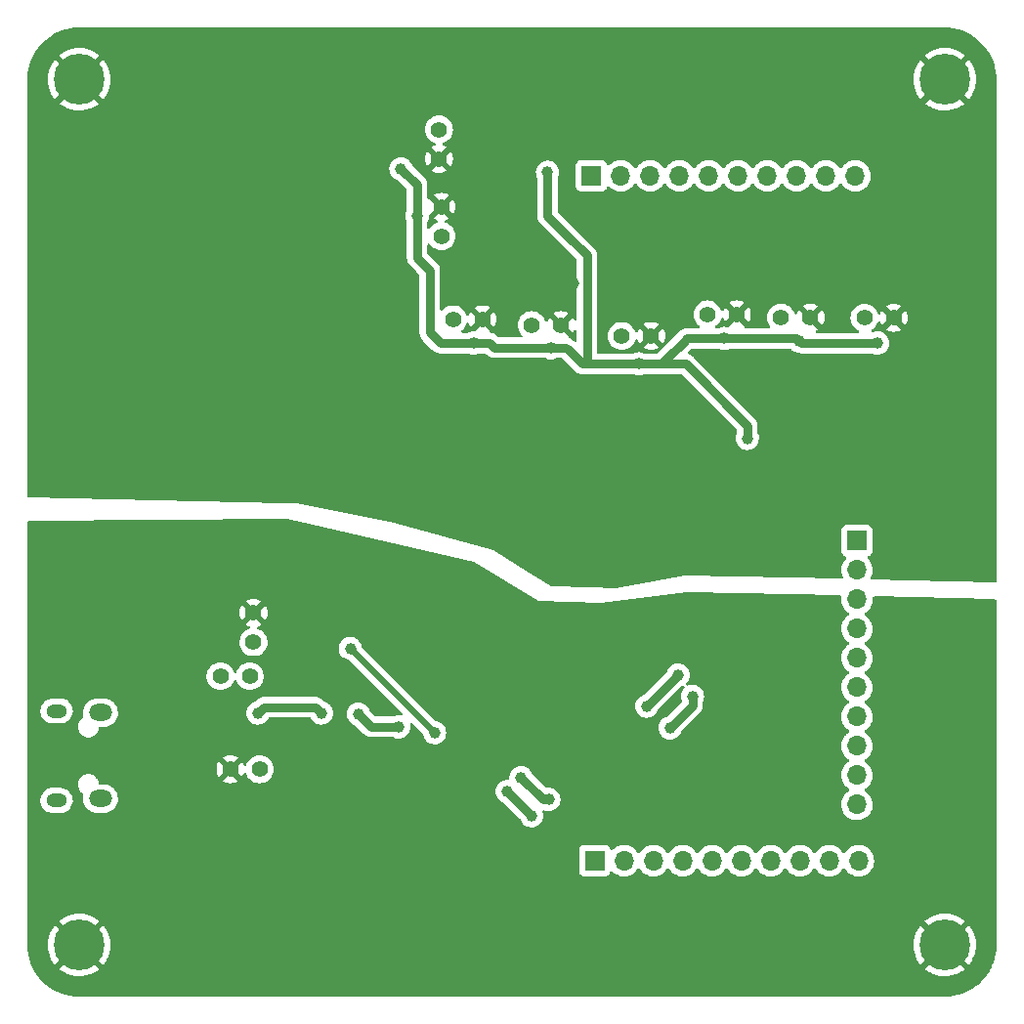
<source format=gbr>
G04 #@! TF.GenerationSoftware,KiCad,Pcbnew,(6.0.5)*
G04 #@! TF.CreationDate,2023-02-21T14:45:14-08:00*
G04 #@! TF.ProjectId,PCM1863,50434d31-3836-4332-9e6b-696361645f70,rev?*
G04 #@! TF.SameCoordinates,Original*
G04 #@! TF.FileFunction,Copper,L2,Bot*
G04 #@! TF.FilePolarity,Positive*
%FSLAX46Y46*%
G04 Gerber Fmt 4.6, Leading zero omitted, Abs format (unit mm)*
G04 Created by KiCad (PCBNEW (6.0.5)) date 2023-02-21 14:45:14*
%MOMM*%
%LPD*%
G01*
G04 APERTURE LIST*
G04 #@! TA.AperFunction,ComponentPad*
%ADD10C,4.400000*%
G04 #@! TD*
G04 #@! TA.AperFunction,ComponentPad*
%ADD11C,1.400000*%
G04 #@! TD*
G04 #@! TA.AperFunction,ComponentPad*
%ADD12R,1.700000X1.700000*%
G04 #@! TD*
G04 #@! TA.AperFunction,ComponentPad*
%ADD13O,1.700000X1.700000*%
G04 #@! TD*
G04 #@! TA.AperFunction,ComponentPad*
%ADD14O,1.800000X1.150000*%
G04 #@! TD*
G04 #@! TA.AperFunction,ComponentPad*
%ADD15O,2.000000X1.450000*%
G04 #@! TD*
G04 #@! TA.AperFunction,ViaPad*
%ADD16C,1.000000*%
G04 #@! TD*
G04 #@! TA.AperFunction,Conductor*
%ADD17C,0.750000*%
G04 #@! TD*
G04 #@! TA.AperFunction,Conductor*
%ADD18C,0.500000*%
G04 #@! TD*
G04 APERTURE END LIST*
D10*
G04 #@! TO.P,H3,1,1*
G04 #@! TO.N,GNDD*
X75000000Y-125000000D03*
G04 #@! TD*
D11*
G04 #@! TO.P,JP9,1,A*
G04 #@! TO.N,GNDA*
X124572500Y-72237500D03*
G04 #@! TO.P,JP9,2,B*
G04 #@! TO.N,VINR3*
X122032500Y-72237500D03*
G04 #@! TD*
G04 #@! TO.P,JP7,1,A*
G04 #@! TO.N,XO*
X87242500Y-101712500D03*
G04 #@! TO.P,JP7,2,B*
G04 #@! TO.N,Net-(IC4-Pad3)*
X89782500Y-101712500D03*
G04 #@! TD*
D12*
G04 #@! TO.P,J2,1,Pin_1*
G04 #@! TO.N,MICBIAS*
X119390000Y-58350000D03*
D13*
G04 #@! TO.P,J2,2,Pin_2*
G04 #@! TO.N,AVDD*
X121930000Y-58350000D03*
G04 #@! TO.P,J2,3,Pin_3*
G04 #@! TO.N,VINL2*
X124470000Y-58350000D03*
G04 #@! TO.P,J2,4,Pin_4*
G04 #@! TO.N,VINR2*
X127010000Y-58350000D03*
G04 #@! TO.P,J2,5,Pin_5*
G04 #@! TO.N,VINL1*
X129550000Y-58350000D03*
G04 #@! TO.P,J2,6,Pin_6*
G04 #@! TO.N,VINR1*
X132090000Y-58350000D03*
G04 #@! TO.P,J2,7,Pin_7*
G04 #@! TO.N,VINR3*
X134630000Y-58350000D03*
G04 #@! TO.P,J2,8,Pin_8*
G04 #@! TO.N,VINL3*
X137170000Y-58350000D03*
G04 #@! TO.P,J2,9,Pin_9*
G04 #@! TO.N,VINR4*
X139710000Y-58350000D03*
G04 #@! TO.P,J2,10,Pin_10*
G04 #@! TO.N,VINL4*
X142250000Y-58350000D03*
G04 #@! TD*
D11*
G04 #@! TO.P,JP11,1,A*
G04 #@! TO.N,GNDA*
X138372500Y-70637500D03*
G04 #@! TO.P,JP11,2,B*
G04 #@! TO.N,VINR4*
X135832500Y-70637500D03*
G04 #@! TD*
D10*
G04 #@! TO.P,H2,1,1*
G04 #@! TO.N,GNDA*
X150000000Y-50000000D03*
G04 #@! TD*
D11*
G04 #@! TO.P,JP1,1,A*
G04 #@! TO.N,VINL1*
X107400000Y-70800000D03*
G04 #@! TO.P,JP1,2,B*
G04 #@! TO.N,GNDA*
X109940000Y-70800000D03*
G04 #@! TD*
G04 #@! TO.P,JP6,1,A*
G04 #@! TO.N,XI*
X90112500Y-98757500D03*
G04 #@! TO.P,JP6,2,B*
G04 #@! TO.N,GNDD*
X90112500Y-96217500D03*
G04 #@! TD*
D14*
G04 #@! TO.P,J4,6,Shield*
G04 #@! TO.N,unconnected-(J4-Pad6)*
X73050000Y-104725000D03*
D15*
X76850000Y-104875000D03*
D14*
X73050000Y-112475000D03*
D15*
X76850000Y-112325000D03*
G04 #@! TD*
D11*
G04 #@! TO.P,JP10,1,A*
G04 #@! TO.N,VINL4*
X143057500Y-70662500D03*
G04 #@! TO.P,JP10,2,B*
G04 #@! TO.N,GNDA*
X145597500Y-70662500D03*
G04 #@! TD*
G04 #@! TO.P,JP8,1,A*
G04 #@! TO.N,VINL3*
X129457500Y-70362500D03*
G04 #@! TO.P,JP8,2,B*
G04 #@! TO.N,GNDA*
X131997500Y-70362500D03*
G04 #@! TD*
D12*
G04 #@! TO.P,J1,1,Pin_1*
G04 #@! TO.N,VCC*
X119675000Y-117700000D03*
D13*
G04 #@! TO.P,J1,2,Pin_2*
G04 #@! TO.N,DVDD*
X122215000Y-117700000D03*
G04 #@! TO.P,J1,3,Pin_3*
G04 #@! TO.N,OSC*
X124755000Y-117700000D03*
G04 #@! TO.P,J1,4,Pin_4*
G04 #@! TO.N,XO_BUFF*
X127295000Y-117700000D03*
G04 #@! TO.P,J1,5,Pin_5*
G04 #@! TO.N,unconnected-(J1-Pad5)*
X129835000Y-117700000D03*
G04 #@! TO.P,J1,6,Pin_6*
G04 #@! TO.N,unconnected-(J1-Pad6)*
X132375000Y-117700000D03*
G04 #@! TO.P,J1,7,Pin_7*
G04 #@! TO.N,LDO*
X134915000Y-117700000D03*
G04 #@! TO.P,J1,8,Pin_8*
G04 #@! TO.N,XI*
X137455000Y-117700000D03*
G04 #@! TO.P,J1,9,Pin_9*
G04 #@! TO.N,SCKI(3.3V)*
X139995000Y-117700000D03*
G04 #@! TO.P,J1,10,Pin_10*
G04 #@! TO.N,LRCK*
X142535000Y-117700000D03*
G04 #@! TD*
D11*
G04 #@! TO.P,JP2,1,A*
G04 #@! TO.N,GNDA*
X116757500Y-71287500D03*
G04 #@! TO.P,JP2,2,B*
G04 #@! TO.N,VINR1*
X114217500Y-71287500D03*
G04 #@! TD*
D12*
G04 #@! TO.P,J3,1,Pin_1*
G04 #@! TO.N,/MDO*
X142400000Y-89975000D03*
D13*
G04 #@! TO.P,J3,2,Pin_2*
G04 #@! TO.N,/MD1{slash}MS{slash}AD*
X142400000Y-92515000D03*
G04 #@! TO.P,J3,3,Pin_3*
G04 #@! TO.N,/MD3{slash}MC{slash}SCL*
X142400000Y-95055000D03*
G04 #@! TO.P,J3,4,Pin_4*
G04 #@! TO.N,/DOUT2{slash}MD2{slash}MOSI{slash}SDA*
X142400000Y-97595000D03*
G04 #@! TO.P,J3,5,Pin_5*
G04 #@! TO.N,/MD4{slash}MISO{slash}GPIO0*
X142400000Y-100135000D03*
G04 #@! TO.P,J3,6,Pin_6*
G04 #@! TO.N,/MD5{slash}GPIO1{slash}INTA{slash}DMIN*
X142400000Y-102675000D03*
G04 #@! TO.P,J3,7,Pin_7*
G04 #@! TO.N,/MD6{slash}GPIO2{slash}INTB{slash}DMCLK*
X142400000Y-105215000D03*
G04 #@! TO.P,J3,8,Pin_8*
G04 #@! TO.N,/INT{slash}GPIO3{slash}INTC*
X142400000Y-107755000D03*
G04 #@! TO.P,J3,9,Pin_9*
G04 #@! TO.N,DOUT*
X142400000Y-110295000D03*
G04 #@! TO.P,J3,10,Pin_10*
G04 #@! TO.N,BCK*
X142400000Y-112835000D03*
G04 #@! TD*
D10*
G04 #@! TO.P,H4,1,1*
G04 #@! TO.N,GNDD*
X150000000Y-125000000D03*
G04 #@! TD*
D11*
G04 #@! TO.P,JP5,1,A*
G04 #@! TO.N,Net-(IC4-Pad5)*
X90657500Y-109787500D03*
G04 #@! TO.P,JP5,2,B*
G04 #@! TO.N,GNDD*
X88117500Y-109787500D03*
G04 #@! TD*
G04 #@! TO.P,JP4,1,A*
G04 #@! TO.N,GNDA*
X106387500Y-61042500D03*
G04 #@! TO.P,JP4,2,B*
G04 #@! TO.N,VINR2*
X106387500Y-63582500D03*
G04 #@! TD*
G04 #@! TO.P,JP3,1,A*
G04 #@! TO.N,VINL2*
X106187500Y-54342500D03*
G04 #@! TO.P,JP3,2,B*
G04 #@! TO.N,GNDA*
X106187500Y-56882500D03*
G04 #@! TD*
D10*
G04 #@! TO.P,H1,1,1*
G04 #@! TO.N,GNDA*
X75000000Y-50000000D03*
G04 #@! TD*
D16*
G04 #@! TO.N,XI*
X128150000Y-103450000D03*
X126200000Y-106200000D03*
G04 #@! TO.N,LDO*
X126900000Y-101600000D03*
X124200000Y-104300000D03*
G04 #@! TO.N,MICBIAS*
X130890000Y-72450000D03*
X144190000Y-72850000D03*
X115590000Y-58050000D03*
X123490000Y-74650000D03*
X104290000Y-61850000D03*
X115890000Y-73250000D03*
X102890000Y-57750000D03*
X132900000Y-81100000D03*
X137390000Y-72650000D03*
X109190000Y-72850000D03*
G04 #@! TO.N,XO_BUFF*
X115700000Y-112400000D03*
X113300000Y-110500000D03*
X99200000Y-105000000D03*
X102700000Y-106100000D03*
X96000000Y-104900000D03*
X90500000Y-104900000D03*
G04 #@! TO.N,OSC*
X114200000Y-113800000D03*
X105800000Y-106600000D03*
X112100000Y-111700000D03*
X98500000Y-99300000D03*
G04 #@! TO.N,GNDA*
X99500000Y-86000000D03*
X110850000Y-67950000D03*
X138300000Y-80000000D03*
X139050000Y-66750000D03*
X94900000Y-85300000D03*
X104200000Y-87400000D03*
X114600000Y-92100000D03*
X84600000Y-77800000D03*
X80200000Y-82100000D03*
X152100000Y-91600000D03*
X75700000Y-84500000D03*
X125150000Y-68350000D03*
X110350000Y-57950000D03*
X83800000Y-80700000D03*
X122400000Y-93200000D03*
X123700000Y-88200000D03*
X147700000Y-91500000D03*
X146350000Y-66550000D03*
X109250000Y-60150000D03*
X132550000Y-66950000D03*
X117850000Y-67650000D03*
G04 #@! TO.N,GNDD*
X85500000Y-117300000D03*
X106100000Y-92500000D03*
X104450000Y-101550000D03*
X79600000Y-111300000D03*
X93300000Y-117600000D03*
X98600000Y-110700000D03*
X79300000Y-99600000D03*
X105400000Y-98900000D03*
X91200000Y-89500000D03*
X94800000Y-109900000D03*
X87800000Y-106200000D03*
X75800000Y-90400000D03*
X152100000Y-96500000D03*
X93000000Y-100900000D03*
X108100000Y-112900000D03*
X110600000Y-96700000D03*
X119200000Y-101800000D03*
X101200000Y-92000000D03*
X126000000Y-99400000D03*
X108600000Y-118000000D03*
X92200000Y-94500000D03*
X121300000Y-101800000D03*
X98500000Y-117200000D03*
X146900000Y-96500000D03*
X92537500Y-119900000D03*
X82100000Y-115500000D03*
G04 #@! TD*
D17*
G04 #@! TO.N,XI*
X128150000Y-104250000D02*
X126200000Y-106200000D01*
X128150000Y-103450000D02*
X128150000Y-104250000D01*
G04 #@! TO.N,LDO*
X126900000Y-101600000D02*
X124200000Y-104300000D01*
G04 #@! TO.N,MICBIAS*
X137290000Y-72550000D02*
X137190000Y-72450000D01*
X130890000Y-72450000D02*
X130590000Y-72450000D01*
X118590000Y-74650000D02*
X117390000Y-73450000D01*
X127690000Y-72450000D02*
X127390000Y-72750000D01*
X117190000Y-63450000D02*
X115590000Y-61850000D01*
X137590000Y-72850000D02*
X137390000Y-72650000D01*
X104290000Y-61850000D02*
X104290000Y-59150000D01*
X104290000Y-59150000D02*
X102890000Y-57750000D01*
X105390000Y-66550000D02*
X104590000Y-65750000D01*
X127550000Y-74650000D02*
X132900000Y-80000000D01*
X115590000Y-61850000D02*
X115590000Y-58050000D01*
X104590000Y-65750000D02*
X104290000Y-65450000D01*
X109190000Y-72850000D02*
X107790000Y-72850000D01*
X137190000Y-72450000D02*
X130890000Y-72450000D01*
X132900000Y-80000000D02*
X132900000Y-81100000D01*
X117190000Y-73250000D02*
X115890000Y-73250000D01*
X144190000Y-72850000D02*
X137590000Y-72850000D01*
X106290000Y-72850000D02*
X105390000Y-71950000D01*
X130590000Y-72450000D02*
X127690000Y-72450000D01*
X118990000Y-74650000D02*
X118990000Y-65250000D01*
X125990000Y-74150000D02*
X125490000Y-74650000D01*
X127390000Y-72750000D02*
X125990000Y-74150000D01*
X117390000Y-73450000D02*
X117190000Y-73250000D01*
X125490000Y-74650000D02*
X123490000Y-74650000D01*
X115890000Y-73250000D02*
X115590000Y-73250000D01*
X110590000Y-72850000D02*
X109190000Y-72850000D01*
X125490000Y-74650000D02*
X127550000Y-74650000D01*
X105390000Y-71950000D02*
X105390000Y-71450000D01*
X110990000Y-73250000D02*
X110590000Y-72850000D01*
X118990000Y-65250000D02*
X117190000Y-63450000D01*
X123490000Y-74650000D02*
X118990000Y-74650000D01*
X115590000Y-73250000D02*
X110990000Y-73250000D01*
X118990000Y-74650000D02*
X118590000Y-74650000D01*
X104290000Y-65450000D02*
X104290000Y-61850000D01*
X137390000Y-72650000D02*
X137290000Y-72550000D01*
X105390000Y-71450000D02*
X105390000Y-66550000D01*
X107790000Y-72850000D02*
X106290000Y-72850000D01*
G04 #@! TO.N,XO_BUFF*
X91000000Y-104400000D02*
X95000000Y-104400000D01*
X99200000Y-105000000D02*
X100300000Y-106100000D01*
X113300000Y-110500000D02*
X115200000Y-112400000D01*
X100300000Y-106100000D02*
X102700000Y-106100000D01*
X95000000Y-104400000D02*
X95500000Y-104400000D01*
X95500000Y-104400000D02*
X96000000Y-104900000D01*
X90500000Y-104900000D02*
X91000000Y-104400000D01*
X115200000Y-112400000D02*
X115700000Y-112400000D01*
G04 #@! TO.N,OSC*
X112100000Y-111700000D02*
X114200000Y-113800000D01*
D18*
X98500000Y-99300000D02*
X105500000Y-106300000D01*
X105500000Y-106300000D02*
X105800000Y-106600000D01*
G04 #@! TD*
G04 #@! TA.AperFunction,Conductor*
G04 #@! TO.N,GNDA*
G36*
X149970018Y-45510000D02*
G01*
X149984851Y-45512310D01*
X149984855Y-45512310D01*
X149993724Y-45513691D01*
X150014183Y-45511016D01*
X150036007Y-45510072D01*
X150385965Y-45525352D01*
X150396913Y-45526310D01*
X150774498Y-45576019D01*
X150785307Y-45577926D01*
X151157114Y-45660353D01*
X151167731Y-45663198D01*
X151530939Y-45777718D01*
X151541254Y-45781471D01*
X151893123Y-45927220D01*
X151903067Y-45931858D01*
X152240867Y-46107705D01*
X152250387Y-46113201D01*
X152571574Y-46317820D01*
X152580578Y-46324124D01*
X152882716Y-46555962D01*
X152891137Y-46563028D01*
X153171914Y-46820314D01*
X153179686Y-46828086D01*
X153436972Y-47108863D01*
X153444038Y-47117284D01*
X153675876Y-47419422D01*
X153682180Y-47428426D01*
X153886799Y-47749613D01*
X153892294Y-47759132D01*
X153972596Y-47913389D01*
X154068138Y-48096924D01*
X154072780Y-48106877D01*
X154218526Y-48458739D01*
X154222285Y-48469068D01*
X154336802Y-48832268D01*
X154339647Y-48842885D01*
X154378497Y-49018125D01*
X154422073Y-49214685D01*
X154423981Y-49225502D01*
X154441239Y-49356593D01*
X154473690Y-49603086D01*
X154474648Y-49614036D01*
X154489603Y-49956552D01*
X154488223Y-49981429D01*
X154486309Y-49993724D01*
X154487473Y-50002626D01*
X154487473Y-50002628D01*
X154490436Y-50025283D01*
X154491500Y-50041621D01*
X154491500Y-93437584D01*
X154471498Y-93505705D01*
X154417842Y-93552198D01*
X154362857Y-93563556D01*
X146913156Y-93407269D01*
X143707852Y-93340025D01*
X143640167Y-93318599D01*
X143594810Y-93263980D01*
X143586182Y-93193509D01*
X143597539Y-93158226D01*
X143665136Y-93021453D01*
X143665137Y-93021451D01*
X143667430Y-93016811D01*
X143732370Y-92803069D01*
X143761529Y-92581590D01*
X143761611Y-92578240D01*
X143763074Y-92518365D01*
X143763074Y-92518361D01*
X143763156Y-92515000D01*
X143744852Y-92292361D01*
X143690431Y-92075702D01*
X143601354Y-91870840D01*
X143480014Y-91683277D01*
X143476532Y-91679450D01*
X143332798Y-91521488D01*
X143301746Y-91457642D01*
X143310141Y-91387143D01*
X143355317Y-91332375D01*
X143381761Y-91318706D01*
X143488297Y-91278767D01*
X143496705Y-91275615D01*
X143613261Y-91188261D01*
X143700615Y-91071705D01*
X143751745Y-90935316D01*
X143758500Y-90873134D01*
X143758500Y-89076866D01*
X143751745Y-89014684D01*
X143700615Y-88878295D01*
X143613261Y-88761739D01*
X143496705Y-88674385D01*
X143360316Y-88623255D01*
X143298134Y-88616500D01*
X141501866Y-88616500D01*
X141439684Y-88623255D01*
X141303295Y-88674385D01*
X141186739Y-88761739D01*
X141099385Y-88878295D01*
X141048255Y-89014684D01*
X141041500Y-89076866D01*
X141041500Y-90873134D01*
X141048255Y-90935316D01*
X141099385Y-91071705D01*
X141186739Y-91188261D01*
X141303295Y-91275615D01*
X141311704Y-91278767D01*
X141311705Y-91278768D01*
X141420451Y-91319535D01*
X141477216Y-91362176D01*
X141501916Y-91428738D01*
X141486709Y-91498087D01*
X141467316Y-91524568D01*
X141433065Y-91560410D01*
X141340629Y-91657138D01*
X141214743Y-91841680D01*
X141199003Y-91875590D01*
X141128120Y-92028295D01*
X141120688Y-92044305D01*
X141060989Y-92259570D01*
X141037251Y-92481695D01*
X141037548Y-92486848D01*
X141037548Y-92486851D01*
X141043011Y-92581590D01*
X141050110Y-92704715D01*
X141051247Y-92709761D01*
X141051248Y-92709767D01*
X141056678Y-92733861D01*
X141099222Y-92922639D01*
X141135978Y-93013158D01*
X141175716Y-93111023D01*
X141182812Y-93181664D01*
X141150590Y-93244928D01*
X141089280Y-93280728D01*
X141056334Y-93284399D01*
X127500000Y-93000000D01*
X127493729Y-93001150D01*
X127493725Y-93001150D01*
X121513504Y-94097524D01*
X121486286Y-94099510D01*
X119403972Y-94025142D01*
X115933449Y-93901195D01*
X115871553Y-93882363D01*
X114996815Y-93340025D01*
X113980269Y-92709767D01*
X110907586Y-90804703D01*
X110907584Y-90804702D01*
X110900000Y-90800000D01*
X110891404Y-90797601D01*
X102302341Y-88400653D01*
X102302334Y-88400651D01*
X102300000Y-88400000D01*
X102297620Y-88399531D01*
X102297607Y-88399528D01*
X93899608Y-86744881D01*
X93899605Y-86744881D01*
X93894308Y-86743837D01*
X93888912Y-86743711D01*
X92682428Y-86715544D01*
X70631558Y-86200738D01*
X70563924Y-86179151D01*
X70518696Y-86124425D01*
X70508500Y-86074772D01*
X70508500Y-57735851D01*
X101876719Y-57735851D01*
X101877235Y-57741995D01*
X101891823Y-57915720D01*
X101893268Y-57932934D01*
X101894967Y-57938858D01*
X101934950Y-58078295D01*
X101947783Y-58123050D01*
X102038187Y-58298956D01*
X102161035Y-58453953D01*
X102165728Y-58457947D01*
X102165729Y-58457948D01*
X102297245Y-58569876D01*
X102311650Y-58582136D01*
X102484294Y-58678624D01*
X102544031Y-58698034D01*
X102581247Y-58710126D01*
X102631406Y-58740864D01*
X103369595Y-59479053D01*
X103403621Y-59541365D01*
X103406500Y-59568148D01*
X103406500Y-61331245D01*
X103390915Y-61391946D01*
X103358567Y-61450787D01*
X103298765Y-61639306D01*
X103276719Y-61835851D01*
X103277235Y-61841995D01*
X103291469Y-62011505D01*
X103293268Y-62032934D01*
X103300373Y-62057712D01*
X103344423Y-62211331D01*
X103347783Y-62223050D01*
X103350604Y-62228539D01*
X103392566Y-62310189D01*
X103406500Y-62367783D01*
X103406500Y-65370543D01*
X103404949Y-65390255D01*
X103402850Y-65403507D01*
X103403195Y-65410094D01*
X103403195Y-65410098D01*
X103406327Y-65469850D01*
X103406500Y-65476445D01*
X103406500Y-65496306D01*
X103406844Y-65499577D01*
X103408576Y-65516059D01*
X103409093Y-65522628D01*
X103412570Y-65588971D01*
X103416042Y-65601929D01*
X103419645Y-65621372D01*
X103421046Y-65634702D01*
X103441578Y-65697894D01*
X103443444Y-65704196D01*
X103460638Y-65768363D01*
X103463634Y-65774242D01*
X103463637Y-65774251D01*
X103466728Y-65780317D01*
X103474292Y-65798579D01*
X103476392Y-65805043D01*
X103476395Y-65805051D01*
X103478436Y-65811331D01*
X103481738Y-65817050D01*
X103481740Y-65817055D01*
X103511654Y-65868867D01*
X103514787Y-65874637D01*
X103544953Y-65933839D01*
X103551273Y-65941644D01*
X103553391Y-65944259D01*
X103564589Y-65960552D01*
X103571296Y-65972169D01*
X103575713Y-65977075D01*
X103575717Y-65977080D01*
X103615747Y-66021538D01*
X103620031Y-66026554D01*
X103630441Y-66039409D01*
X103632528Y-66041986D01*
X103646573Y-66056031D01*
X103651114Y-66060816D01*
X103695566Y-66110185D01*
X103706426Y-66118075D01*
X103721454Y-66130912D01*
X103932528Y-66341986D01*
X104210080Y-66619537D01*
X104469595Y-66879052D01*
X104503621Y-66941364D01*
X104506500Y-66968147D01*
X104506500Y-71870543D01*
X104504949Y-71890255D01*
X104502850Y-71903507D01*
X104503195Y-71910094D01*
X104503195Y-71910098D01*
X104506327Y-71969850D01*
X104506500Y-71976445D01*
X104506500Y-71996306D01*
X104508576Y-72016059D01*
X104509093Y-72022628D01*
X104509308Y-72026728D01*
X104511749Y-72073300D01*
X104512570Y-72088971D01*
X104516042Y-72101929D01*
X104519645Y-72121372D01*
X104521046Y-72134702D01*
X104541578Y-72197894D01*
X104543444Y-72204196D01*
X104560638Y-72268363D01*
X104563634Y-72274242D01*
X104563637Y-72274251D01*
X104566728Y-72280317D01*
X104574292Y-72298579D01*
X104576392Y-72305043D01*
X104576395Y-72305051D01*
X104578436Y-72311331D01*
X104581738Y-72317050D01*
X104581740Y-72317055D01*
X104611654Y-72368867D01*
X104614787Y-72374637D01*
X104644953Y-72433839D01*
X104649109Y-72438971D01*
X104653391Y-72444259D01*
X104664589Y-72460552D01*
X104671296Y-72472169D01*
X104675713Y-72477075D01*
X104675717Y-72477080D01*
X104715747Y-72521538D01*
X104720031Y-72526554D01*
X104728583Y-72537114D01*
X104732528Y-72541986D01*
X104746573Y-72556031D01*
X104751114Y-72560816D01*
X104779668Y-72592528D01*
X104795566Y-72610185D01*
X104806426Y-72618075D01*
X104821454Y-72630912D01*
X105609088Y-73418546D01*
X105621925Y-73433574D01*
X105629815Y-73444434D01*
X105634725Y-73448855D01*
X105634726Y-73448856D01*
X105679184Y-73488886D01*
X105683969Y-73493427D01*
X105698014Y-73507472D01*
X105700588Y-73509556D01*
X105700591Y-73509559D01*
X105713446Y-73519969D01*
X105718462Y-73524253D01*
X105762920Y-73564283D01*
X105762925Y-73564287D01*
X105767831Y-73568704D01*
X105779097Y-73575209D01*
X105779448Y-73575411D01*
X105795741Y-73586609D01*
X105806161Y-73595047D01*
X105865363Y-73625213D01*
X105871133Y-73628346D01*
X105922945Y-73658260D01*
X105922950Y-73658262D01*
X105928669Y-73661564D01*
X105934949Y-73663605D01*
X105934957Y-73663608D01*
X105941421Y-73665708D01*
X105959683Y-73673272D01*
X105965749Y-73676363D01*
X105965758Y-73676366D01*
X105971637Y-73679362D01*
X105978015Y-73681071D01*
X106035804Y-73696556D01*
X106042106Y-73698422D01*
X106105298Y-73718954D01*
X106118205Y-73720311D01*
X106118628Y-73720355D01*
X106138071Y-73723958D01*
X106151029Y-73727430D01*
X106157620Y-73727775D01*
X106157624Y-73727776D01*
X106217354Y-73730906D01*
X106223929Y-73731423D01*
X106239126Y-73733020D01*
X106243694Y-73733500D01*
X106263568Y-73733500D01*
X106270162Y-73733673D01*
X106329901Y-73736804D01*
X106329905Y-73736804D01*
X106336493Y-73737149D01*
X106343008Y-73736117D01*
X106343011Y-73736117D01*
X106349740Y-73735051D01*
X106369450Y-73733500D01*
X108670734Y-73733500D01*
X108732205Y-73749512D01*
X108778916Y-73775619D01*
X108778922Y-73775621D01*
X108784294Y-73778624D01*
X108972392Y-73839740D01*
X109168777Y-73863158D01*
X109174912Y-73862686D01*
X109174914Y-73862686D01*
X109359830Y-73848457D01*
X109359834Y-73848456D01*
X109365972Y-73847984D01*
X109556463Y-73794798D01*
X109561967Y-73792018D01*
X109561969Y-73792017D01*
X109640868Y-73752162D01*
X109651020Y-73747034D01*
X109707830Y-73733500D01*
X110171852Y-73733500D01*
X110239973Y-73753502D01*
X110260947Y-73770405D01*
X110309088Y-73818546D01*
X110321925Y-73833574D01*
X110329815Y-73844434D01*
X110334725Y-73848855D01*
X110334726Y-73848856D01*
X110379184Y-73888886D01*
X110383969Y-73893427D01*
X110398014Y-73907472D01*
X110413458Y-73919979D01*
X110418464Y-73924255D01*
X110462919Y-73964282D01*
X110462923Y-73964285D01*
X110467831Y-73968704D01*
X110479451Y-73975413D01*
X110495737Y-73986607D01*
X110506160Y-73995047D01*
X110565351Y-74025206D01*
X110571135Y-74028347D01*
X110622951Y-74058263D01*
X110622953Y-74058264D01*
X110628669Y-74061564D01*
X110634945Y-74063603D01*
X110634949Y-74063605D01*
X110641421Y-74065708D01*
X110659683Y-74073272D01*
X110665752Y-74076364D01*
X110665756Y-74076366D01*
X110671637Y-74079362D01*
X110678008Y-74081069D01*
X110678013Y-74081071D01*
X110735803Y-74096555D01*
X110742122Y-74098427D01*
X110805298Y-74118954D01*
X110811869Y-74119645D01*
X110811870Y-74119645D01*
X110818635Y-74120356D01*
X110838069Y-74123958D01*
X110844639Y-74125718D01*
X110844646Y-74125719D01*
X110851028Y-74127429D01*
X110857626Y-74127775D01*
X110857627Y-74127775D01*
X110917346Y-74130905D01*
X110923922Y-74131422D01*
X110943694Y-74133500D01*
X110963574Y-74133500D01*
X110970168Y-74133673D01*
X111029901Y-74136804D01*
X111029906Y-74136804D01*
X111036493Y-74137149D01*
X111049740Y-74135051D01*
X111069450Y-74133500D01*
X115370734Y-74133500D01*
X115432205Y-74149512D01*
X115478916Y-74175619D01*
X115478922Y-74175621D01*
X115484294Y-74178624D01*
X115672392Y-74239740D01*
X115868777Y-74263158D01*
X115874912Y-74262686D01*
X115874914Y-74262686D01*
X116059830Y-74248457D01*
X116059834Y-74248456D01*
X116065972Y-74247984D01*
X116256463Y-74194798D01*
X116261967Y-74192018D01*
X116261969Y-74192017D01*
X116351020Y-74147034D01*
X116407830Y-74133500D01*
X116771852Y-74133500D01*
X116839973Y-74153502D01*
X116860947Y-74170405D01*
X117909088Y-75218546D01*
X117921925Y-75233574D01*
X117929815Y-75244434D01*
X117934725Y-75248855D01*
X117934726Y-75248856D01*
X117979184Y-75288886D01*
X117983969Y-75293427D01*
X117998014Y-75307472D01*
X118000588Y-75309556D01*
X118000591Y-75309559D01*
X118013446Y-75319969D01*
X118018462Y-75324253D01*
X118062920Y-75364283D01*
X118062925Y-75364287D01*
X118067831Y-75368704D01*
X118079097Y-75375209D01*
X118079448Y-75375411D01*
X118095741Y-75386609D01*
X118106161Y-75395047D01*
X118165363Y-75425213D01*
X118171133Y-75428346D01*
X118222945Y-75458260D01*
X118222950Y-75458262D01*
X118228669Y-75461564D01*
X118234949Y-75463605D01*
X118234957Y-75463608D01*
X118241421Y-75465708D01*
X118259683Y-75473272D01*
X118265749Y-75476363D01*
X118265758Y-75476366D01*
X118271637Y-75479362D01*
X118278015Y-75481071D01*
X118335804Y-75496556D01*
X118342106Y-75498422D01*
X118405298Y-75518954D01*
X118418205Y-75520311D01*
X118418628Y-75520355D01*
X118438071Y-75523958D01*
X118451029Y-75527430D01*
X118457620Y-75527775D01*
X118457624Y-75527776D01*
X118517354Y-75530906D01*
X118523929Y-75531423D01*
X118539126Y-75533020D01*
X118543694Y-75533500D01*
X118563568Y-75533500D01*
X118570162Y-75533673D01*
X118629901Y-75536804D01*
X118629905Y-75536804D01*
X118636493Y-75537149D01*
X118649740Y-75535051D01*
X118669450Y-75533500D01*
X122970734Y-75533500D01*
X123032205Y-75549512D01*
X123078916Y-75575619D01*
X123078922Y-75575621D01*
X123084294Y-75578624D01*
X123272392Y-75639740D01*
X123468777Y-75663158D01*
X123474912Y-75662686D01*
X123474914Y-75662686D01*
X123659830Y-75648457D01*
X123659834Y-75648456D01*
X123665972Y-75647984D01*
X123856463Y-75594798D01*
X123861967Y-75592018D01*
X123861969Y-75592017D01*
X123951020Y-75547034D01*
X124007830Y-75533500D01*
X125410543Y-75533500D01*
X125430255Y-75535051D01*
X125443507Y-75537150D01*
X125450094Y-75536805D01*
X125450098Y-75536805D01*
X125509850Y-75533673D01*
X125516445Y-75533500D01*
X127131852Y-75533500D01*
X127199973Y-75553502D01*
X127220947Y-75570405D01*
X131979595Y-80329052D01*
X132013621Y-80391364D01*
X132016500Y-80418147D01*
X132016500Y-80581245D01*
X132000915Y-80641946D01*
X131968567Y-80700787D01*
X131966706Y-80706654D01*
X131966705Y-80706656D01*
X131910627Y-80883436D01*
X131908765Y-80889306D01*
X131886719Y-81085851D01*
X131903268Y-81282934D01*
X131957783Y-81473050D01*
X132048187Y-81648956D01*
X132171035Y-81803953D01*
X132321650Y-81932136D01*
X132494294Y-82028624D01*
X132682392Y-82089740D01*
X132878777Y-82113158D01*
X132884912Y-82112686D01*
X132884914Y-82112686D01*
X133069830Y-82098457D01*
X133069834Y-82098456D01*
X133075972Y-82097984D01*
X133266463Y-82044798D01*
X133271967Y-82042018D01*
X133271969Y-82042017D01*
X133437495Y-81958404D01*
X133437497Y-81958403D01*
X133442996Y-81955625D01*
X133598847Y-81833861D01*
X133728078Y-81684145D01*
X133825769Y-81512179D01*
X133888197Y-81324513D01*
X133912985Y-81128295D01*
X133913380Y-81100000D01*
X133894080Y-80903167D01*
X133836916Y-80713831D01*
X133822695Y-80687086D01*
X133798248Y-80641106D01*
X133783500Y-80581953D01*
X133783500Y-80079457D01*
X133785051Y-80059745D01*
X133786118Y-80053008D01*
X133787150Y-80046493D01*
X133783673Y-79980150D01*
X133783500Y-79973555D01*
X133783500Y-79953694D01*
X133781423Y-79933931D01*
X133780907Y-79927367D01*
X133777776Y-79867629D01*
X133777776Y-79867628D01*
X133777430Y-79861029D01*
X133773959Y-79848074D01*
X133770357Y-79828639D01*
X133769645Y-79821869D01*
X133769644Y-79821865D01*
X133768954Y-79815298D01*
X133748418Y-79752092D01*
X133746567Y-79745845D01*
X133729362Y-79681638D01*
X133726369Y-79675763D01*
X133726366Y-79675756D01*
X133723273Y-79669686D01*
X133715712Y-79651431D01*
X133713607Y-79644955D01*
X133713605Y-79644951D01*
X133711564Y-79638669D01*
X133708265Y-79632954D01*
X133708260Y-79632944D01*
X133678349Y-79581139D01*
X133675214Y-79575367D01*
X133645048Y-79516161D01*
X133636607Y-79505737D01*
X133625412Y-79489449D01*
X133622005Y-79483548D01*
X133622004Y-79483547D01*
X133618704Y-79477831D01*
X133614287Y-79472925D01*
X133614283Y-79472920D01*
X133574253Y-79428462D01*
X133569969Y-79423447D01*
X133559548Y-79410579D01*
X133557472Y-79408015D01*
X133543436Y-79393979D01*
X133538895Y-79389194D01*
X133498856Y-79344726D01*
X133498855Y-79344725D01*
X133494434Y-79339815D01*
X133489094Y-79335935D01*
X133489086Y-79335928D01*
X133483578Y-79331927D01*
X133468543Y-79319086D01*
X128230912Y-74081454D01*
X128218075Y-74066426D01*
X128210185Y-74055566D01*
X128160816Y-74011114D01*
X128156031Y-74006573D01*
X128141986Y-73992528D01*
X128139409Y-73990441D01*
X128126554Y-73980031D01*
X128121538Y-73975747D01*
X128077080Y-73935717D01*
X128077075Y-73935713D01*
X128072169Y-73931296D01*
X128060552Y-73924589D01*
X128044259Y-73913391D01*
X128038971Y-73909109D01*
X128033839Y-73904953D01*
X127974637Y-73874787D01*
X127968867Y-73871654D01*
X127917055Y-73841740D01*
X127917050Y-73841738D01*
X127911331Y-73838436D01*
X127905051Y-73836395D01*
X127905043Y-73836392D01*
X127898579Y-73834292D01*
X127880317Y-73826728D01*
X127874251Y-73823637D01*
X127874242Y-73823634D01*
X127868363Y-73820638D01*
X127842921Y-73813821D01*
X127782300Y-73776871D01*
X127751278Y-73713010D01*
X127759706Y-73642516D01*
X127786438Y-73603020D01*
X128019053Y-73370405D01*
X128081365Y-73336379D01*
X128108148Y-73333500D01*
X130370734Y-73333500D01*
X130432205Y-73349512D01*
X130478916Y-73375619D01*
X130478922Y-73375621D01*
X130484294Y-73378624D01*
X130672392Y-73439740D01*
X130868777Y-73463158D01*
X130874912Y-73462686D01*
X130874914Y-73462686D01*
X131059830Y-73448457D01*
X131059834Y-73448456D01*
X131065972Y-73447984D01*
X131256463Y-73394798D01*
X131261967Y-73392018D01*
X131261969Y-73392017D01*
X131351020Y-73347034D01*
X131407830Y-73333500D01*
X136590644Y-73333500D01*
X136658765Y-73353502D01*
X136672305Y-73363545D01*
X136690323Y-73378879D01*
X136759598Y-73437836D01*
X136811650Y-73482136D01*
X136984294Y-73578624D01*
X136990154Y-73580528D01*
X137166528Y-73637835D01*
X137166531Y-73637836D01*
X137172392Y-73639740D01*
X137178515Y-73640470D01*
X137181457Y-73641117D01*
X137217400Y-73655058D01*
X137228669Y-73661564D01*
X137234949Y-73663605D01*
X137234957Y-73663608D01*
X137241421Y-73665708D01*
X137259683Y-73673272D01*
X137265749Y-73676363D01*
X137265758Y-73676366D01*
X137271637Y-73679362D01*
X137278015Y-73681071D01*
X137335804Y-73696556D01*
X137342106Y-73698422D01*
X137405298Y-73718954D01*
X137418205Y-73720311D01*
X137418628Y-73720355D01*
X137438071Y-73723958D01*
X137451029Y-73727430D01*
X137457619Y-73727775D01*
X137457623Y-73727776D01*
X137501573Y-73730079D01*
X137517372Y-73730907D01*
X137523931Y-73731423D01*
X137543694Y-73733500D01*
X137563555Y-73733500D01*
X137570150Y-73733673D01*
X137629902Y-73736805D01*
X137629906Y-73736805D01*
X137636493Y-73737150D01*
X137649747Y-73735051D01*
X137669456Y-73733500D01*
X143670734Y-73733500D01*
X143732205Y-73749512D01*
X143778916Y-73775619D01*
X143778922Y-73775621D01*
X143784294Y-73778624D01*
X143972392Y-73839740D01*
X144168777Y-73863158D01*
X144174912Y-73862686D01*
X144174914Y-73862686D01*
X144359830Y-73848457D01*
X144359834Y-73848456D01*
X144365972Y-73847984D01*
X144556463Y-73794798D01*
X144561967Y-73792018D01*
X144561969Y-73792017D01*
X144727495Y-73708404D01*
X144727497Y-73708403D01*
X144732996Y-73705625D01*
X144888847Y-73583861D01*
X145004274Y-73450137D01*
X145014049Y-73438813D01*
X145014050Y-73438811D01*
X145018078Y-73434145D01*
X145115769Y-73262179D01*
X145178197Y-73074513D01*
X145202985Y-72878295D01*
X145203380Y-72850000D01*
X145184080Y-72653167D01*
X145171384Y-72611114D01*
X145154753Y-72556031D01*
X145126916Y-72463831D01*
X145034066Y-72289204D01*
X144953500Y-72190421D01*
X144912960Y-72140713D01*
X144912957Y-72140710D01*
X144909065Y-72135938D01*
X144899465Y-72127996D01*
X144761425Y-72013799D01*
X144761421Y-72013797D01*
X144756675Y-72009870D01*
X144582701Y-71915802D01*
X144393768Y-71857318D01*
X144387643Y-71856674D01*
X144387642Y-71856674D01*
X144203204Y-71837289D01*
X144203202Y-71837289D01*
X144197075Y-71836645D01*
X144114576Y-71844153D01*
X144006251Y-71854011D01*
X144006248Y-71854012D01*
X144000112Y-71854570D01*
X143994206Y-71856308D01*
X143994202Y-71856309D01*
X143810381Y-71910410D01*
X143809601Y-71907761D01*
X143750793Y-71913582D01*
X143687576Y-71881268D01*
X143651865Y-71819906D01*
X143654998Y-71748979D01*
X143695980Y-71691005D01*
X143701940Y-71686564D01*
X143715940Y-71676761D01*
X144947794Y-71676761D01*
X144957090Y-71688776D01*
X144986689Y-71709501D01*
X144996177Y-71714979D01*
X145177777Y-71799659D01*
X145188071Y-71803407D01*
X145381622Y-71855269D01*
X145392409Y-71857171D01*
X145592025Y-71874635D01*
X145602975Y-71874635D01*
X145802591Y-71857171D01*
X145813378Y-71855269D01*
X146006929Y-71803407D01*
X146017223Y-71799659D01*
X146198823Y-71714979D01*
X146208311Y-71709501D01*
X146238748Y-71688189D01*
X146247123Y-71677712D01*
X146240054Y-71664264D01*
X145610312Y-71034522D01*
X145596368Y-71026908D01*
X145594535Y-71027039D01*
X145587920Y-71031290D01*
X144954224Y-71664986D01*
X144947794Y-71676761D01*
X143715940Y-71676761D01*
X143765955Y-71641740D01*
X143837276Y-71591801D01*
X143986801Y-71442276D01*
X144108089Y-71269058D01*
X144117649Y-71248558D01*
X144195133Y-71082392D01*
X144195134Y-71082391D01*
X144197456Y-71077410D01*
X144198879Y-71072100D01*
X144198882Y-71072092D01*
X144206053Y-71045329D01*
X144243004Y-70984707D01*
X144306865Y-70953685D01*
X144377360Y-70962114D01*
X144432106Y-71007318D01*
X144449466Y-71045330D01*
X144456592Y-71071926D01*
X144460341Y-71082223D01*
X144545021Y-71263823D01*
X144550499Y-71273311D01*
X144571811Y-71303748D01*
X144582288Y-71312123D01*
X144595736Y-71305054D01*
X145225478Y-70675312D01*
X145231856Y-70663632D01*
X145961908Y-70663632D01*
X145962039Y-70665465D01*
X145966290Y-70672080D01*
X146599986Y-71305776D01*
X146611761Y-71312206D01*
X146623776Y-71302910D01*
X146644501Y-71273311D01*
X146649979Y-71263823D01*
X146734659Y-71082223D01*
X146738407Y-71071929D01*
X146790269Y-70878378D01*
X146792171Y-70867591D01*
X146809635Y-70667975D01*
X146809635Y-70657025D01*
X146792171Y-70457409D01*
X146790269Y-70446622D01*
X146738407Y-70253071D01*
X146734659Y-70242777D01*
X146649979Y-70061177D01*
X146644501Y-70051689D01*
X146623189Y-70021252D01*
X146612712Y-70012877D01*
X146599264Y-70019946D01*
X145969522Y-70649688D01*
X145961908Y-70663632D01*
X145231856Y-70663632D01*
X145233092Y-70661368D01*
X145232961Y-70659535D01*
X145228710Y-70652920D01*
X144595014Y-70019224D01*
X144583239Y-70012794D01*
X144571224Y-70022090D01*
X144550499Y-70051689D01*
X144545021Y-70061177D01*
X144460341Y-70242777D01*
X144456592Y-70253074D01*
X144449466Y-70279670D01*
X144412514Y-70340293D01*
X144348654Y-70371314D01*
X144278159Y-70362886D01*
X144223412Y-70317683D01*
X144206053Y-70279671D01*
X144198882Y-70252908D01*
X144198878Y-70252897D01*
X144197456Y-70247590D01*
X144195133Y-70242608D01*
X144110412Y-70060923D01*
X144110410Y-70060920D01*
X144108089Y-70055942D01*
X143986801Y-69882724D01*
X143837276Y-69733199D01*
X143714582Y-69647288D01*
X144947877Y-69647288D01*
X144954946Y-69660736D01*
X145584688Y-70290478D01*
X145598632Y-70298092D01*
X145600465Y-70297961D01*
X145607080Y-70293710D01*
X146240776Y-69660014D01*
X146247206Y-69648239D01*
X146237910Y-69636224D01*
X146208311Y-69615499D01*
X146198823Y-69610021D01*
X146017223Y-69525341D01*
X146006929Y-69521593D01*
X145813378Y-69469731D01*
X145802591Y-69467829D01*
X145602975Y-69450365D01*
X145592025Y-69450365D01*
X145392409Y-69467829D01*
X145381622Y-69469731D01*
X145188071Y-69521593D01*
X145177777Y-69525341D01*
X144996177Y-69610021D01*
X144986689Y-69615499D01*
X144956252Y-69636811D01*
X144947877Y-69647288D01*
X143714582Y-69647288D01*
X143664058Y-69611911D01*
X143659080Y-69609590D01*
X143659077Y-69609588D01*
X143477392Y-69524867D01*
X143477391Y-69524866D01*
X143472410Y-69522544D01*
X143467102Y-69521122D01*
X143467100Y-69521121D01*
X143273470Y-69469238D01*
X143273468Y-69469238D01*
X143268155Y-69467814D01*
X143057500Y-69449384D01*
X142846845Y-69467814D01*
X142841532Y-69469238D01*
X142841530Y-69469238D01*
X142647900Y-69521121D01*
X142647898Y-69521122D01*
X142642590Y-69522544D01*
X142637609Y-69524866D01*
X142637608Y-69524867D01*
X142455923Y-69609588D01*
X142455920Y-69609590D01*
X142450942Y-69611911D01*
X142277724Y-69733199D01*
X142128199Y-69882724D01*
X142006911Y-70055942D01*
X142004590Y-70060920D01*
X142004588Y-70060923D01*
X141919867Y-70242608D01*
X141917544Y-70247590D01*
X141916122Y-70252898D01*
X141916121Y-70252900D01*
X141872105Y-70417170D01*
X141862814Y-70451845D01*
X141844384Y-70662500D01*
X141862814Y-70873155D01*
X141864238Y-70878468D01*
X141864238Y-70878470D01*
X141916075Y-71071926D01*
X141917544Y-71077410D01*
X141919866Y-71082391D01*
X141919867Y-71082392D01*
X141997352Y-71248558D01*
X142006911Y-71269058D01*
X142128199Y-71442276D01*
X142277724Y-71591801D01*
X142450942Y-71713089D01*
X142455920Y-71715410D01*
X142455923Y-71715412D01*
X142479284Y-71726305D01*
X142532569Y-71773222D01*
X142552030Y-71841499D01*
X142531488Y-71909459D01*
X142477466Y-71955525D01*
X142426034Y-71966500D01*
X138949170Y-71966500D01*
X138881049Y-71946498D01*
X138834556Y-71892842D01*
X138824452Y-71822568D01*
X138853946Y-71757988D01*
X138895921Y-71726305D01*
X138973823Y-71689979D01*
X138983311Y-71684501D01*
X139013748Y-71663189D01*
X139022123Y-71652712D01*
X139015054Y-71639264D01*
X138014422Y-70638632D01*
X138736908Y-70638632D01*
X138737039Y-70640465D01*
X138741290Y-70647080D01*
X139374986Y-71280776D01*
X139386761Y-71287206D01*
X139398776Y-71277910D01*
X139419501Y-71248311D01*
X139424979Y-71238823D01*
X139509659Y-71057223D01*
X139513407Y-71046929D01*
X139565269Y-70853378D01*
X139567171Y-70842591D01*
X139584635Y-70642975D01*
X139584635Y-70632025D01*
X139567171Y-70432409D01*
X139565269Y-70421622D01*
X139513407Y-70228071D01*
X139509659Y-70217777D01*
X139424979Y-70036177D01*
X139419501Y-70026689D01*
X139398189Y-69996252D01*
X139387712Y-69987877D01*
X139374264Y-69994946D01*
X138744522Y-70624688D01*
X138736908Y-70638632D01*
X138014422Y-70638632D01*
X137370014Y-69994224D01*
X137358239Y-69987794D01*
X137346224Y-69997090D01*
X137325499Y-70026689D01*
X137320021Y-70036177D01*
X137235341Y-70217777D01*
X137231592Y-70228074D01*
X137224466Y-70254670D01*
X137187514Y-70315293D01*
X137123654Y-70346314D01*
X137053159Y-70337886D01*
X136998412Y-70292683D01*
X136981053Y-70254671D01*
X136973882Y-70227908D01*
X136973878Y-70227897D01*
X136972456Y-70222590D01*
X136956881Y-70189189D01*
X136885412Y-70035923D01*
X136885410Y-70035920D01*
X136883089Y-70030942D01*
X136761801Y-69857724D01*
X136612276Y-69708199D01*
X136489582Y-69622288D01*
X137722877Y-69622288D01*
X137729946Y-69635736D01*
X138359688Y-70265478D01*
X138373632Y-70273092D01*
X138375465Y-70272961D01*
X138382080Y-70268710D01*
X139015776Y-69635014D01*
X139022206Y-69623239D01*
X139012910Y-69611224D01*
X138983311Y-69590499D01*
X138973823Y-69585021D01*
X138792223Y-69500341D01*
X138781929Y-69496593D01*
X138588378Y-69444731D01*
X138577591Y-69442829D01*
X138377975Y-69425365D01*
X138367025Y-69425365D01*
X138167409Y-69442829D01*
X138156622Y-69444731D01*
X137963071Y-69496593D01*
X137952777Y-69500341D01*
X137771177Y-69585021D01*
X137761689Y-69590499D01*
X137731252Y-69611811D01*
X137722877Y-69622288D01*
X136489582Y-69622288D01*
X136439058Y-69586911D01*
X136434080Y-69584590D01*
X136434077Y-69584588D01*
X136252392Y-69499867D01*
X136252391Y-69499866D01*
X136247410Y-69497544D01*
X136242102Y-69496122D01*
X136242100Y-69496121D01*
X136048470Y-69444238D01*
X136048468Y-69444238D01*
X136043155Y-69442814D01*
X135832500Y-69424384D01*
X135621845Y-69442814D01*
X135616532Y-69444238D01*
X135616530Y-69444238D01*
X135422900Y-69496121D01*
X135422898Y-69496122D01*
X135417590Y-69497544D01*
X135412609Y-69499866D01*
X135412608Y-69499867D01*
X135230923Y-69584588D01*
X135230920Y-69584590D01*
X135225942Y-69586911D01*
X135052724Y-69708199D01*
X134903199Y-69857724D01*
X134781911Y-70030942D01*
X134779590Y-70035920D01*
X134779588Y-70035923D01*
X134708119Y-70189189D01*
X134692544Y-70222590D01*
X134691122Y-70227898D01*
X134691121Y-70227900D01*
X134647533Y-70390574D01*
X134637814Y-70426845D01*
X134619384Y-70637500D01*
X134637814Y-70848155D01*
X134639238Y-70853468D01*
X134639238Y-70853470D01*
X134691075Y-71046926D01*
X134692544Y-71052410D01*
X134694866Y-71057391D01*
X134694867Y-71057392D01*
X134777694Y-71235014D01*
X134781911Y-71244058D01*
X134868858Y-71368232D01*
X134891545Y-71435503D01*
X134874260Y-71504364D01*
X134822490Y-71552948D01*
X134765644Y-71566500D01*
X132758240Y-71566500D01*
X132690119Y-71546498D01*
X132643626Y-71492842D01*
X132633522Y-71422568D01*
X132647058Y-71391302D01*
X132648244Y-71379846D01*
X132640054Y-71364264D01*
X132010312Y-70734522D01*
X131996368Y-70726908D01*
X131994535Y-70727039D01*
X131987920Y-70731290D01*
X131354224Y-71364986D01*
X131335241Y-71399749D01*
X131329825Y-71424646D01*
X131279621Y-71474848D01*
X131210247Y-71489938D01*
X131181982Y-71484625D01*
X131093768Y-71457318D01*
X131087643Y-71456674D01*
X131087642Y-71456674D01*
X130903204Y-71437289D01*
X130903202Y-71437289D01*
X130897075Y-71436645D01*
X130814576Y-71444153D01*
X130706251Y-71454011D01*
X130706248Y-71454012D01*
X130700112Y-71454570D01*
X130694206Y-71456308D01*
X130694202Y-71456309D01*
X130579940Y-71489938D01*
X130510381Y-71510410D01*
X130504921Y-71513264D01*
X130504922Y-71513264D01*
X130430517Y-71552162D01*
X130372142Y-71566500D01*
X130244585Y-71566500D01*
X130176464Y-71546498D01*
X130129971Y-71492842D01*
X130119867Y-71422568D01*
X130149361Y-71357988D01*
X130172315Y-71337287D01*
X130176528Y-71334337D01*
X130237276Y-71291801D01*
X130386801Y-71142276D01*
X130508089Y-70969058D01*
X130512450Y-70959707D01*
X130595133Y-70782392D01*
X130595134Y-70782391D01*
X130597456Y-70777410D01*
X130598879Y-70772100D01*
X130598882Y-70772092D01*
X130606053Y-70745329D01*
X130643004Y-70684707D01*
X130706865Y-70653685D01*
X130777360Y-70662114D01*
X130832106Y-70707318D01*
X130849466Y-70745330D01*
X130856592Y-70771926D01*
X130860341Y-70782223D01*
X130945021Y-70963823D01*
X130950499Y-70973311D01*
X130971811Y-71003748D01*
X130982288Y-71012123D01*
X130995736Y-71005054D01*
X131625478Y-70375312D01*
X131631856Y-70363632D01*
X132361908Y-70363632D01*
X132362039Y-70365465D01*
X132366290Y-70372080D01*
X132999986Y-71005776D01*
X133011761Y-71012206D01*
X133023776Y-71002910D01*
X133044501Y-70973311D01*
X133049979Y-70963823D01*
X133134659Y-70782223D01*
X133138407Y-70771929D01*
X133190269Y-70578378D01*
X133192171Y-70567591D01*
X133209635Y-70367975D01*
X133209635Y-70357025D01*
X133192171Y-70157409D01*
X133190269Y-70146622D01*
X133138407Y-69953071D01*
X133134659Y-69942777D01*
X133049979Y-69761177D01*
X133044501Y-69751689D01*
X133023189Y-69721252D01*
X133012712Y-69712877D01*
X132999264Y-69719946D01*
X132369522Y-70349688D01*
X132361908Y-70363632D01*
X131631856Y-70363632D01*
X131633092Y-70361368D01*
X131632961Y-70359535D01*
X131628710Y-70352920D01*
X130995014Y-69719224D01*
X130983239Y-69712794D01*
X130971224Y-69722090D01*
X130950499Y-69751689D01*
X130945021Y-69761177D01*
X130860341Y-69942777D01*
X130856592Y-69953074D01*
X130849466Y-69979670D01*
X130812514Y-70040293D01*
X130748654Y-70071314D01*
X130678159Y-70062886D01*
X130623412Y-70017683D01*
X130606053Y-69979671D01*
X130598882Y-69952908D01*
X130598878Y-69952897D01*
X130597456Y-69947590D01*
X130581435Y-69913233D01*
X130510412Y-69760923D01*
X130510410Y-69760920D01*
X130508089Y-69755942D01*
X130386801Y-69582724D01*
X130237276Y-69433199D01*
X130114582Y-69347288D01*
X131347877Y-69347288D01*
X131354946Y-69360736D01*
X131984688Y-69990478D01*
X131998632Y-69998092D01*
X132000465Y-69997961D01*
X132007080Y-69993710D01*
X132640776Y-69360014D01*
X132647206Y-69348239D01*
X132637910Y-69336224D01*
X132608311Y-69315499D01*
X132598823Y-69310021D01*
X132417223Y-69225341D01*
X132406929Y-69221593D01*
X132213378Y-69169731D01*
X132202591Y-69167829D01*
X132002975Y-69150365D01*
X131992025Y-69150365D01*
X131792409Y-69167829D01*
X131781622Y-69169731D01*
X131588071Y-69221593D01*
X131577777Y-69225341D01*
X131396177Y-69310021D01*
X131386689Y-69315499D01*
X131356252Y-69336811D01*
X131347877Y-69347288D01*
X130114582Y-69347288D01*
X130064058Y-69311911D01*
X130059080Y-69309590D01*
X130059077Y-69309588D01*
X129877392Y-69224867D01*
X129877391Y-69224866D01*
X129872410Y-69222544D01*
X129867102Y-69221122D01*
X129867100Y-69221121D01*
X129673470Y-69169238D01*
X129673468Y-69169238D01*
X129668155Y-69167814D01*
X129457500Y-69149384D01*
X129246845Y-69167814D01*
X129241532Y-69169238D01*
X129241530Y-69169238D01*
X129047900Y-69221121D01*
X129047898Y-69221122D01*
X129042590Y-69222544D01*
X129037609Y-69224866D01*
X129037608Y-69224867D01*
X128855923Y-69309588D01*
X128855920Y-69309590D01*
X128850942Y-69311911D01*
X128677724Y-69433199D01*
X128528199Y-69582724D01*
X128406911Y-69755942D01*
X128404590Y-69760920D01*
X128404588Y-69760923D01*
X128333565Y-69913233D01*
X128317544Y-69947590D01*
X128316122Y-69952898D01*
X128316121Y-69952900D01*
X128264348Y-70146121D01*
X128262814Y-70151845D01*
X128244384Y-70362500D01*
X128262814Y-70573155D01*
X128264238Y-70578468D01*
X128264238Y-70578470D01*
X128316075Y-70771926D01*
X128317544Y-70777410D01*
X128319866Y-70782391D01*
X128319867Y-70782392D01*
X128402551Y-70959707D01*
X128406911Y-70969058D01*
X128528199Y-71142276D01*
X128677724Y-71291801D01*
X128738472Y-71334337D01*
X128742685Y-71337287D01*
X128787014Y-71392744D01*
X128794323Y-71463363D01*
X128762293Y-71526724D01*
X128701091Y-71562709D01*
X128670415Y-71566500D01*
X127769457Y-71566500D01*
X127749745Y-71564949D01*
X127743008Y-71563882D01*
X127743009Y-71563882D01*
X127736493Y-71562850D01*
X127729906Y-71563195D01*
X127729902Y-71563195D01*
X127670150Y-71566327D01*
X127663555Y-71566500D01*
X127643694Y-71566500D01*
X127623931Y-71568577D01*
X127617372Y-71569093D01*
X127601573Y-71569921D01*
X127557623Y-71572224D01*
X127557619Y-71572225D01*
X127551029Y-71572570D01*
X127538071Y-71576042D01*
X127518628Y-71579645D01*
X127505298Y-71581046D01*
X127442106Y-71601578D01*
X127435804Y-71603444D01*
X127412431Y-71609707D01*
X127371637Y-71620638D01*
X127365758Y-71623634D01*
X127365749Y-71623637D01*
X127359683Y-71626728D01*
X127341421Y-71634292D01*
X127334957Y-71636392D01*
X127334949Y-71636395D01*
X127328669Y-71638436D01*
X127322950Y-71641738D01*
X127322945Y-71641740D01*
X127271133Y-71671654D01*
X127265363Y-71674787D01*
X127206161Y-71704953D01*
X127201029Y-71709109D01*
X127195741Y-71713391D01*
X127179448Y-71724589D01*
X127167831Y-71731296D01*
X127162925Y-71735713D01*
X127162920Y-71735717D01*
X127118462Y-71775747D01*
X127113446Y-71780031D01*
X127100591Y-71790441D01*
X127098014Y-71792528D01*
X127083969Y-71806573D01*
X127079184Y-71811114D01*
X127035343Y-71850589D01*
X127029815Y-71855566D01*
X127021925Y-71866426D01*
X127009088Y-71881454D01*
X125332528Y-73558014D01*
X125332524Y-73558019D01*
X125160948Y-73729595D01*
X125098636Y-73763621D01*
X125071853Y-73766500D01*
X124008346Y-73766500D01*
X123948417Y-73751335D01*
X123888126Y-73718735D01*
X123888123Y-73718734D01*
X123882701Y-73715802D01*
X123693768Y-73657318D01*
X123687643Y-73656674D01*
X123687642Y-73656674D01*
X123503204Y-73637289D01*
X123503202Y-73637289D01*
X123497075Y-73636645D01*
X123414576Y-73644153D01*
X123306251Y-73654011D01*
X123306248Y-73654012D01*
X123300112Y-73654570D01*
X123294206Y-73656308D01*
X123294202Y-73656309D01*
X123170073Y-73692842D01*
X123110381Y-73710410D01*
X123084464Y-73723959D01*
X123030517Y-73752162D01*
X122972142Y-73766500D01*
X119999500Y-73766500D01*
X119931379Y-73746498D01*
X119884886Y-73692842D01*
X119873500Y-73640500D01*
X119873500Y-72237500D01*
X120819384Y-72237500D01*
X120837814Y-72448155D01*
X120839238Y-72453468D01*
X120839238Y-72453470D01*
X120891075Y-72646926D01*
X120892544Y-72652410D01*
X120894866Y-72657391D01*
X120894867Y-72657392D01*
X120957881Y-72792525D01*
X120981911Y-72844058D01*
X121103199Y-73017276D01*
X121252724Y-73166801D01*
X121425942Y-73288089D01*
X121430920Y-73290410D01*
X121430923Y-73290412D01*
X121587760Y-73363546D01*
X121617590Y-73377456D01*
X121622898Y-73378878D01*
X121622900Y-73378879D01*
X121816530Y-73430762D01*
X121816532Y-73430762D01*
X121821845Y-73432186D01*
X122032500Y-73450616D01*
X122243155Y-73432186D01*
X122248468Y-73430762D01*
X122248470Y-73430762D01*
X122442100Y-73378879D01*
X122442102Y-73378878D01*
X122447410Y-73377456D01*
X122477240Y-73363546D01*
X122634077Y-73290412D01*
X122634080Y-73290410D01*
X122639058Y-73288089D01*
X122690940Y-73251761D01*
X123922794Y-73251761D01*
X123932090Y-73263776D01*
X123961689Y-73284501D01*
X123971177Y-73289979D01*
X124152777Y-73374659D01*
X124163071Y-73378407D01*
X124356622Y-73430269D01*
X124367409Y-73432171D01*
X124567025Y-73449635D01*
X124577975Y-73449635D01*
X124777591Y-73432171D01*
X124788378Y-73430269D01*
X124981929Y-73378407D01*
X124992223Y-73374659D01*
X125173823Y-73289979D01*
X125183311Y-73284501D01*
X125213748Y-73263189D01*
X125222123Y-73252712D01*
X125215054Y-73239264D01*
X124585312Y-72609522D01*
X124571368Y-72601908D01*
X124569535Y-72602039D01*
X124562920Y-72606290D01*
X123929224Y-73239986D01*
X123922794Y-73251761D01*
X122690940Y-73251761D01*
X122812276Y-73166801D01*
X122961801Y-73017276D01*
X123083089Y-72844058D01*
X123107120Y-72792525D01*
X123170133Y-72657392D01*
X123170134Y-72657391D01*
X123172456Y-72652410D01*
X123173879Y-72647100D01*
X123173882Y-72647092D01*
X123181053Y-72620329D01*
X123218004Y-72559707D01*
X123281865Y-72528685D01*
X123352360Y-72537114D01*
X123407106Y-72582318D01*
X123424466Y-72620330D01*
X123431592Y-72646926D01*
X123435341Y-72657223D01*
X123520021Y-72838823D01*
X123525499Y-72848311D01*
X123546811Y-72878748D01*
X123557288Y-72887123D01*
X123570736Y-72880054D01*
X124200478Y-72250312D01*
X124206856Y-72238632D01*
X124936908Y-72238632D01*
X124937039Y-72240465D01*
X124941290Y-72247080D01*
X125574986Y-72880776D01*
X125586761Y-72887206D01*
X125598776Y-72877910D01*
X125619501Y-72848311D01*
X125624979Y-72838823D01*
X125709659Y-72657223D01*
X125713407Y-72646929D01*
X125765269Y-72453378D01*
X125767171Y-72442591D01*
X125784635Y-72242975D01*
X125784635Y-72232025D01*
X125767171Y-72032409D01*
X125765269Y-72021622D01*
X125713407Y-71828071D01*
X125709659Y-71817777D01*
X125624979Y-71636177D01*
X125619501Y-71626689D01*
X125598189Y-71596252D01*
X125587712Y-71587877D01*
X125574264Y-71594946D01*
X124944522Y-72224688D01*
X124936908Y-72238632D01*
X124206856Y-72238632D01*
X124208092Y-72236368D01*
X124207961Y-72234535D01*
X124203710Y-72227920D01*
X123570014Y-71594224D01*
X123558239Y-71587794D01*
X123546224Y-71597090D01*
X123525499Y-71626689D01*
X123520021Y-71636177D01*
X123435341Y-71817777D01*
X123431592Y-71828074D01*
X123424466Y-71854670D01*
X123387514Y-71915293D01*
X123323654Y-71946314D01*
X123253159Y-71937886D01*
X123198412Y-71892683D01*
X123181053Y-71854671D01*
X123173882Y-71827908D01*
X123173878Y-71827897D01*
X123172456Y-71822590D01*
X123163511Y-71803407D01*
X123085412Y-71635923D01*
X123085410Y-71635920D01*
X123083089Y-71630942D01*
X122961801Y-71457724D01*
X122812276Y-71308199D01*
X122689582Y-71222288D01*
X123922877Y-71222288D01*
X123929946Y-71235736D01*
X124559688Y-71865478D01*
X124573632Y-71873092D01*
X124575465Y-71872961D01*
X124582080Y-71868710D01*
X125215776Y-71235014D01*
X125222206Y-71223239D01*
X125212910Y-71211224D01*
X125183311Y-71190499D01*
X125173823Y-71185021D01*
X124992223Y-71100341D01*
X124981929Y-71096593D01*
X124788378Y-71044731D01*
X124777591Y-71042829D01*
X124577975Y-71025365D01*
X124567025Y-71025365D01*
X124367409Y-71042829D01*
X124356622Y-71044731D01*
X124163071Y-71096593D01*
X124152777Y-71100341D01*
X123971177Y-71185021D01*
X123961689Y-71190499D01*
X123931252Y-71211811D01*
X123922877Y-71222288D01*
X122689582Y-71222288D01*
X122639058Y-71186911D01*
X122634080Y-71184590D01*
X122634077Y-71184588D01*
X122452392Y-71099867D01*
X122452391Y-71099866D01*
X122447410Y-71097544D01*
X122442102Y-71096122D01*
X122442100Y-71096121D01*
X122248470Y-71044238D01*
X122248468Y-71044238D01*
X122243155Y-71042814D01*
X122032500Y-71024384D01*
X121821845Y-71042814D01*
X121816532Y-71044238D01*
X121816530Y-71044238D01*
X121622900Y-71096121D01*
X121622898Y-71096122D01*
X121617590Y-71097544D01*
X121612609Y-71099866D01*
X121612608Y-71099867D01*
X121430923Y-71184588D01*
X121430920Y-71184590D01*
X121425942Y-71186911D01*
X121252724Y-71308199D01*
X121103199Y-71457724D01*
X120981911Y-71630942D01*
X120979590Y-71635920D01*
X120979588Y-71635923D01*
X120901489Y-71803407D01*
X120892544Y-71822590D01*
X120891122Y-71827898D01*
X120891121Y-71827900D01*
X120850739Y-71978608D01*
X120837814Y-72026845D01*
X120819384Y-72237500D01*
X119873500Y-72237500D01*
X119873500Y-65329450D01*
X119875051Y-65309739D01*
X119876117Y-65303009D01*
X119877149Y-65296493D01*
X119873673Y-65230168D01*
X119873500Y-65223574D01*
X119873500Y-65203694D01*
X119871422Y-65183920D01*
X119870905Y-65177346D01*
X119867775Y-65117627D01*
X119867775Y-65117626D01*
X119867429Y-65111028D01*
X119865719Y-65104646D01*
X119865718Y-65104639D01*
X119863958Y-65098069D01*
X119860356Y-65078635D01*
X119859645Y-65071870D01*
X119859645Y-65071869D01*
X119858954Y-65065298D01*
X119838427Y-65002122D01*
X119836555Y-64995803D01*
X119821071Y-64938013D01*
X119821069Y-64938008D01*
X119819362Y-64931637D01*
X119816366Y-64925756D01*
X119816364Y-64925752D01*
X119813272Y-64919683D01*
X119805708Y-64901421D01*
X119803605Y-64894949D01*
X119803603Y-64894945D01*
X119801564Y-64888669D01*
X119798263Y-64882951D01*
X119768347Y-64831135D01*
X119765199Y-64825338D01*
X119738042Y-64772038D01*
X119735047Y-64766160D01*
X119726607Y-64755737D01*
X119715413Y-64739451D01*
X119708704Y-64727831D01*
X119704285Y-64722923D01*
X119704282Y-64722919D01*
X119664255Y-64678464D01*
X119659971Y-64673449D01*
X119649547Y-64660576D01*
X119649544Y-64660573D01*
X119647472Y-64658014D01*
X119633427Y-64643969D01*
X119628886Y-64639184D01*
X119588856Y-64594726D01*
X119588855Y-64594725D01*
X119584434Y-64589815D01*
X119573574Y-64581925D01*
X119558546Y-64569088D01*
X117781986Y-62792528D01*
X117781981Y-62792524D01*
X116510405Y-61520947D01*
X116476379Y-61458635D01*
X116473500Y-61431852D01*
X116473500Y-59248134D01*
X118031500Y-59248134D01*
X118038255Y-59310316D01*
X118089385Y-59446705D01*
X118176739Y-59563261D01*
X118293295Y-59650615D01*
X118429684Y-59701745D01*
X118491866Y-59708500D01*
X120288134Y-59708500D01*
X120350316Y-59701745D01*
X120486705Y-59650615D01*
X120603261Y-59563261D01*
X120690615Y-59446705D01*
X120712799Y-59387529D01*
X120734598Y-59329382D01*
X120777240Y-59272618D01*
X120843802Y-59247918D01*
X120913150Y-59263126D01*
X120947817Y-59291114D01*
X120976250Y-59323938D01*
X121148126Y-59466632D01*
X121341000Y-59579338D01*
X121549692Y-59659030D01*
X121554760Y-59660061D01*
X121554763Y-59660062D01*
X121662017Y-59681883D01*
X121768597Y-59703567D01*
X121773772Y-59703757D01*
X121773774Y-59703757D01*
X121986673Y-59711564D01*
X121986677Y-59711564D01*
X121991837Y-59711753D01*
X121996957Y-59711097D01*
X121996959Y-59711097D01*
X122208288Y-59684025D01*
X122208289Y-59684025D01*
X122213416Y-59683368D01*
X122218366Y-59681883D01*
X122422429Y-59620661D01*
X122422434Y-59620659D01*
X122427384Y-59619174D01*
X122627994Y-59520896D01*
X122809860Y-59391173D01*
X122968096Y-59233489D01*
X122978122Y-59219537D01*
X123098453Y-59052077D01*
X123099776Y-59053028D01*
X123146645Y-59009857D01*
X123216580Y-58997625D01*
X123282026Y-59025144D01*
X123309875Y-59056994D01*
X123369987Y-59155088D01*
X123516250Y-59323938D01*
X123688126Y-59466632D01*
X123881000Y-59579338D01*
X124089692Y-59659030D01*
X124094760Y-59660061D01*
X124094763Y-59660062D01*
X124202017Y-59681883D01*
X124308597Y-59703567D01*
X124313772Y-59703757D01*
X124313774Y-59703757D01*
X124526673Y-59711564D01*
X124526677Y-59711564D01*
X124531837Y-59711753D01*
X124536957Y-59711097D01*
X124536959Y-59711097D01*
X124748288Y-59684025D01*
X124748289Y-59684025D01*
X124753416Y-59683368D01*
X124758366Y-59681883D01*
X124962429Y-59620661D01*
X124962434Y-59620659D01*
X124967384Y-59619174D01*
X125167994Y-59520896D01*
X125349860Y-59391173D01*
X125508096Y-59233489D01*
X125518122Y-59219537D01*
X125638453Y-59052077D01*
X125639776Y-59053028D01*
X125686645Y-59009857D01*
X125756580Y-58997625D01*
X125822026Y-59025144D01*
X125849875Y-59056994D01*
X125909987Y-59155088D01*
X126056250Y-59323938D01*
X126228126Y-59466632D01*
X126421000Y-59579338D01*
X126629692Y-59659030D01*
X126634760Y-59660061D01*
X126634763Y-59660062D01*
X126742017Y-59681883D01*
X126848597Y-59703567D01*
X126853772Y-59703757D01*
X126853774Y-59703757D01*
X127066673Y-59711564D01*
X127066677Y-59711564D01*
X127071837Y-59711753D01*
X127076957Y-59711097D01*
X127076959Y-59711097D01*
X127288288Y-59684025D01*
X127288289Y-59684025D01*
X127293416Y-59683368D01*
X127298366Y-59681883D01*
X127502429Y-59620661D01*
X127502434Y-59620659D01*
X127507384Y-59619174D01*
X127707994Y-59520896D01*
X127889860Y-59391173D01*
X128048096Y-59233489D01*
X128058122Y-59219537D01*
X128178453Y-59052077D01*
X128179776Y-59053028D01*
X128226645Y-59009857D01*
X128296580Y-58997625D01*
X128362026Y-59025144D01*
X128389875Y-59056994D01*
X128449987Y-59155088D01*
X128596250Y-59323938D01*
X128768126Y-59466632D01*
X128961000Y-59579338D01*
X129169692Y-59659030D01*
X129174760Y-59660061D01*
X129174763Y-59660062D01*
X129282017Y-59681883D01*
X129388597Y-59703567D01*
X129393772Y-59703757D01*
X129393774Y-59703757D01*
X129606673Y-59711564D01*
X129606677Y-59711564D01*
X129611837Y-59711753D01*
X129616957Y-59711097D01*
X129616959Y-59711097D01*
X129828288Y-59684025D01*
X129828289Y-59684025D01*
X129833416Y-59683368D01*
X129838366Y-59681883D01*
X130042429Y-59620661D01*
X130042434Y-59620659D01*
X130047384Y-59619174D01*
X130247994Y-59520896D01*
X130429860Y-59391173D01*
X130588096Y-59233489D01*
X130598122Y-59219537D01*
X130718453Y-59052077D01*
X130719776Y-59053028D01*
X130766645Y-59009857D01*
X130836580Y-58997625D01*
X130902026Y-59025144D01*
X130929875Y-59056994D01*
X130989987Y-59155088D01*
X131136250Y-59323938D01*
X131308126Y-59466632D01*
X131501000Y-59579338D01*
X131709692Y-59659030D01*
X131714760Y-59660061D01*
X131714763Y-59660062D01*
X131822017Y-59681883D01*
X131928597Y-59703567D01*
X131933772Y-59703757D01*
X131933774Y-59703757D01*
X132146673Y-59711564D01*
X132146677Y-59711564D01*
X132151837Y-59711753D01*
X132156957Y-59711097D01*
X132156959Y-59711097D01*
X132368288Y-59684025D01*
X132368289Y-59684025D01*
X132373416Y-59683368D01*
X132378366Y-59681883D01*
X132582429Y-59620661D01*
X132582434Y-59620659D01*
X132587384Y-59619174D01*
X132787994Y-59520896D01*
X132969860Y-59391173D01*
X133128096Y-59233489D01*
X133138122Y-59219537D01*
X133258453Y-59052077D01*
X133259776Y-59053028D01*
X133306645Y-59009857D01*
X133376580Y-58997625D01*
X133442026Y-59025144D01*
X133469875Y-59056994D01*
X133529987Y-59155088D01*
X133676250Y-59323938D01*
X133848126Y-59466632D01*
X134041000Y-59579338D01*
X134249692Y-59659030D01*
X134254760Y-59660061D01*
X134254763Y-59660062D01*
X134362017Y-59681883D01*
X134468597Y-59703567D01*
X134473772Y-59703757D01*
X134473774Y-59703757D01*
X134686673Y-59711564D01*
X134686677Y-59711564D01*
X134691837Y-59711753D01*
X134696957Y-59711097D01*
X134696959Y-59711097D01*
X134908288Y-59684025D01*
X134908289Y-59684025D01*
X134913416Y-59683368D01*
X134918366Y-59681883D01*
X135122429Y-59620661D01*
X135122434Y-59620659D01*
X135127384Y-59619174D01*
X135327994Y-59520896D01*
X135509860Y-59391173D01*
X135668096Y-59233489D01*
X135678122Y-59219537D01*
X135798453Y-59052077D01*
X135799776Y-59053028D01*
X135846645Y-59009857D01*
X135916580Y-58997625D01*
X135982026Y-59025144D01*
X136009875Y-59056994D01*
X136069987Y-59155088D01*
X136216250Y-59323938D01*
X136388126Y-59466632D01*
X136581000Y-59579338D01*
X136789692Y-59659030D01*
X136794760Y-59660061D01*
X136794763Y-59660062D01*
X136902017Y-59681883D01*
X137008597Y-59703567D01*
X137013772Y-59703757D01*
X137013774Y-59703757D01*
X137226673Y-59711564D01*
X137226677Y-59711564D01*
X137231837Y-59711753D01*
X137236957Y-59711097D01*
X137236959Y-59711097D01*
X137448288Y-59684025D01*
X137448289Y-59684025D01*
X137453416Y-59683368D01*
X137458366Y-59681883D01*
X137662429Y-59620661D01*
X137662434Y-59620659D01*
X137667384Y-59619174D01*
X137867994Y-59520896D01*
X138049860Y-59391173D01*
X138208096Y-59233489D01*
X138218122Y-59219537D01*
X138338453Y-59052077D01*
X138339776Y-59053028D01*
X138386645Y-59009857D01*
X138456580Y-58997625D01*
X138522026Y-59025144D01*
X138549875Y-59056994D01*
X138609987Y-59155088D01*
X138756250Y-59323938D01*
X138928126Y-59466632D01*
X139121000Y-59579338D01*
X139329692Y-59659030D01*
X139334760Y-59660061D01*
X139334763Y-59660062D01*
X139442017Y-59681883D01*
X139548597Y-59703567D01*
X139553772Y-59703757D01*
X139553774Y-59703757D01*
X139766673Y-59711564D01*
X139766677Y-59711564D01*
X139771837Y-59711753D01*
X139776957Y-59711097D01*
X139776959Y-59711097D01*
X139988288Y-59684025D01*
X139988289Y-59684025D01*
X139993416Y-59683368D01*
X139998366Y-59681883D01*
X140202429Y-59620661D01*
X140202434Y-59620659D01*
X140207384Y-59619174D01*
X140407994Y-59520896D01*
X140589860Y-59391173D01*
X140748096Y-59233489D01*
X140758122Y-59219537D01*
X140878453Y-59052077D01*
X140879776Y-59053028D01*
X140926645Y-59009857D01*
X140996580Y-58997625D01*
X141062026Y-59025144D01*
X141089875Y-59056994D01*
X141149987Y-59155088D01*
X141296250Y-59323938D01*
X141468126Y-59466632D01*
X141661000Y-59579338D01*
X141869692Y-59659030D01*
X141874760Y-59660061D01*
X141874763Y-59660062D01*
X141982017Y-59681883D01*
X142088597Y-59703567D01*
X142093772Y-59703757D01*
X142093774Y-59703757D01*
X142306673Y-59711564D01*
X142306677Y-59711564D01*
X142311837Y-59711753D01*
X142316957Y-59711097D01*
X142316959Y-59711097D01*
X142528288Y-59684025D01*
X142528289Y-59684025D01*
X142533416Y-59683368D01*
X142538366Y-59681883D01*
X142742429Y-59620661D01*
X142742434Y-59620659D01*
X142747384Y-59619174D01*
X142947994Y-59520896D01*
X143129860Y-59391173D01*
X143288096Y-59233489D01*
X143298122Y-59219537D01*
X143415435Y-59056277D01*
X143418453Y-59052077D01*
X143439320Y-59009857D01*
X143515136Y-58856453D01*
X143515137Y-58856451D01*
X143517430Y-58851811D01*
X143555856Y-58725336D01*
X143580865Y-58643023D01*
X143580865Y-58643021D01*
X143582370Y-58638069D01*
X143611529Y-58416590D01*
X143613156Y-58350000D01*
X143594852Y-58127361D01*
X143540431Y-57910702D01*
X143451354Y-57705840D01*
X143347577Y-57545425D01*
X143332822Y-57522617D01*
X143332820Y-57522614D01*
X143330014Y-57518277D01*
X143179670Y-57353051D01*
X143175619Y-57349852D01*
X143175615Y-57349848D01*
X143008414Y-57217800D01*
X143008410Y-57217798D01*
X143004359Y-57214598D01*
X142995795Y-57209870D01*
X142928546Y-57172747D01*
X142808789Y-57106638D01*
X142803920Y-57104914D01*
X142803916Y-57104912D01*
X142603087Y-57033795D01*
X142603083Y-57033794D01*
X142598212Y-57032069D01*
X142593119Y-57031162D01*
X142593116Y-57031161D01*
X142383373Y-56993800D01*
X142383367Y-56993799D01*
X142378284Y-56992894D01*
X142304452Y-56991992D01*
X142160081Y-56990228D01*
X142160079Y-56990228D01*
X142154911Y-56990165D01*
X141934091Y-57023955D01*
X141721756Y-57093357D01*
X141692340Y-57108670D01*
X141546811Y-57184428D01*
X141523607Y-57196507D01*
X141519474Y-57199610D01*
X141519471Y-57199612D01*
X141349100Y-57327530D01*
X141344965Y-57330635D01*
X141341393Y-57334373D01*
X141212453Y-57469301D01*
X141190629Y-57492138D01*
X141083201Y-57649621D01*
X141028293Y-57694621D01*
X140957768Y-57702792D01*
X140894021Y-57671538D01*
X140873324Y-57647054D01*
X140792822Y-57522617D01*
X140792820Y-57522614D01*
X140790014Y-57518277D01*
X140639670Y-57353051D01*
X140635619Y-57349852D01*
X140635615Y-57349848D01*
X140468414Y-57217800D01*
X140468410Y-57217798D01*
X140464359Y-57214598D01*
X140455795Y-57209870D01*
X140388546Y-57172747D01*
X140268789Y-57106638D01*
X140263920Y-57104914D01*
X140263916Y-57104912D01*
X140063087Y-57033795D01*
X140063083Y-57033794D01*
X140058212Y-57032069D01*
X140053119Y-57031162D01*
X140053116Y-57031161D01*
X139843373Y-56993800D01*
X139843367Y-56993799D01*
X139838284Y-56992894D01*
X139764452Y-56991992D01*
X139620081Y-56990228D01*
X139620079Y-56990228D01*
X139614911Y-56990165D01*
X139394091Y-57023955D01*
X139181756Y-57093357D01*
X139152340Y-57108670D01*
X139006811Y-57184428D01*
X138983607Y-57196507D01*
X138979474Y-57199610D01*
X138979471Y-57199612D01*
X138809100Y-57327530D01*
X138804965Y-57330635D01*
X138801393Y-57334373D01*
X138672453Y-57469301D01*
X138650629Y-57492138D01*
X138543201Y-57649621D01*
X138488293Y-57694621D01*
X138417768Y-57702792D01*
X138354021Y-57671538D01*
X138333324Y-57647054D01*
X138252822Y-57522617D01*
X138252820Y-57522614D01*
X138250014Y-57518277D01*
X138099670Y-57353051D01*
X138095619Y-57349852D01*
X138095615Y-57349848D01*
X137928414Y-57217800D01*
X137928410Y-57217798D01*
X137924359Y-57214598D01*
X137915795Y-57209870D01*
X137848546Y-57172747D01*
X137728789Y-57106638D01*
X137723920Y-57104914D01*
X137723916Y-57104912D01*
X137523087Y-57033795D01*
X137523083Y-57033794D01*
X137518212Y-57032069D01*
X137513119Y-57031162D01*
X137513116Y-57031161D01*
X137303373Y-56993800D01*
X137303367Y-56993799D01*
X137298284Y-56992894D01*
X137224452Y-56991992D01*
X137080081Y-56990228D01*
X137080079Y-56990228D01*
X137074911Y-56990165D01*
X136854091Y-57023955D01*
X136641756Y-57093357D01*
X136612340Y-57108670D01*
X136466811Y-57184428D01*
X136443607Y-57196507D01*
X136439474Y-57199610D01*
X136439471Y-57199612D01*
X136269100Y-57327530D01*
X136264965Y-57330635D01*
X136261393Y-57334373D01*
X136132453Y-57469301D01*
X136110629Y-57492138D01*
X136003201Y-57649621D01*
X135948293Y-57694621D01*
X135877768Y-57702792D01*
X135814021Y-57671538D01*
X135793324Y-57647054D01*
X135712822Y-57522617D01*
X135712820Y-57522614D01*
X135710014Y-57518277D01*
X135559670Y-57353051D01*
X135555619Y-57349852D01*
X135555615Y-57349848D01*
X135388414Y-57217800D01*
X135388410Y-57217798D01*
X135384359Y-57214598D01*
X135375795Y-57209870D01*
X135308546Y-57172747D01*
X135188789Y-57106638D01*
X135183920Y-57104914D01*
X135183916Y-57104912D01*
X134983087Y-57033795D01*
X134983083Y-57033794D01*
X134978212Y-57032069D01*
X134973119Y-57031162D01*
X134973116Y-57031161D01*
X134763373Y-56993800D01*
X134763367Y-56993799D01*
X134758284Y-56992894D01*
X134684452Y-56991992D01*
X134540081Y-56990228D01*
X134540079Y-56990228D01*
X134534911Y-56990165D01*
X134314091Y-57023955D01*
X134101756Y-57093357D01*
X134072340Y-57108670D01*
X133926811Y-57184428D01*
X133903607Y-57196507D01*
X133899474Y-57199610D01*
X133899471Y-57199612D01*
X133729100Y-57327530D01*
X133724965Y-57330635D01*
X133721393Y-57334373D01*
X133592453Y-57469301D01*
X133570629Y-57492138D01*
X133463201Y-57649621D01*
X133408293Y-57694621D01*
X133337768Y-57702792D01*
X133274021Y-57671538D01*
X133253324Y-57647054D01*
X133172822Y-57522617D01*
X133172820Y-57522614D01*
X133170014Y-57518277D01*
X133019670Y-57353051D01*
X133015619Y-57349852D01*
X133015615Y-57349848D01*
X132848414Y-57217800D01*
X132848410Y-57217798D01*
X132844359Y-57214598D01*
X132835795Y-57209870D01*
X132768546Y-57172747D01*
X132648789Y-57106638D01*
X132643920Y-57104914D01*
X132643916Y-57104912D01*
X132443087Y-57033795D01*
X132443083Y-57033794D01*
X132438212Y-57032069D01*
X132433119Y-57031162D01*
X132433116Y-57031161D01*
X132223373Y-56993800D01*
X132223367Y-56993799D01*
X132218284Y-56992894D01*
X132144452Y-56991992D01*
X132000081Y-56990228D01*
X132000079Y-56990228D01*
X131994911Y-56990165D01*
X131774091Y-57023955D01*
X131561756Y-57093357D01*
X131532340Y-57108670D01*
X131386811Y-57184428D01*
X131363607Y-57196507D01*
X131359474Y-57199610D01*
X131359471Y-57199612D01*
X131189100Y-57327530D01*
X131184965Y-57330635D01*
X131181393Y-57334373D01*
X131052453Y-57469301D01*
X131030629Y-57492138D01*
X130923201Y-57649621D01*
X130868293Y-57694621D01*
X130797768Y-57702792D01*
X130734021Y-57671538D01*
X130713324Y-57647054D01*
X130632822Y-57522617D01*
X130632820Y-57522614D01*
X130630014Y-57518277D01*
X130479670Y-57353051D01*
X130475619Y-57349852D01*
X130475615Y-57349848D01*
X130308414Y-57217800D01*
X130308410Y-57217798D01*
X130304359Y-57214598D01*
X130295795Y-57209870D01*
X130228546Y-57172747D01*
X130108789Y-57106638D01*
X130103920Y-57104914D01*
X130103916Y-57104912D01*
X129903087Y-57033795D01*
X129903083Y-57033794D01*
X129898212Y-57032069D01*
X129893119Y-57031162D01*
X129893116Y-57031161D01*
X129683373Y-56993800D01*
X129683367Y-56993799D01*
X129678284Y-56992894D01*
X129604452Y-56991992D01*
X129460081Y-56990228D01*
X129460079Y-56990228D01*
X129454911Y-56990165D01*
X129234091Y-57023955D01*
X129021756Y-57093357D01*
X128992340Y-57108670D01*
X128846811Y-57184428D01*
X128823607Y-57196507D01*
X128819474Y-57199610D01*
X128819471Y-57199612D01*
X128649100Y-57327530D01*
X128644965Y-57330635D01*
X128641393Y-57334373D01*
X128512453Y-57469301D01*
X128490629Y-57492138D01*
X128383201Y-57649621D01*
X128328293Y-57694621D01*
X128257768Y-57702792D01*
X128194021Y-57671538D01*
X128173324Y-57647054D01*
X128092822Y-57522617D01*
X128092820Y-57522614D01*
X128090014Y-57518277D01*
X127939670Y-57353051D01*
X127935619Y-57349852D01*
X127935615Y-57349848D01*
X127768414Y-57217800D01*
X127768410Y-57217798D01*
X127764359Y-57214598D01*
X127755795Y-57209870D01*
X127688546Y-57172747D01*
X127568789Y-57106638D01*
X127563920Y-57104914D01*
X127563916Y-57104912D01*
X127363087Y-57033795D01*
X127363083Y-57033794D01*
X127358212Y-57032069D01*
X127353119Y-57031162D01*
X127353116Y-57031161D01*
X127143373Y-56993800D01*
X127143367Y-56993799D01*
X127138284Y-56992894D01*
X127064452Y-56991992D01*
X126920081Y-56990228D01*
X126920079Y-56990228D01*
X126914911Y-56990165D01*
X126694091Y-57023955D01*
X126481756Y-57093357D01*
X126452340Y-57108670D01*
X126306811Y-57184428D01*
X126283607Y-57196507D01*
X126279474Y-57199610D01*
X126279471Y-57199612D01*
X126109100Y-57327530D01*
X126104965Y-57330635D01*
X126101393Y-57334373D01*
X125972453Y-57469301D01*
X125950629Y-57492138D01*
X125843201Y-57649621D01*
X125788293Y-57694621D01*
X125717768Y-57702792D01*
X125654021Y-57671538D01*
X125633324Y-57647054D01*
X125552822Y-57522617D01*
X125552820Y-57522614D01*
X125550014Y-57518277D01*
X125399670Y-57353051D01*
X125395619Y-57349852D01*
X125395615Y-57349848D01*
X125228414Y-57217800D01*
X125228410Y-57217798D01*
X125224359Y-57214598D01*
X125215795Y-57209870D01*
X125148546Y-57172747D01*
X125028789Y-57106638D01*
X125023920Y-57104914D01*
X125023916Y-57104912D01*
X124823087Y-57033795D01*
X124823083Y-57033794D01*
X124818212Y-57032069D01*
X124813119Y-57031162D01*
X124813116Y-57031161D01*
X124603373Y-56993800D01*
X124603367Y-56993799D01*
X124598284Y-56992894D01*
X124524452Y-56991992D01*
X124380081Y-56990228D01*
X124380079Y-56990228D01*
X124374911Y-56990165D01*
X124154091Y-57023955D01*
X123941756Y-57093357D01*
X123912340Y-57108670D01*
X123766811Y-57184428D01*
X123743607Y-57196507D01*
X123739474Y-57199610D01*
X123739471Y-57199612D01*
X123569100Y-57327530D01*
X123564965Y-57330635D01*
X123561393Y-57334373D01*
X123432453Y-57469301D01*
X123410629Y-57492138D01*
X123303201Y-57649621D01*
X123248293Y-57694621D01*
X123177768Y-57702792D01*
X123114021Y-57671538D01*
X123093324Y-57647054D01*
X123012822Y-57522617D01*
X123012820Y-57522614D01*
X123010014Y-57518277D01*
X122859670Y-57353051D01*
X122855619Y-57349852D01*
X122855615Y-57349848D01*
X122688414Y-57217800D01*
X122688410Y-57217798D01*
X122684359Y-57214598D01*
X122675795Y-57209870D01*
X122608546Y-57172747D01*
X122488789Y-57106638D01*
X122483920Y-57104914D01*
X122483916Y-57104912D01*
X122283087Y-57033795D01*
X122283083Y-57033794D01*
X122278212Y-57032069D01*
X122273119Y-57031162D01*
X122273116Y-57031161D01*
X122063373Y-56993800D01*
X122063367Y-56993799D01*
X122058284Y-56992894D01*
X121984452Y-56991992D01*
X121840081Y-56990228D01*
X121840079Y-56990228D01*
X121834911Y-56990165D01*
X121614091Y-57023955D01*
X121401756Y-57093357D01*
X121372340Y-57108670D01*
X121226811Y-57184428D01*
X121203607Y-57196507D01*
X121199474Y-57199610D01*
X121199471Y-57199612D01*
X121029100Y-57327530D01*
X121024965Y-57330635D01*
X120968537Y-57389684D01*
X120944283Y-57415064D01*
X120882759Y-57450494D01*
X120811846Y-57447037D01*
X120754060Y-57405791D01*
X120735207Y-57372243D01*
X120693767Y-57261703D01*
X120690615Y-57253295D01*
X120603261Y-57136739D01*
X120486705Y-57049385D01*
X120350316Y-56998255D01*
X120288134Y-56991500D01*
X118491866Y-56991500D01*
X118429684Y-56998255D01*
X118293295Y-57049385D01*
X118176739Y-57136739D01*
X118089385Y-57253295D01*
X118038255Y-57389684D01*
X118031500Y-57451866D01*
X118031500Y-59248134D01*
X116473500Y-59248134D01*
X116473500Y-58569876D01*
X116489944Y-58507639D01*
X116512722Y-58467542D01*
X116515769Y-58462179D01*
X116578197Y-58274513D01*
X116602985Y-58078295D01*
X116603380Y-58050000D01*
X116584080Y-57853167D01*
X116526916Y-57663831D01*
X116434066Y-57489204D01*
X116363709Y-57402938D01*
X116312960Y-57340713D01*
X116312957Y-57340710D01*
X116309065Y-57335938D01*
X116302655Y-57330635D01*
X116161425Y-57213799D01*
X116161421Y-57213797D01*
X116156675Y-57209870D01*
X115982701Y-57115802D01*
X115793768Y-57057318D01*
X115787643Y-57056674D01*
X115787642Y-57056674D01*
X115603204Y-57037289D01*
X115603202Y-57037289D01*
X115597075Y-57036645D01*
X115514576Y-57044153D01*
X115406251Y-57054011D01*
X115406248Y-57054012D01*
X115400112Y-57054570D01*
X115394206Y-57056308D01*
X115394202Y-57056309D01*
X115289076Y-57087249D01*
X115210381Y-57110410D01*
X115204923Y-57113263D01*
X115204919Y-57113265D01*
X115114147Y-57160720D01*
X115035110Y-57202040D01*
X114880975Y-57325968D01*
X114753846Y-57477474D01*
X114750879Y-57482872D01*
X114750875Y-57482877D01*
X114672095Y-57626180D01*
X114658567Y-57650787D01*
X114656706Y-57656654D01*
X114656705Y-57656656D01*
X114652100Y-57671172D01*
X114598765Y-57839306D01*
X114576719Y-58035851D01*
X114593268Y-58232934D01*
X114612200Y-58298956D01*
X114645931Y-58416590D01*
X114647783Y-58423050D01*
X114650604Y-58428539D01*
X114692566Y-58510189D01*
X114706500Y-58567783D01*
X114706500Y-61770543D01*
X114704949Y-61790255D01*
X114702850Y-61803507D01*
X114703195Y-61810094D01*
X114703195Y-61810098D01*
X114706327Y-61869850D01*
X114706500Y-61876445D01*
X114706500Y-61896306D01*
X114706844Y-61899577D01*
X114708576Y-61916059D01*
X114709093Y-61922628D01*
X114712570Y-61988971D01*
X114716042Y-62001929D01*
X114719645Y-62021372D01*
X114721046Y-62034702D01*
X114741578Y-62097894D01*
X114743444Y-62104196D01*
X114760638Y-62168363D01*
X114763634Y-62174242D01*
X114763637Y-62174251D01*
X114766728Y-62180317D01*
X114774292Y-62198579D01*
X114776392Y-62205043D01*
X114776395Y-62205051D01*
X114778436Y-62211331D01*
X114781738Y-62217050D01*
X114781740Y-62217055D01*
X114811654Y-62268867D01*
X114814787Y-62274637D01*
X114844953Y-62333839D01*
X114849109Y-62338971D01*
X114853391Y-62344259D01*
X114864589Y-62360552D01*
X114871296Y-62372169D01*
X114875713Y-62377075D01*
X114875717Y-62377080D01*
X114915747Y-62421538D01*
X114920031Y-62426554D01*
X114926018Y-62433947D01*
X114932528Y-62441986D01*
X114946573Y-62456031D01*
X114951114Y-62460816D01*
X114995566Y-62510185D01*
X115006426Y-62518075D01*
X115021454Y-62530912D01*
X116532524Y-64041981D01*
X116532528Y-64041986D01*
X118069595Y-65579053D01*
X118103621Y-65641365D01*
X118106500Y-65668148D01*
X118106500Y-70753721D01*
X118086498Y-70821842D01*
X118032842Y-70868335D01*
X117962568Y-70878439D01*
X117897988Y-70848945D01*
X117866305Y-70806970D01*
X117809979Y-70686177D01*
X117804501Y-70676689D01*
X117783189Y-70646252D01*
X117772712Y-70637877D01*
X117759264Y-70644946D01*
X117129522Y-71274688D01*
X117121908Y-71288632D01*
X117122039Y-71290465D01*
X117126290Y-71297080D01*
X117759986Y-71930776D01*
X117771761Y-71937206D01*
X117783776Y-71927910D01*
X117804501Y-71898311D01*
X117809979Y-71888823D01*
X117866305Y-71768030D01*
X117913222Y-71714744D01*
X117981499Y-71695283D01*
X118049459Y-71715824D01*
X118095525Y-71769847D01*
X118106500Y-71821279D01*
X118106500Y-72612851D01*
X118086498Y-72680972D01*
X118032842Y-72727465D01*
X117962568Y-72737569D01*
X117897988Y-72708075D01*
X117891405Y-72701946D01*
X117870912Y-72681453D01*
X117858071Y-72666420D01*
X117854065Y-72660906D01*
X117854064Y-72660905D01*
X117850185Y-72655566D01*
X117800816Y-72611114D01*
X117796031Y-72606573D01*
X117781986Y-72592528D01*
X117779409Y-72590441D01*
X117766554Y-72580031D01*
X117761538Y-72575747D01*
X117717080Y-72535717D01*
X117717075Y-72535713D01*
X117712169Y-72531296D01*
X117700552Y-72524589D01*
X117684259Y-72513391D01*
X117678971Y-72509109D01*
X117673839Y-72504953D01*
X117614637Y-72474787D01*
X117608867Y-72471654D01*
X117557055Y-72441740D01*
X117557050Y-72441738D01*
X117551331Y-72438436D01*
X117545051Y-72436395D01*
X117545043Y-72436392D01*
X117538579Y-72434292D01*
X117520317Y-72426728D01*
X117514251Y-72423637D01*
X117514242Y-72423634D01*
X117508363Y-72420638D01*
X117501984Y-72418929D01*
X117495823Y-72416564D01*
X117496370Y-72415139D01*
X117442437Y-72382261D01*
X117411420Y-72318398D01*
X117411166Y-72310406D01*
X117400054Y-72289264D01*
X115755014Y-70644224D01*
X115743239Y-70637794D01*
X115731224Y-70647090D01*
X115710499Y-70676689D01*
X115705021Y-70686177D01*
X115620341Y-70867777D01*
X115616592Y-70878074D01*
X115609466Y-70904670D01*
X115572514Y-70965293D01*
X115508654Y-70996314D01*
X115438159Y-70987886D01*
X115383412Y-70942683D01*
X115366053Y-70904671D01*
X115358882Y-70877908D01*
X115358878Y-70877897D01*
X115357456Y-70872590D01*
X115346062Y-70848155D01*
X115270412Y-70685923D01*
X115270410Y-70685920D01*
X115268089Y-70680942D01*
X115146801Y-70507724D01*
X114997276Y-70358199D01*
X114874582Y-70272288D01*
X116107877Y-70272288D01*
X116114946Y-70285736D01*
X116744688Y-70915478D01*
X116758632Y-70923092D01*
X116760465Y-70922961D01*
X116767080Y-70918710D01*
X117400776Y-70285014D01*
X117407206Y-70273239D01*
X117397910Y-70261224D01*
X117368311Y-70240499D01*
X117358823Y-70235021D01*
X117177223Y-70150341D01*
X117166929Y-70146593D01*
X116973378Y-70094731D01*
X116962591Y-70092829D01*
X116762975Y-70075365D01*
X116752025Y-70075365D01*
X116552409Y-70092829D01*
X116541622Y-70094731D01*
X116348071Y-70146593D01*
X116337777Y-70150341D01*
X116156177Y-70235021D01*
X116146689Y-70240499D01*
X116116252Y-70261811D01*
X116107877Y-70272288D01*
X114874582Y-70272288D01*
X114824058Y-70236911D01*
X114819080Y-70234590D01*
X114819077Y-70234588D01*
X114637392Y-70149867D01*
X114637391Y-70149866D01*
X114632410Y-70147544D01*
X114627102Y-70146122D01*
X114627100Y-70146121D01*
X114433470Y-70094238D01*
X114433468Y-70094238D01*
X114428155Y-70092814D01*
X114217500Y-70074384D01*
X114006845Y-70092814D01*
X114001532Y-70094238D01*
X114001530Y-70094238D01*
X113807900Y-70146121D01*
X113807898Y-70146122D01*
X113802590Y-70147544D01*
X113797609Y-70149866D01*
X113797608Y-70149867D01*
X113615923Y-70234588D01*
X113615920Y-70234590D01*
X113610942Y-70236911D01*
X113437724Y-70358199D01*
X113288199Y-70507724D01*
X113166911Y-70680942D01*
X113164590Y-70685920D01*
X113164588Y-70685923D01*
X113088938Y-70848155D01*
X113077544Y-70872590D01*
X113076122Y-70877898D01*
X113076121Y-70877900D01*
X113031551Y-71044238D01*
X113022814Y-71076845D01*
X113004384Y-71287500D01*
X113022814Y-71498155D01*
X113024238Y-71503468D01*
X113024238Y-71503470D01*
X113076075Y-71696926D01*
X113077544Y-71702410D01*
X113079866Y-71707391D01*
X113079867Y-71707392D01*
X113161034Y-71881454D01*
X113166911Y-71894058D01*
X113288199Y-72067276D01*
X113372328Y-72151405D01*
X113406354Y-72213717D01*
X113401289Y-72284532D01*
X113358742Y-72341368D01*
X113292222Y-72366179D01*
X113283233Y-72366500D01*
X111408148Y-72366500D01*
X111340027Y-72346498D01*
X111319053Y-72329595D01*
X111270912Y-72281454D01*
X111258075Y-72266426D01*
X111250185Y-72255566D01*
X111228864Y-72236368D01*
X111200816Y-72211114D01*
X111196031Y-72206573D01*
X111181986Y-72192528D01*
X111179384Y-72190421D01*
X111166554Y-72180031D01*
X111161538Y-72175747D01*
X111117080Y-72135717D01*
X111117075Y-72135713D01*
X111112169Y-72131296D01*
X111100552Y-72124589D01*
X111084259Y-72113391D01*
X111078971Y-72109109D01*
X111073839Y-72104953D01*
X111014637Y-72074787D01*
X111008867Y-72071654D01*
X110957055Y-72041740D01*
X110957050Y-72041738D01*
X110951331Y-72038436D01*
X110945051Y-72036395D01*
X110945043Y-72036392D01*
X110938579Y-72034292D01*
X110920317Y-72026728D01*
X110914251Y-72023637D01*
X110914242Y-72023634D01*
X110908363Y-72020638D01*
X110857239Y-72006939D01*
X110844196Y-72003444D01*
X110837894Y-72001578D01*
X110774702Y-71981046D01*
X110761372Y-71979645D01*
X110741929Y-71976042D01*
X110728971Y-71972570D01*
X110722381Y-71972225D01*
X110722377Y-71972224D01*
X110707893Y-71971465D01*
X110640913Y-71947924D01*
X110597293Y-71891908D01*
X110589159Y-71832667D01*
X110590745Y-71817347D01*
X110582554Y-71801764D01*
X109952812Y-71172022D01*
X109938868Y-71164408D01*
X109937035Y-71164539D01*
X109930420Y-71168790D01*
X109298784Y-71800426D01*
X109236472Y-71834452D01*
X109208814Y-71837328D01*
X109203203Y-71837289D01*
X109197075Y-71836645D01*
X109114576Y-71844153D01*
X109006251Y-71854011D01*
X109006248Y-71854012D01*
X109000112Y-71854570D01*
X108994206Y-71856308D01*
X108994202Y-71856309D01*
X108850634Y-71898563D01*
X108810381Y-71910410D01*
X108804921Y-71913264D01*
X108804922Y-71913264D01*
X108730517Y-71952162D01*
X108672142Y-71966500D01*
X108240641Y-71966500D01*
X108172520Y-71946498D01*
X108126027Y-71892842D01*
X108115923Y-71822568D01*
X108145417Y-71757988D01*
X108168367Y-71737289D01*
X108179776Y-71729301D01*
X108329301Y-71579776D01*
X108450589Y-71406558D01*
X108469975Y-71364986D01*
X108537633Y-71219892D01*
X108537634Y-71219891D01*
X108539956Y-71214910D01*
X108541378Y-71209603D01*
X108541382Y-71209592D01*
X108548553Y-71182829D01*
X108585504Y-71122207D01*
X108649365Y-71091185D01*
X108719860Y-71099614D01*
X108774606Y-71144818D01*
X108791966Y-71182830D01*
X108799092Y-71209426D01*
X108802841Y-71219723D01*
X108887521Y-71401323D01*
X108892999Y-71410811D01*
X108914311Y-71441248D01*
X108924788Y-71449623D01*
X108938236Y-71442554D01*
X109567978Y-70812812D01*
X109574356Y-70801132D01*
X110304408Y-70801132D01*
X110304539Y-70802965D01*
X110308790Y-70809580D01*
X110942486Y-71443276D01*
X110954261Y-71449706D01*
X110966276Y-71440410D01*
X110987001Y-71410811D01*
X110992479Y-71401323D01*
X111077159Y-71219723D01*
X111080907Y-71209429D01*
X111132769Y-71015878D01*
X111134671Y-71005091D01*
X111152135Y-70805475D01*
X111152135Y-70794525D01*
X111134671Y-70594909D01*
X111132769Y-70584122D01*
X111080907Y-70390571D01*
X111077159Y-70380277D01*
X110992479Y-70198677D01*
X110987001Y-70189189D01*
X110965689Y-70158752D01*
X110955212Y-70150377D01*
X110941764Y-70157446D01*
X110312022Y-70787188D01*
X110304408Y-70801132D01*
X109574356Y-70801132D01*
X109575592Y-70798868D01*
X109575461Y-70797035D01*
X109571210Y-70790420D01*
X108937514Y-70156724D01*
X108925739Y-70150294D01*
X108913724Y-70159590D01*
X108892999Y-70189189D01*
X108887521Y-70198677D01*
X108802841Y-70380277D01*
X108799092Y-70390574D01*
X108791966Y-70417170D01*
X108755014Y-70477793D01*
X108691154Y-70508814D01*
X108620659Y-70500386D01*
X108565912Y-70455183D01*
X108548553Y-70417171D01*
X108541382Y-70390408D01*
X108541378Y-70390397D01*
X108539956Y-70385090D01*
X108537633Y-70380108D01*
X108452912Y-70198423D01*
X108452910Y-70198420D01*
X108450589Y-70193442D01*
X108329301Y-70020224D01*
X108179776Y-69870699D01*
X108057082Y-69784788D01*
X109290377Y-69784788D01*
X109297446Y-69798236D01*
X109927188Y-70427978D01*
X109941132Y-70435592D01*
X109942965Y-70435461D01*
X109949580Y-70431210D01*
X110583276Y-69797514D01*
X110589706Y-69785739D01*
X110580410Y-69773724D01*
X110550811Y-69752999D01*
X110541323Y-69747521D01*
X110359723Y-69662841D01*
X110349429Y-69659093D01*
X110155878Y-69607231D01*
X110145091Y-69605329D01*
X109945475Y-69587865D01*
X109934525Y-69587865D01*
X109734909Y-69605329D01*
X109724122Y-69607231D01*
X109530571Y-69659093D01*
X109520277Y-69662841D01*
X109338677Y-69747521D01*
X109329189Y-69752999D01*
X109298752Y-69774311D01*
X109290377Y-69784788D01*
X108057082Y-69784788D01*
X108006558Y-69749411D01*
X108001580Y-69747090D01*
X108001577Y-69747088D01*
X107819892Y-69662367D01*
X107819891Y-69662366D01*
X107814910Y-69660044D01*
X107809602Y-69658622D01*
X107809600Y-69658621D01*
X107615970Y-69606738D01*
X107615968Y-69606738D01*
X107610655Y-69605314D01*
X107400000Y-69586884D01*
X107189345Y-69605314D01*
X107184032Y-69606738D01*
X107184030Y-69606738D01*
X106990400Y-69658621D01*
X106990398Y-69658622D01*
X106985090Y-69660044D01*
X106980109Y-69662366D01*
X106980108Y-69662367D01*
X106798423Y-69747088D01*
X106798420Y-69747090D01*
X106793442Y-69749411D01*
X106620224Y-69870699D01*
X106488595Y-70002328D01*
X106426283Y-70036354D01*
X106355468Y-70031289D01*
X106298632Y-69988742D01*
X106273821Y-69922222D01*
X106273500Y-69913233D01*
X106273500Y-66629457D01*
X106275051Y-66609745D01*
X106276118Y-66603008D01*
X106277150Y-66596493D01*
X106273673Y-66530150D01*
X106273500Y-66523555D01*
X106273500Y-66503694D01*
X106271423Y-66483931D01*
X106270907Y-66477367D01*
X106267776Y-66417623D01*
X106267775Y-66417619D01*
X106267430Y-66411029D01*
X106263958Y-66398071D01*
X106260355Y-66378628D01*
X106259644Y-66371866D01*
X106258954Y-66365298D01*
X106238422Y-66302106D01*
X106236556Y-66295804D01*
X106221071Y-66238015D01*
X106219362Y-66231637D01*
X106216366Y-66225758D01*
X106216363Y-66225749D01*
X106213272Y-66219683D01*
X106205708Y-66201421D01*
X106203608Y-66194957D01*
X106203605Y-66194949D01*
X106201564Y-66188669D01*
X106198262Y-66182950D01*
X106198260Y-66182945D01*
X106168346Y-66131133D01*
X106165213Y-66125363D01*
X106135047Y-66066161D01*
X106126610Y-66055742D01*
X106115410Y-66039446D01*
X106112004Y-66033546D01*
X106112002Y-66033543D01*
X106108704Y-66027831D01*
X106104288Y-66022926D01*
X106104284Y-66022921D01*
X106064246Y-65978453D01*
X106059966Y-65973443D01*
X106049546Y-65960576D01*
X106049545Y-65960575D01*
X106047472Y-65958015D01*
X106033436Y-65943979D01*
X106028895Y-65939194D01*
X105988854Y-65894724D01*
X105984434Y-65889815D01*
X105973575Y-65881925D01*
X105958544Y-65869086D01*
X105210405Y-65120947D01*
X105176379Y-65058635D01*
X105173500Y-65031852D01*
X105173500Y-64355303D01*
X105193502Y-64287182D01*
X105247158Y-64240689D01*
X105317432Y-64230585D01*
X105382012Y-64260079D01*
X105402712Y-64283032D01*
X105458199Y-64362276D01*
X105607724Y-64511801D01*
X105780942Y-64633089D01*
X105785920Y-64635410D01*
X105785923Y-64635412D01*
X105967608Y-64720133D01*
X105972590Y-64722456D01*
X105977898Y-64723878D01*
X105977900Y-64723879D01*
X106171530Y-64775762D01*
X106171532Y-64775762D01*
X106176845Y-64777186D01*
X106387500Y-64795616D01*
X106598155Y-64777186D01*
X106603468Y-64775762D01*
X106603470Y-64775762D01*
X106797100Y-64723879D01*
X106797102Y-64723878D01*
X106802410Y-64722456D01*
X106807392Y-64720133D01*
X106989077Y-64635412D01*
X106989080Y-64635410D01*
X106994058Y-64633089D01*
X107167276Y-64511801D01*
X107316801Y-64362276D01*
X107438089Y-64189058D01*
X107527456Y-63997410D01*
X107582186Y-63793155D01*
X107600616Y-63582500D01*
X107582186Y-63371845D01*
X107527456Y-63167590D01*
X107438089Y-62975942D01*
X107316801Y-62802724D01*
X107167276Y-62653199D01*
X106994058Y-62531911D01*
X106989080Y-62529590D01*
X106989077Y-62529588D01*
X106807392Y-62444867D01*
X106807391Y-62444866D01*
X106802410Y-62442544D01*
X106797103Y-62441122D01*
X106797092Y-62441118D01*
X106770329Y-62433947D01*
X106709707Y-62396996D01*
X106678685Y-62333135D01*
X106687114Y-62262640D01*
X106732318Y-62207894D01*
X106770330Y-62190534D01*
X106796926Y-62183408D01*
X106807223Y-62179659D01*
X106988823Y-62094979D01*
X106998311Y-62089501D01*
X107028748Y-62068189D01*
X107037123Y-62057712D01*
X107030054Y-62044264D01*
X106400312Y-61414522D01*
X106386368Y-61406908D01*
X106384535Y-61407039D01*
X106377920Y-61411290D01*
X105744224Y-62044986D01*
X105737794Y-62056761D01*
X105747090Y-62068776D01*
X105776689Y-62089501D01*
X105786177Y-62094979D01*
X105967777Y-62179659D01*
X105978074Y-62183408D01*
X106004670Y-62190534D01*
X106065293Y-62227486D01*
X106096314Y-62291346D01*
X106087886Y-62361841D01*
X106042683Y-62416588D01*
X106004671Y-62433947D01*
X105977908Y-62441118D01*
X105977897Y-62441122D01*
X105972590Y-62442544D01*
X105967609Y-62444866D01*
X105967608Y-62444867D01*
X105785923Y-62529588D01*
X105785920Y-62529590D01*
X105780942Y-62531911D01*
X105607724Y-62653199D01*
X105458199Y-62802724D01*
X105402713Y-62881967D01*
X105347257Y-62926296D01*
X105276637Y-62933605D01*
X105213277Y-62901575D01*
X105177291Y-62840374D01*
X105173500Y-62809697D01*
X105173500Y-62369876D01*
X105189944Y-62307639D01*
X105210350Y-62271718D01*
X105215769Y-62262179D01*
X105278197Y-62074513D01*
X105302985Y-61878295D01*
X105303380Y-61850000D01*
X105303037Y-61846500D01*
X105303036Y-61846481D01*
X105300310Y-61818687D01*
X105313568Y-61748939D01*
X105367085Y-61694857D01*
X105385736Y-61685054D01*
X106015478Y-61055312D01*
X106021856Y-61043632D01*
X106751908Y-61043632D01*
X106752039Y-61045465D01*
X106756290Y-61052080D01*
X107389986Y-61685776D01*
X107401761Y-61692206D01*
X107413776Y-61682910D01*
X107434501Y-61653311D01*
X107439979Y-61643823D01*
X107524659Y-61462223D01*
X107528407Y-61451929D01*
X107580269Y-61258378D01*
X107582171Y-61247591D01*
X107599635Y-61047975D01*
X107599635Y-61037025D01*
X107582171Y-60837409D01*
X107580269Y-60826622D01*
X107528407Y-60633071D01*
X107524659Y-60622777D01*
X107439979Y-60441177D01*
X107434501Y-60431689D01*
X107413189Y-60401252D01*
X107402712Y-60392877D01*
X107389264Y-60399946D01*
X106759522Y-61029688D01*
X106751908Y-61043632D01*
X106021856Y-61043632D01*
X106023092Y-61041368D01*
X106022961Y-61039535D01*
X106018710Y-61032920D01*
X105385014Y-60399224D01*
X105371867Y-60392045D01*
X105310480Y-60416057D01*
X105240876Y-60402067D01*
X105189884Y-60352667D01*
X105173500Y-60290536D01*
X105173500Y-60027288D01*
X105737877Y-60027288D01*
X105744946Y-60040736D01*
X106374688Y-60670478D01*
X106388632Y-60678092D01*
X106390465Y-60677961D01*
X106397080Y-60673710D01*
X107030776Y-60040014D01*
X107037206Y-60028239D01*
X107027910Y-60016224D01*
X106998311Y-59995499D01*
X106988823Y-59990021D01*
X106807223Y-59905341D01*
X106796929Y-59901593D01*
X106603378Y-59849731D01*
X106592591Y-59847829D01*
X106392975Y-59830365D01*
X106382025Y-59830365D01*
X106182409Y-59847829D01*
X106171622Y-59849731D01*
X105978071Y-59901593D01*
X105967777Y-59905341D01*
X105786177Y-59990021D01*
X105776689Y-59995499D01*
X105746252Y-60016811D01*
X105737877Y-60027288D01*
X105173500Y-60027288D01*
X105173500Y-59229457D01*
X105175051Y-59209745D01*
X105176118Y-59203008D01*
X105177150Y-59196493D01*
X105175185Y-59158990D01*
X105173673Y-59130150D01*
X105173500Y-59123555D01*
X105173500Y-59103694D01*
X105171423Y-59083931D01*
X105170907Y-59077367D01*
X105167776Y-59017623D01*
X105167775Y-59017619D01*
X105167430Y-59011029D01*
X105163958Y-58998071D01*
X105160355Y-58978628D01*
X105159644Y-58971866D01*
X105158954Y-58965298D01*
X105138422Y-58902106D01*
X105136556Y-58895804D01*
X105121071Y-58838015D01*
X105119362Y-58831637D01*
X105116366Y-58825758D01*
X105116363Y-58825749D01*
X105113272Y-58819683D01*
X105105708Y-58801421D01*
X105103608Y-58794957D01*
X105103605Y-58794949D01*
X105101564Y-58788669D01*
X105098262Y-58782950D01*
X105098260Y-58782945D01*
X105068346Y-58731133D01*
X105065213Y-58725363D01*
X105035047Y-58666161D01*
X105026609Y-58655741D01*
X105015411Y-58639448D01*
X105014615Y-58638069D01*
X105008704Y-58627831D01*
X105004287Y-58622925D01*
X105004283Y-58622920D01*
X104964253Y-58578462D01*
X104959969Y-58573446D01*
X104949559Y-58560591D01*
X104949556Y-58560588D01*
X104947472Y-58558014D01*
X104933427Y-58543969D01*
X104928886Y-58539184D01*
X104888856Y-58494726D01*
X104888855Y-58494725D01*
X104884434Y-58489815D01*
X104873574Y-58481925D01*
X104858546Y-58469088D01*
X104286219Y-57896761D01*
X105537794Y-57896761D01*
X105547090Y-57908776D01*
X105576689Y-57929501D01*
X105586177Y-57934979D01*
X105767777Y-58019659D01*
X105778071Y-58023407D01*
X105971622Y-58075269D01*
X105982409Y-58077171D01*
X106182025Y-58094635D01*
X106192975Y-58094635D01*
X106392591Y-58077171D01*
X106403378Y-58075269D01*
X106596929Y-58023407D01*
X106607223Y-58019659D01*
X106788823Y-57934979D01*
X106798311Y-57929501D01*
X106828748Y-57908189D01*
X106837123Y-57897712D01*
X106830054Y-57884264D01*
X106200312Y-57254522D01*
X106186368Y-57246908D01*
X106184535Y-57247039D01*
X106177920Y-57251290D01*
X105544224Y-57884986D01*
X105537794Y-57896761D01*
X104286219Y-57896761D01*
X103881139Y-57491681D01*
X103849612Y-57439004D01*
X103834721Y-57389684D01*
X103826916Y-57363831D01*
X103734066Y-57189204D01*
X103651192Y-57087591D01*
X103612960Y-57040713D01*
X103612957Y-57040710D01*
X103609065Y-57035938D01*
X103602724Y-57030692D01*
X103461425Y-56913799D01*
X103461421Y-56913797D01*
X103456675Y-56909870D01*
X103416181Y-56887975D01*
X104975365Y-56887975D01*
X104992829Y-57087591D01*
X104994731Y-57098378D01*
X105046593Y-57291929D01*
X105050341Y-57302223D01*
X105135021Y-57483823D01*
X105140499Y-57493311D01*
X105161811Y-57523748D01*
X105172288Y-57532123D01*
X105185736Y-57525054D01*
X105815478Y-56895312D01*
X105821856Y-56883632D01*
X106551908Y-56883632D01*
X106552039Y-56885465D01*
X106556290Y-56892080D01*
X107189986Y-57525776D01*
X107201761Y-57532206D01*
X107213776Y-57522910D01*
X107234501Y-57493311D01*
X107239979Y-57483823D01*
X107324659Y-57302223D01*
X107328407Y-57291929D01*
X107380269Y-57098378D01*
X107382171Y-57087591D01*
X107399635Y-56887975D01*
X107399635Y-56877025D01*
X107382171Y-56677409D01*
X107380269Y-56666622D01*
X107328407Y-56473071D01*
X107324659Y-56462777D01*
X107239979Y-56281177D01*
X107234501Y-56271689D01*
X107213189Y-56241252D01*
X107202712Y-56232877D01*
X107189264Y-56239946D01*
X106559522Y-56869688D01*
X106551908Y-56883632D01*
X105821856Y-56883632D01*
X105823092Y-56881368D01*
X105822961Y-56879535D01*
X105818710Y-56872920D01*
X105185014Y-56239224D01*
X105173239Y-56232794D01*
X105161224Y-56242090D01*
X105140499Y-56271689D01*
X105135021Y-56281177D01*
X105050341Y-56462777D01*
X105046593Y-56473071D01*
X104994731Y-56666622D01*
X104992829Y-56677409D01*
X104975365Y-56877025D01*
X104975365Y-56887975D01*
X103416181Y-56887975D01*
X103282701Y-56815802D01*
X103093768Y-56757318D01*
X103087643Y-56756674D01*
X103087642Y-56756674D01*
X102903204Y-56737289D01*
X102903202Y-56737289D01*
X102897075Y-56736645D01*
X102814576Y-56744153D01*
X102706251Y-56754011D01*
X102706248Y-56754012D01*
X102700112Y-56754570D01*
X102694206Y-56756308D01*
X102694202Y-56756309D01*
X102589076Y-56787249D01*
X102510381Y-56810410D01*
X102504923Y-56813263D01*
X102504919Y-56813265D01*
X102414147Y-56860720D01*
X102335110Y-56902040D01*
X102180975Y-57025968D01*
X102177011Y-57030692D01*
X102168602Y-57040713D01*
X102053846Y-57177474D01*
X102050879Y-57182872D01*
X102050875Y-57182877D01*
X101972211Y-57325968D01*
X101958567Y-57350787D01*
X101956706Y-57356654D01*
X101956705Y-57356656D01*
X101912932Y-57494645D01*
X101898765Y-57539306D01*
X101876719Y-57735851D01*
X70508500Y-57735851D01*
X70508500Y-54342500D01*
X104974384Y-54342500D01*
X104992814Y-54553155D01*
X105047544Y-54757410D01*
X105136911Y-54949058D01*
X105258199Y-55122276D01*
X105407724Y-55271801D01*
X105580942Y-55393089D01*
X105585920Y-55395410D01*
X105585923Y-55395412D01*
X105767608Y-55480133D01*
X105772590Y-55482456D01*
X105777897Y-55483878D01*
X105777908Y-55483882D01*
X105804671Y-55491053D01*
X105865293Y-55528004D01*
X105896315Y-55591865D01*
X105887886Y-55662360D01*
X105842682Y-55717106D01*
X105804670Y-55734466D01*
X105778074Y-55741592D01*
X105767777Y-55745341D01*
X105586177Y-55830021D01*
X105576689Y-55835499D01*
X105546252Y-55856811D01*
X105537877Y-55867288D01*
X105544946Y-55880736D01*
X106174688Y-56510478D01*
X106188632Y-56518092D01*
X106190465Y-56517961D01*
X106197080Y-56513710D01*
X106830776Y-55880014D01*
X106837206Y-55868239D01*
X106827910Y-55856224D01*
X106798311Y-55835499D01*
X106788823Y-55830021D01*
X106607223Y-55745341D01*
X106596926Y-55741592D01*
X106570330Y-55734466D01*
X106509707Y-55697514D01*
X106478686Y-55633654D01*
X106487114Y-55563159D01*
X106532317Y-55508412D01*
X106570329Y-55491053D01*
X106597092Y-55483882D01*
X106597103Y-55483878D01*
X106602410Y-55482456D01*
X106607392Y-55480133D01*
X106789077Y-55395412D01*
X106789080Y-55395410D01*
X106794058Y-55393089D01*
X106967276Y-55271801D01*
X107116801Y-55122276D01*
X107238089Y-54949058D01*
X107327456Y-54757410D01*
X107382186Y-54553155D01*
X107400616Y-54342500D01*
X107382186Y-54131845D01*
X107327456Y-53927590D01*
X107238089Y-53735942D01*
X107116801Y-53562724D01*
X106967276Y-53413199D01*
X106794058Y-53291911D01*
X106789080Y-53289590D01*
X106789077Y-53289588D01*
X106607392Y-53204867D01*
X106607391Y-53204866D01*
X106602410Y-53202544D01*
X106597102Y-53201122D01*
X106597100Y-53201121D01*
X106403470Y-53149238D01*
X106403468Y-53149238D01*
X106398155Y-53147814D01*
X106187500Y-53129384D01*
X105976845Y-53147814D01*
X105971532Y-53149238D01*
X105971530Y-53149238D01*
X105777900Y-53201121D01*
X105777898Y-53201122D01*
X105772590Y-53202544D01*
X105767609Y-53204866D01*
X105767608Y-53204867D01*
X105585923Y-53289588D01*
X105585920Y-53289590D01*
X105580942Y-53291911D01*
X105407724Y-53413199D01*
X105258199Y-53562724D01*
X105136911Y-53735942D01*
X105047544Y-53927590D01*
X104992814Y-54131845D01*
X104974384Y-54342500D01*
X70508500Y-54342500D01*
X70508500Y-52086423D01*
X73278703Y-52086423D01*
X73286227Y-52096854D01*
X73425483Y-52209020D01*
X73431657Y-52213408D01*
X73702271Y-52382178D01*
X73708931Y-52385794D01*
X73997852Y-52520827D01*
X74004905Y-52523620D01*
X74307970Y-52622970D01*
X74315282Y-52624888D01*
X74628092Y-52687109D01*
X74635590Y-52688137D01*
X74953610Y-52712328D01*
X74961173Y-52712446D01*
X75279785Y-52698257D01*
X75287326Y-52697465D01*
X75601924Y-52645101D01*
X75609302Y-52643411D01*
X75915355Y-52553625D01*
X75922450Y-52551071D01*
X76215496Y-52425169D01*
X76222263Y-52421765D01*
X76498042Y-52261580D01*
X76504349Y-52257390D01*
X76714305Y-52098889D01*
X76722761Y-52087496D01*
X76722172Y-52086423D01*
X148278703Y-52086423D01*
X148286227Y-52096854D01*
X148425483Y-52209020D01*
X148431657Y-52213408D01*
X148702271Y-52382178D01*
X148708931Y-52385794D01*
X148997852Y-52520827D01*
X149004905Y-52523620D01*
X149307970Y-52622970D01*
X149315282Y-52624888D01*
X149628092Y-52687109D01*
X149635590Y-52688137D01*
X149953610Y-52712328D01*
X149961173Y-52712446D01*
X150279785Y-52698257D01*
X150287326Y-52697465D01*
X150601924Y-52645101D01*
X150609302Y-52643411D01*
X150915355Y-52553625D01*
X150922450Y-52551071D01*
X151215496Y-52425169D01*
X151222263Y-52421765D01*
X151498042Y-52261580D01*
X151504349Y-52257390D01*
X151714305Y-52098889D01*
X151722761Y-52087496D01*
X151716045Y-52075256D01*
X150012810Y-50372020D01*
X149998869Y-50364408D01*
X149997034Y-50364539D01*
X149990420Y-50368790D01*
X148285818Y-52073393D01*
X148278703Y-52086423D01*
X76722172Y-52086423D01*
X76716045Y-52075256D01*
X75012810Y-50372020D01*
X74998869Y-50364408D01*
X74997034Y-50364539D01*
X74990420Y-50368790D01*
X73285818Y-52073393D01*
X73278703Y-52086423D01*
X70508500Y-52086423D01*
X70508500Y-50053250D01*
X70510246Y-50032345D01*
X70512770Y-50017344D01*
X70512770Y-50017341D01*
X70513576Y-50012552D01*
X70513729Y-50000000D01*
X70513039Y-49995184D01*
X70513039Y-49995178D01*
X70511387Y-49983644D01*
X70510979Y-49975383D01*
X72287388Y-49975383D01*
X72303245Y-50293914D01*
X72304076Y-50301443D01*
X72358085Y-50615759D01*
X72359818Y-50623146D01*
X72451196Y-50928695D01*
X72453799Y-50935808D01*
X72581227Y-51228173D01*
X72584669Y-51234929D01*
X72746296Y-51509865D01*
X72750519Y-51516150D01*
X72901463Y-51713934D01*
X72912989Y-51722396D01*
X72925054Y-51715735D01*
X74627980Y-50012810D01*
X74634357Y-50001131D01*
X75364408Y-50001131D01*
X75364539Y-50002966D01*
X75368790Y-50009580D01*
X77073285Y-51714074D01*
X77086408Y-51721240D01*
X77096709Y-51713851D01*
X77200751Y-51586055D01*
X77205164Y-51579914D01*
X77375349Y-51310187D01*
X77379005Y-51303536D01*
X77515544Y-51015335D01*
X77518375Y-51008295D01*
X77619306Y-50705767D01*
X77621270Y-50698433D01*
X77685122Y-50385989D01*
X77686194Y-50378465D01*
X77712173Y-50059051D01*
X77712378Y-50054576D01*
X77712927Y-50002221D01*
X77712817Y-49997789D01*
X77711466Y-49975383D01*
X147287388Y-49975383D01*
X147303245Y-50293914D01*
X147304076Y-50301443D01*
X147358085Y-50615759D01*
X147359818Y-50623146D01*
X147451196Y-50928695D01*
X147453799Y-50935808D01*
X147581227Y-51228173D01*
X147584669Y-51234929D01*
X147746296Y-51509865D01*
X147750519Y-51516150D01*
X147901463Y-51713934D01*
X147912989Y-51722396D01*
X147925054Y-51715735D01*
X149627980Y-50012810D01*
X149634357Y-50001131D01*
X150364408Y-50001131D01*
X150364539Y-50002966D01*
X150368790Y-50009580D01*
X152073285Y-51714074D01*
X152086408Y-51721240D01*
X152096709Y-51713851D01*
X152200751Y-51586055D01*
X152205164Y-51579914D01*
X152375349Y-51310187D01*
X152379005Y-51303536D01*
X152515544Y-51015335D01*
X152518375Y-51008295D01*
X152619306Y-50705767D01*
X152621270Y-50698433D01*
X152685122Y-50385989D01*
X152686194Y-50378465D01*
X152712173Y-50059051D01*
X152712378Y-50054576D01*
X152712927Y-50002221D01*
X152712817Y-49997789D01*
X152693529Y-49677853D01*
X152692621Y-49670351D01*
X152635319Y-49356593D01*
X152633518Y-49349260D01*
X152538935Y-49044655D01*
X152536263Y-49037583D01*
X152405781Y-48746570D01*
X152402264Y-48739843D01*
X152237771Y-48466621D01*
X152233481Y-48460377D01*
X152097991Y-48286647D01*
X152086199Y-48278178D01*
X152074486Y-48284725D01*
X150372020Y-49987190D01*
X150364408Y-50001131D01*
X149634357Y-50001131D01*
X149635592Y-49998869D01*
X149635461Y-49997034D01*
X149631210Y-49990420D01*
X147926445Y-48285656D01*
X147913510Y-48278592D01*
X147902949Y-48286252D01*
X147782766Y-48437072D01*
X147778410Y-48443270D01*
X147611059Y-48714764D01*
X147607479Y-48721440D01*
X147473956Y-49011074D01*
X147471206Y-49018125D01*
X147373444Y-49321708D01*
X147371561Y-49329041D01*
X147310979Y-49642170D01*
X147309992Y-49649670D01*
X147287467Y-49967802D01*
X147287388Y-49975383D01*
X77711466Y-49975383D01*
X77693529Y-49677853D01*
X77692621Y-49670351D01*
X77635319Y-49356593D01*
X77633518Y-49349260D01*
X77538935Y-49044655D01*
X77536263Y-49037583D01*
X77405781Y-48746570D01*
X77402264Y-48739843D01*
X77237771Y-48466621D01*
X77233481Y-48460377D01*
X77097991Y-48286647D01*
X77086199Y-48278178D01*
X77074486Y-48284725D01*
X75372020Y-49987190D01*
X75364408Y-50001131D01*
X74634357Y-50001131D01*
X74635592Y-49998869D01*
X74635461Y-49997034D01*
X74631210Y-49990420D01*
X72926445Y-48285656D01*
X72913510Y-48278592D01*
X72902949Y-48286252D01*
X72782766Y-48437072D01*
X72778410Y-48443270D01*
X72611059Y-48714764D01*
X72607479Y-48721440D01*
X72473956Y-49011074D01*
X72471206Y-49018125D01*
X72373444Y-49321708D01*
X72371561Y-49329041D01*
X72310979Y-49642170D01*
X72309992Y-49649670D01*
X72287467Y-49967802D01*
X72287388Y-49975383D01*
X70510979Y-49975383D01*
X70510234Y-49960284D01*
X70525352Y-49614036D01*
X70526310Y-49603086D01*
X70558761Y-49356593D01*
X70576019Y-49225502D01*
X70577927Y-49214685D01*
X70621504Y-49018125D01*
X70660353Y-48842885D01*
X70663198Y-48832268D01*
X70777715Y-48469068D01*
X70781474Y-48458739D01*
X70927220Y-48106877D01*
X70931862Y-48096924D01*
X71027387Y-47913423D01*
X73277917Y-47913423D01*
X73284520Y-47925309D01*
X74987190Y-49627980D01*
X75001131Y-49635592D01*
X75002966Y-49635461D01*
X75009580Y-49631210D01*
X76714559Y-47926230D01*
X76721552Y-47913423D01*
X148277917Y-47913423D01*
X148284520Y-47925309D01*
X149987190Y-49627980D01*
X150001131Y-49635592D01*
X150002966Y-49635461D01*
X150009580Y-49631210D01*
X151714559Y-47926230D01*
X151721571Y-47913389D01*
X151713777Y-47902701D01*
X151551298Y-47774613D01*
X151545075Y-47770288D01*
X151272702Y-47604357D01*
X151266025Y-47600822D01*
X150975686Y-47468813D01*
X150968616Y-47466099D01*
X150664537Y-47369932D01*
X150657186Y-47368085D01*
X150343746Y-47309142D01*
X150336237Y-47308194D01*
X150017989Y-47287335D01*
X150010424Y-47287295D01*
X149691964Y-47304821D01*
X149684450Y-47305690D01*
X149370405Y-47361348D01*
X149363044Y-47363115D01*
X149057980Y-47456092D01*
X149050860Y-47458740D01*
X148759182Y-47587690D01*
X148752445Y-47591167D01*
X148478355Y-47754233D01*
X148472091Y-47758490D01*
X148286385Y-47901762D01*
X148277917Y-47913423D01*
X76721552Y-47913423D01*
X76721571Y-47913389D01*
X76713777Y-47902701D01*
X76551298Y-47774613D01*
X76545075Y-47770288D01*
X76272702Y-47604357D01*
X76266025Y-47600822D01*
X75975686Y-47468813D01*
X75968616Y-47466099D01*
X75664537Y-47369932D01*
X75657186Y-47368085D01*
X75343746Y-47309142D01*
X75336237Y-47308194D01*
X75017989Y-47287335D01*
X75010424Y-47287295D01*
X74691964Y-47304821D01*
X74684450Y-47305690D01*
X74370405Y-47361348D01*
X74363044Y-47363115D01*
X74057980Y-47456092D01*
X74050860Y-47458740D01*
X73759182Y-47587690D01*
X73752445Y-47591167D01*
X73478355Y-47754233D01*
X73472091Y-47758490D01*
X73286385Y-47901762D01*
X73277917Y-47913423D01*
X71027387Y-47913423D01*
X71027405Y-47913389D01*
X71107706Y-47759132D01*
X71113201Y-47749613D01*
X71317820Y-47428426D01*
X71324124Y-47419422D01*
X71555962Y-47117284D01*
X71563028Y-47108863D01*
X71820314Y-46828086D01*
X71828086Y-46820314D01*
X72108863Y-46563028D01*
X72117284Y-46555962D01*
X72419422Y-46324124D01*
X72428426Y-46317820D01*
X72749613Y-46113201D01*
X72759133Y-46107705D01*
X73096933Y-45931858D01*
X73106877Y-45927220D01*
X73458746Y-45781471D01*
X73469061Y-45777718D01*
X73832269Y-45663198D01*
X73842886Y-45660353D01*
X74214693Y-45577926D01*
X74225502Y-45576019D01*
X74603087Y-45526310D01*
X74614035Y-45525352D01*
X74956554Y-45510397D01*
X74981429Y-45511777D01*
X74993724Y-45513691D01*
X75002626Y-45512527D01*
X75002628Y-45512527D01*
X75021399Y-45510072D01*
X75025286Y-45509564D01*
X75041621Y-45508500D01*
X149950633Y-45508500D01*
X149970018Y-45510000D01*
G37*
G04 #@! TD.AperFunction*
G04 #@! TD*
G04 #@! TA.AperFunction,Conductor*
G04 #@! TO.N,GNDD*
G36*
X93009894Y-88072214D02*
G01*
X109180226Y-91795447D01*
X109217346Y-91810531D01*
X114800000Y-95200000D01*
X120200000Y-95400000D01*
X120205286Y-95399295D01*
X120205291Y-95399295D01*
X127690163Y-94401312D01*
X127709932Y-94400246D01*
X140931651Y-94727285D01*
X140999256Y-94748965D01*
X141044408Y-94803754D01*
X141053822Y-94866635D01*
X141037251Y-95021695D01*
X141037548Y-95026848D01*
X141037548Y-95026851D01*
X141048397Y-95215014D01*
X141050110Y-95244715D01*
X141051247Y-95249761D01*
X141051248Y-95249767D01*
X141071119Y-95337939D01*
X141099222Y-95462639D01*
X141183266Y-95669616D01*
X141185965Y-95674020D01*
X141295620Y-95852961D01*
X141299987Y-95860088D01*
X141446250Y-96028938D01*
X141618126Y-96171632D01*
X141674695Y-96204688D01*
X141691445Y-96214476D01*
X141740169Y-96266114D01*
X141753240Y-96335897D01*
X141726509Y-96401669D01*
X141686055Y-96435027D01*
X141673607Y-96441507D01*
X141669474Y-96444610D01*
X141669471Y-96444612D01*
X141645247Y-96462800D01*
X141494965Y-96575635D01*
X141340629Y-96737138D01*
X141214743Y-96921680D01*
X141120688Y-97124305D01*
X141060989Y-97339570D01*
X141037251Y-97561695D01*
X141037548Y-97566848D01*
X141037548Y-97566851D01*
X141043011Y-97661590D01*
X141050110Y-97784715D01*
X141051247Y-97789761D01*
X141051248Y-97789767D01*
X141060787Y-97832094D01*
X141099222Y-98002639D01*
X141183266Y-98209616D01*
X141185965Y-98214020D01*
X141278977Y-98365802D01*
X141299987Y-98400088D01*
X141446250Y-98568938D01*
X141618126Y-98711632D01*
X141654483Y-98732877D01*
X141691445Y-98754476D01*
X141740169Y-98806114D01*
X141753240Y-98875897D01*
X141726509Y-98941669D01*
X141686055Y-98975027D01*
X141673607Y-98981507D01*
X141669474Y-98984610D01*
X141669471Y-98984612D01*
X141499100Y-99112530D01*
X141494965Y-99115635D01*
X141435949Y-99177392D01*
X141351126Y-99266154D01*
X141340629Y-99277138D01*
X141214743Y-99461680D01*
X141120688Y-99664305D01*
X141060989Y-99879570D01*
X141037251Y-100101695D01*
X141037548Y-100106848D01*
X141037548Y-100106851D01*
X141044679Y-100230528D01*
X141050110Y-100324715D01*
X141051247Y-100329761D01*
X141051248Y-100329767D01*
X141053290Y-100338826D01*
X141099222Y-100542639D01*
X141183266Y-100749616D01*
X141299987Y-100940088D01*
X141446250Y-101108938D01*
X141618126Y-101251632D01*
X141684504Y-101290420D01*
X141691445Y-101294476D01*
X141740169Y-101346114D01*
X141753240Y-101415897D01*
X141726509Y-101481669D01*
X141686055Y-101515027D01*
X141673607Y-101521507D01*
X141669474Y-101524610D01*
X141669471Y-101524612D01*
X141499100Y-101652530D01*
X141494965Y-101655635D01*
X141340629Y-101817138D01*
X141214743Y-102001680D01*
X141120688Y-102204305D01*
X141060989Y-102419570D01*
X141037251Y-102641695D01*
X141037548Y-102646848D01*
X141037548Y-102646851D01*
X141042960Y-102740713D01*
X141050110Y-102864715D01*
X141051247Y-102869761D01*
X141051248Y-102869767D01*
X141056855Y-102894645D01*
X141099222Y-103082639D01*
X141183266Y-103289616D01*
X141228396Y-103363262D01*
X141296729Y-103474771D01*
X141299987Y-103480088D01*
X141446250Y-103648938D01*
X141618126Y-103791632D01*
X141660551Y-103816423D01*
X141691445Y-103834476D01*
X141740169Y-103886114D01*
X141753240Y-103955897D01*
X141726509Y-104021669D01*
X141686055Y-104055027D01*
X141673607Y-104061507D01*
X141669474Y-104064610D01*
X141669471Y-104064612D01*
X141501520Y-104190713D01*
X141494965Y-104195635D01*
X141491393Y-104199373D01*
X141352568Y-104344645D01*
X141340629Y-104357138D01*
X141337715Y-104361410D01*
X141337714Y-104361411D01*
X141288963Y-104432877D01*
X141214743Y-104541680D01*
X141182412Y-104611331D01*
X141125546Y-104733840D01*
X141120688Y-104744305D01*
X141060989Y-104959570D01*
X141037251Y-105181695D01*
X141037548Y-105186848D01*
X141037548Y-105186851D01*
X141049027Y-105385938D01*
X141050110Y-105404715D01*
X141051247Y-105409761D01*
X141051248Y-105409767D01*
X141071119Y-105497939D01*
X141099222Y-105622639D01*
X141142185Y-105728444D01*
X141168951Y-105794361D01*
X141183266Y-105829616D01*
X141192570Y-105844798D01*
X141284874Y-105995425D01*
X141299987Y-106020088D01*
X141446250Y-106188938D01*
X141522846Y-106252529D01*
X141602180Y-106318393D01*
X141618126Y-106331632D01*
X141688595Y-106372811D01*
X141691445Y-106374476D01*
X141740169Y-106426114D01*
X141753240Y-106495897D01*
X141726509Y-106561669D01*
X141686055Y-106595027D01*
X141673607Y-106601507D01*
X141669474Y-106604610D01*
X141669471Y-106604612D01*
X141547955Y-106695849D01*
X141494965Y-106735635D01*
X141449942Y-106782749D01*
X141350091Y-106887237D01*
X141340629Y-106897138D01*
X141337715Y-106901410D01*
X141337714Y-106901411D01*
X141281717Y-106983500D01*
X141214743Y-107081680D01*
X141192069Y-107130528D01*
X141154052Y-107212429D01*
X141120688Y-107284305D01*
X141060989Y-107499570D01*
X141037251Y-107721695D01*
X141037548Y-107726848D01*
X141037548Y-107726851D01*
X141043011Y-107821590D01*
X141050110Y-107944715D01*
X141051247Y-107949761D01*
X141051248Y-107949767D01*
X141071119Y-108037939D01*
X141099222Y-108162639D01*
X141183266Y-108369616D01*
X141299987Y-108560088D01*
X141446250Y-108728938D01*
X141618126Y-108871632D01*
X141688595Y-108912811D01*
X141691445Y-108914476D01*
X141740169Y-108966114D01*
X141753240Y-109035897D01*
X141726509Y-109101669D01*
X141686055Y-109135027D01*
X141680740Y-109137794D01*
X141673607Y-109141507D01*
X141669474Y-109144610D01*
X141669471Y-109144612D01*
X141621084Y-109180942D01*
X141494965Y-109275635D01*
X141491393Y-109279373D01*
X141397231Y-109377908D01*
X141340629Y-109437138D01*
X141337715Y-109441410D01*
X141337714Y-109441411D01*
X141256539Y-109560410D01*
X141214743Y-109621680D01*
X141197016Y-109659870D01*
X141138298Y-109786368D01*
X141120688Y-109824305D01*
X141060989Y-110039570D01*
X141037251Y-110261695D01*
X141037548Y-110266848D01*
X141037548Y-110266851D01*
X141046220Y-110417251D01*
X141050110Y-110484715D01*
X141051247Y-110489761D01*
X141051248Y-110489767D01*
X141066109Y-110555709D01*
X141099222Y-110702639D01*
X141144350Y-110813776D01*
X141180902Y-110903793D01*
X141183266Y-110909616D01*
X141221559Y-110972104D01*
X141296699Y-111094722D01*
X141299987Y-111100088D01*
X141446250Y-111268938D01*
X141491682Y-111306656D01*
X141608812Y-111403899D01*
X141618126Y-111411632D01*
X141627865Y-111417323D01*
X141691445Y-111454476D01*
X141740169Y-111506114D01*
X141753240Y-111575897D01*
X141726509Y-111641669D01*
X141686055Y-111675027D01*
X141673607Y-111681507D01*
X141669474Y-111684610D01*
X141669471Y-111684612D01*
X141538765Y-111782749D01*
X141494965Y-111815635D01*
X141340629Y-111977138D01*
X141337715Y-111981410D01*
X141337714Y-111981411D01*
X141275202Y-112073050D01*
X141214743Y-112161680D01*
X141188963Y-112217219D01*
X141123478Y-112358295D01*
X141120688Y-112364305D01*
X141060989Y-112579570D01*
X141037251Y-112801695D01*
X141037548Y-112806848D01*
X141037548Y-112806851D01*
X141043011Y-112901590D01*
X141050110Y-113024715D01*
X141051247Y-113029761D01*
X141051248Y-113029767D01*
X141067018Y-113099740D01*
X141099222Y-113242639D01*
X141139346Y-113341453D01*
X141179899Y-113441323D01*
X141183266Y-113449616D01*
X141221351Y-113511765D01*
X141248179Y-113555544D01*
X141299987Y-113640088D01*
X141446250Y-113808938D01*
X141618126Y-113951632D01*
X141811000Y-114064338D01*
X142019692Y-114144030D01*
X142024760Y-114145061D01*
X142024763Y-114145062D01*
X142132017Y-114166883D01*
X142238597Y-114188567D01*
X142243772Y-114188757D01*
X142243774Y-114188757D01*
X142456673Y-114196564D01*
X142456677Y-114196564D01*
X142461837Y-114196753D01*
X142466957Y-114196097D01*
X142466959Y-114196097D01*
X142678288Y-114169025D01*
X142678289Y-114169025D01*
X142683416Y-114168368D01*
X142688366Y-114166883D01*
X142892429Y-114105661D01*
X142892434Y-114105659D01*
X142897384Y-114104174D01*
X143097994Y-114005896D01*
X143279860Y-113876173D01*
X143438096Y-113718489D01*
X143497594Y-113635689D01*
X143565435Y-113541277D01*
X143568453Y-113537077D01*
X143581526Y-113510627D01*
X143665136Y-113341453D01*
X143665137Y-113341451D01*
X143667430Y-113336811D01*
X143713189Y-113186201D01*
X143730865Y-113128023D01*
X143730865Y-113128021D01*
X143732370Y-113123069D01*
X143761529Y-112901590D01*
X143763156Y-112835000D01*
X143744852Y-112612361D01*
X143690431Y-112395702D01*
X143601354Y-112190840D01*
X143521318Y-112067123D01*
X143482822Y-112007617D01*
X143482820Y-112007614D01*
X143480014Y-112003277D01*
X143329670Y-111838051D01*
X143325619Y-111834852D01*
X143325615Y-111834848D01*
X143158414Y-111702800D01*
X143158410Y-111702798D01*
X143154359Y-111699598D01*
X143113053Y-111676796D01*
X143063084Y-111626364D01*
X143048312Y-111556921D01*
X143073428Y-111490516D01*
X143100780Y-111463909D01*
X143166091Y-111417323D01*
X143279860Y-111336173D01*
X143438096Y-111178489D01*
X143478151Y-111122747D01*
X143565435Y-111001277D01*
X143568453Y-110997077D01*
X143576517Y-110980762D01*
X143665136Y-110801453D01*
X143665137Y-110801451D01*
X143667430Y-110796811D01*
X143732370Y-110583069D01*
X143761529Y-110361590D01*
X143762817Y-110308882D01*
X143763074Y-110298365D01*
X143763074Y-110298361D01*
X143763156Y-110295000D01*
X143744852Y-110072361D01*
X143690431Y-109855702D01*
X143601354Y-109650840D01*
X143557030Y-109582325D01*
X143482822Y-109467617D01*
X143482820Y-109467614D01*
X143480014Y-109463277D01*
X143329670Y-109298051D01*
X143325619Y-109294852D01*
X143325615Y-109294848D01*
X143158414Y-109162800D01*
X143158410Y-109162798D01*
X143154359Y-109159598D01*
X143113053Y-109136796D01*
X143063084Y-109086364D01*
X143048312Y-109016921D01*
X143073428Y-108950516D01*
X143100780Y-108923909D01*
X143144603Y-108892650D01*
X143279860Y-108796173D01*
X143339330Y-108736911D01*
X143361209Y-108715107D01*
X143438096Y-108638489D01*
X143469894Y-108594238D01*
X143565435Y-108461277D01*
X143568453Y-108457077D01*
X143667430Y-108256811D01*
X143732370Y-108043069D01*
X143761529Y-107821590D01*
X143763156Y-107755000D01*
X143744852Y-107532361D01*
X143690431Y-107315702D01*
X143601354Y-107110840D01*
X143559703Y-107046457D01*
X143482822Y-106927617D01*
X143482820Y-106927614D01*
X143480014Y-106923277D01*
X143329670Y-106758051D01*
X143325619Y-106754852D01*
X143325615Y-106754848D01*
X143158414Y-106622800D01*
X143158410Y-106622798D01*
X143154359Y-106619598D01*
X143113053Y-106596796D01*
X143063084Y-106546364D01*
X143048312Y-106476921D01*
X143073428Y-106410516D01*
X143100780Y-106383909D01*
X143144603Y-106352650D01*
X143279860Y-106256173D01*
X143438096Y-106098489D01*
X143483135Y-106035811D01*
X143565435Y-105921277D01*
X143568453Y-105917077D01*
X143577890Y-105897984D01*
X143665136Y-105721453D01*
X143665137Y-105721451D01*
X143667430Y-105716811D01*
X143712407Y-105568774D01*
X143730865Y-105508023D01*
X143730865Y-105508021D01*
X143732370Y-105503069D01*
X143761529Y-105281590D01*
X143761872Y-105267568D01*
X143763074Y-105218365D01*
X143763074Y-105218361D01*
X143763156Y-105215000D01*
X143744852Y-104992361D01*
X143690431Y-104775702D01*
X143601354Y-104570840D01*
X143554148Y-104497871D01*
X143482822Y-104387617D01*
X143482820Y-104387614D01*
X143480014Y-104383277D01*
X143329670Y-104218051D01*
X143325619Y-104214852D01*
X143325615Y-104214848D01*
X143158414Y-104082800D01*
X143158410Y-104082798D01*
X143154359Y-104079598D01*
X143113053Y-104056796D01*
X143063084Y-104006364D01*
X143048312Y-103936921D01*
X143073428Y-103870516D01*
X143100780Y-103843909D01*
X143160734Y-103801144D01*
X143279860Y-103716173D01*
X143304654Y-103691466D01*
X143374710Y-103621654D01*
X143438096Y-103558489D01*
X143443067Y-103551572D01*
X143565435Y-103381277D01*
X143568453Y-103377077D01*
X143576691Y-103360410D01*
X143665136Y-103181453D01*
X143665137Y-103181451D01*
X143667430Y-103176811D01*
X143732370Y-102963069D01*
X143761529Y-102741590D01*
X143763156Y-102675000D01*
X143744852Y-102452361D01*
X143690431Y-102235702D01*
X143601354Y-102030840D01*
X143535128Y-101928470D01*
X143482822Y-101847617D01*
X143482820Y-101847614D01*
X143480014Y-101843277D01*
X143329670Y-101678051D01*
X143325619Y-101674852D01*
X143325615Y-101674848D01*
X143158414Y-101542800D01*
X143158410Y-101542798D01*
X143154359Y-101539598D01*
X143113053Y-101516796D01*
X143063084Y-101466364D01*
X143048312Y-101396921D01*
X143073428Y-101330516D01*
X143100780Y-101303909D01*
X143144603Y-101272650D01*
X143279860Y-101176173D01*
X143438096Y-101018489D01*
X143497594Y-100935689D01*
X143565435Y-100841277D01*
X143568453Y-100837077D01*
X143596643Y-100780040D01*
X143665136Y-100641453D01*
X143665137Y-100641451D01*
X143667430Y-100636811D01*
X143732370Y-100423069D01*
X143761529Y-100201590D01*
X143763156Y-100135000D01*
X143744852Y-99912361D01*
X143690431Y-99695702D01*
X143601354Y-99490840D01*
X143561906Y-99429862D01*
X143482822Y-99307617D01*
X143482820Y-99307614D01*
X143480014Y-99303277D01*
X143329670Y-99138051D01*
X143325619Y-99134852D01*
X143325615Y-99134848D01*
X143158414Y-99002800D01*
X143158410Y-99002798D01*
X143154359Y-98999598D01*
X143113053Y-98976796D01*
X143063084Y-98926364D01*
X143048312Y-98856921D01*
X143073428Y-98790516D01*
X143100780Y-98763909D01*
X143158487Y-98722747D01*
X143279860Y-98636173D01*
X143438096Y-98478489D01*
X143457102Y-98452040D01*
X143565435Y-98301277D01*
X143568453Y-98297077D01*
X143642904Y-98146437D01*
X143665136Y-98101453D01*
X143665137Y-98101451D01*
X143667430Y-98096811D01*
X143732370Y-97883069D01*
X143761529Y-97661590D01*
X143761611Y-97658240D01*
X143763074Y-97598365D01*
X143763074Y-97598361D01*
X143763156Y-97595000D01*
X143744852Y-97372361D01*
X143690431Y-97155702D01*
X143601354Y-96950840D01*
X143541235Y-96857910D01*
X143482822Y-96767617D01*
X143482820Y-96767614D01*
X143480014Y-96763277D01*
X143329670Y-96598051D01*
X143325619Y-96594852D01*
X143325615Y-96594848D01*
X143158414Y-96462800D01*
X143158410Y-96462798D01*
X143154359Y-96459598D01*
X143113053Y-96436796D01*
X143063084Y-96386364D01*
X143048312Y-96316921D01*
X143073428Y-96250516D01*
X143100780Y-96223909D01*
X143144603Y-96192650D01*
X143279860Y-96096173D01*
X143438096Y-95938489D01*
X143497594Y-95855689D01*
X143565435Y-95761277D01*
X143568453Y-95757077D01*
X143667430Y-95556811D01*
X143732370Y-95343069D01*
X143761529Y-95121590D01*
X143762537Y-95080341D01*
X143763074Y-95058365D01*
X143763074Y-95058361D01*
X143763156Y-95055000D01*
X143753418Y-94936549D01*
X143767771Y-94867018D01*
X143817437Y-94816285D01*
X143882109Y-94800264D01*
X154368618Y-95059648D01*
X154436221Y-95081327D01*
X154481373Y-95136116D01*
X154491500Y-95185608D01*
X154491500Y-124950633D01*
X154490000Y-124970018D01*
X154487690Y-124984851D01*
X154487690Y-124984855D01*
X154486309Y-124993724D01*
X154488984Y-125014183D01*
X154489928Y-125036011D01*
X154474648Y-125385964D01*
X154473690Y-125396914D01*
X154423982Y-125774490D01*
X154422073Y-125785315D01*
X154339647Y-126157114D01*
X154336802Y-126167731D01*
X154226946Y-126516150D01*
X154222285Y-126530932D01*
X154218529Y-126541254D01*
X154115439Y-126790136D01*
X154072784Y-126893114D01*
X154068142Y-126903067D01*
X153906589Y-127213408D01*
X153892295Y-127240867D01*
X153886799Y-127250387D01*
X153682180Y-127571574D01*
X153675876Y-127580578D01*
X153444038Y-127882716D01*
X153436972Y-127891137D01*
X153179686Y-128171914D01*
X153171914Y-128179686D01*
X152891137Y-128436972D01*
X152882716Y-128444038D01*
X152580578Y-128675876D01*
X152571574Y-128682180D01*
X152250387Y-128886799D01*
X152240868Y-128892294D01*
X151903067Y-129068142D01*
X151893123Y-129072780D01*
X151541254Y-129218529D01*
X151530939Y-129222282D01*
X151167732Y-129336802D01*
X151157115Y-129339647D01*
X150785307Y-129422074D01*
X150774498Y-129423981D01*
X150396914Y-129473690D01*
X150385965Y-129474648D01*
X150043446Y-129489603D01*
X150018571Y-129488223D01*
X150006276Y-129486309D01*
X149997374Y-129487473D01*
X149997372Y-129487473D01*
X149982323Y-129489441D01*
X149974714Y-129490436D01*
X149958379Y-129491500D01*
X75049367Y-129491500D01*
X75029982Y-129490000D01*
X75015149Y-129487690D01*
X75015145Y-129487690D01*
X75006276Y-129486309D01*
X74985817Y-129488984D01*
X74963993Y-129489928D01*
X74614035Y-129474648D01*
X74603086Y-129473690D01*
X74225502Y-129423981D01*
X74214693Y-129422074D01*
X73842885Y-129339647D01*
X73832268Y-129336802D01*
X73469061Y-129222282D01*
X73458746Y-129218529D01*
X73106877Y-129072780D01*
X73096933Y-129068142D01*
X72759132Y-128892294D01*
X72749613Y-128886799D01*
X72428426Y-128682180D01*
X72419422Y-128675876D01*
X72117284Y-128444038D01*
X72108863Y-128436972D01*
X71828086Y-128179686D01*
X71820314Y-128171914D01*
X71563028Y-127891137D01*
X71555962Y-127882716D01*
X71324124Y-127580578D01*
X71317820Y-127571574D01*
X71113201Y-127250387D01*
X71107705Y-127240867D01*
X71093411Y-127213408D01*
X71027307Y-127086423D01*
X73278703Y-127086423D01*
X73286227Y-127096854D01*
X73425483Y-127209020D01*
X73431657Y-127213408D01*
X73702271Y-127382178D01*
X73708931Y-127385794D01*
X73997852Y-127520827D01*
X74004905Y-127523620D01*
X74307970Y-127622970D01*
X74315282Y-127624888D01*
X74628092Y-127687109D01*
X74635590Y-127688137D01*
X74953610Y-127712328D01*
X74961173Y-127712446D01*
X75279785Y-127698257D01*
X75287326Y-127697465D01*
X75601924Y-127645101D01*
X75609302Y-127643411D01*
X75915355Y-127553625D01*
X75922450Y-127551071D01*
X76215496Y-127425169D01*
X76222263Y-127421765D01*
X76498042Y-127261580D01*
X76504349Y-127257390D01*
X76714305Y-127098889D01*
X76722761Y-127087496D01*
X76722172Y-127086423D01*
X148278703Y-127086423D01*
X148286227Y-127096854D01*
X148425483Y-127209020D01*
X148431657Y-127213408D01*
X148702271Y-127382178D01*
X148708931Y-127385794D01*
X148997852Y-127520827D01*
X149004905Y-127523620D01*
X149307970Y-127622970D01*
X149315282Y-127624888D01*
X149628092Y-127687109D01*
X149635590Y-127688137D01*
X149953610Y-127712328D01*
X149961173Y-127712446D01*
X150279785Y-127698257D01*
X150287326Y-127697465D01*
X150601924Y-127645101D01*
X150609302Y-127643411D01*
X150915355Y-127553625D01*
X150922450Y-127551071D01*
X151215496Y-127425169D01*
X151222263Y-127421765D01*
X151498042Y-127261580D01*
X151504349Y-127257390D01*
X151714305Y-127098889D01*
X151722761Y-127087496D01*
X151716045Y-127075256D01*
X150012810Y-125372020D01*
X149998869Y-125364408D01*
X149997034Y-125364539D01*
X149990420Y-125368790D01*
X148285818Y-127073393D01*
X148278703Y-127086423D01*
X76722172Y-127086423D01*
X76716045Y-127075256D01*
X75012810Y-125372020D01*
X74998869Y-125364408D01*
X74997034Y-125364539D01*
X74990420Y-125368790D01*
X73285818Y-127073393D01*
X73278703Y-127086423D01*
X71027307Y-127086423D01*
X70931858Y-126903067D01*
X70927216Y-126893114D01*
X70884562Y-126790136D01*
X70781471Y-126541254D01*
X70777715Y-126530932D01*
X70773055Y-126516150D01*
X70663198Y-126167731D01*
X70660353Y-126157114D01*
X70577927Y-125785315D01*
X70576018Y-125774490D01*
X70526310Y-125396914D01*
X70525352Y-125385964D01*
X70510561Y-125047208D01*
X70512188Y-125020805D01*
X70512769Y-125017352D01*
X70512770Y-125017345D01*
X70513576Y-125012552D01*
X70513729Y-125000000D01*
X70510204Y-124975383D01*
X72287388Y-124975383D01*
X72303245Y-125293914D01*
X72304076Y-125301443D01*
X72358085Y-125615759D01*
X72359818Y-125623146D01*
X72451196Y-125928695D01*
X72453799Y-125935808D01*
X72581227Y-126228173D01*
X72584669Y-126234929D01*
X72746296Y-126509865D01*
X72750519Y-126516150D01*
X72901463Y-126713934D01*
X72912989Y-126722396D01*
X72925054Y-126715735D01*
X74627980Y-125012810D01*
X74634357Y-125001131D01*
X75364408Y-125001131D01*
X75364539Y-125002966D01*
X75368790Y-125009580D01*
X77073285Y-126714074D01*
X77086408Y-126721240D01*
X77096709Y-126713851D01*
X77200751Y-126586055D01*
X77205164Y-126579914D01*
X77375349Y-126310187D01*
X77379005Y-126303536D01*
X77515544Y-126015335D01*
X77518375Y-126008295D01*
X77619306Y-125705767D01*
X77621270Y-125698433D01*
X77685122Y-125385989D01*
X77686194Y-125378465D01*
X77712173Y-125059051D01*
X77712378Y-125054576D01*
X77712927Y-125002221D01*
X77712817Y-124997789D01*
X77711466Y-124975383D01*
X147287388Y-124975383D01*
X147303245Y-125293914D01*
X147304076Y-125301443D01*
X147358085Y-125615759D01*
X147359818Y-125623146D01*
X147451196Y-125928695D01*
X147453799Y-125935808D01*
X147581227Y-126228173D01*
X147584669Y-126234929D01*
X147746296Y-126509865D01*
X147750519Y-126516150D01*
X147901463Y-126713934D01*
X147912989Y-126722396D01*
X147925054Y-126715735D01*
X149627980Y-125012810D01*
X149634357Y-125001131D01*
X150364408Y-125001131D01*
X150364539Y-125002966D01*
X150368790Y-125009580D01*
X152073285Y-126714074D01*
X152086408Y-126721240D01*
X152096709Y-126713851D01*
X152200751Y-126586055D01*
X152205164Y-126579914D01*
X152375349Y-126310187D01*
X152379005Y-126303536D01*
X152515544Y-126015335D01*
X152518375Y-126008295D01*
X152619306Y-125705767D01*
X152621270Y-125698433D01*
X152685122Y-125385989D01*
X152686194Y-125378465D01*
X152712173Y-125059051D01*
X152712378Y-125054576D01*
X152712927Y-125002221D01*
X152712817Y-124997789D01*
X152693529Y-124677853D01*
X152692621Y-124670351D01*
X152635319Y-124356593D01*
X152633518Y-124349260D01*
X152538935Y-124044655D01*
X152536263Y-124037583D01*
X152405781Y-123746570D01*
X152402264Y-123739843D01*
X152237771Y-123466621D01*
X152233481Y-123460377D01*
X152097991Y-123286647D01*
X152086199Y-123278178D01*
X152074486Y-123284725D01*
X150372020Y-124987190D01*
X150364408Y-125001131D01*
X149634357Y-125001131D01*
X149635592Y-124998869D01*
X149635461Y-124997034D01*
X149631210Y-124990420D01*
X147926445Y-123285656D01*
X147913510Y-123278592D01*
X147902949Y-123286252D01*
X147782766Y-123437072D01*
X147778410Y-123443270D01*
X147611059Y-123714764D01*
X147607479Y-123721440D01*
X147473956Y-124011074D01*
X147471206Y-124018125D01*
X147373444Y-124321708D01*
X147371561Y-124329041D01*
X147310979Y-124642170D01*
X147309992Y-124649670D01*
X147287467Y-124967802D01*
X147287388Y-124975383D01*
X77711466Y-124975383D01*
X77693529Y-124677853D01*
X77692621Y-124670351D01*
X77635319Y-124356593D01*
X77633518Y-124349260D01*
X77538935Y-124044655D01*
X77536263Y-124037583D01*
X77405781Y-123746570D01*
X77402264Y-123739843D01*
X77237771Y-123466621D01*
X77233481Y-123460377D01*
X77097991Y-123286647D01*
X77086199Y-123278178D01*
X77074486Y-123284725D01*
X75372020Y-124987190D01*
X75364408Y-125001131D01*
X74634357Y-125001131D01*
X74635592Y-124998869D01*
X74635461Y-124997034D01*
X74631210Y-124990420D01*
X72926445Y-123285656D01*
X72913510Y-123278592D01*
X72902949Y-123286252D01*
X72782766Y-123437072D01*
X72778410Y-123443270D01*
X72611059Y-123714764D01*
X72607479Y-123721440D01*
X72473956Y-124011074D01*
X72471206Y-124018125D01*
X72373444Y-124321708D01*
X72371561Y-124329041D01*
X72310979Y-124642170D01*
X72309992Y-124649670D01*
X72287467Y-124967802D01*
X72287388Y-124975383D01*
X70510204Y-124975383D01*
X70509773Y-124972376D01*
X70508500Y-124954514D01*
X70508500Y-122913423D01*
X73277917Y-122913423D01*
X73284520Y-122925309D01*
X74987190Y-124627980D01*
X75001131Y-124635592D01*
X75002966Y-124635461D01*
X75009580Y-124631210D01*
X76714559Y-122926230D01*
X76721552Y-122913423D01*
X148277917Y-122913423D01*
X148284520Y-122925309D01*
X149987190Y-124627980D01*
X150001131Y-124635592D01*
X150002966Y-124635461D01*
X150009580Y-124631210D01*
X151714559Y-122926230D01*
X151721571Y-122913389D01*
X151713777Y-122902701D01*
X151551298Y-122774613D01*
X151545075Y-122770288D01*
X151272702Y-122604357D01*
X151266025Y-122600822D01*
X150975686Y-122468813D01*
X150968616Y-122466099D01*
X150664537Y-122369932D01*
X150657186Y-122368085D01*
X150343746Y-122309142D01*
X150336237Y-122308194D01*
X150017989Y-122287335D01*
X150010424Y-122287295D01*
X149691964Y-122304821D01*
X149684450Y-122305690D01*
X149370405Y-122361348D01*
X149363044Y-122363115D01*
X149057980Y-122456092D01*
X149050860Y-122458740D01*
X148759182Y-122587690D01*
X148752445Y-122591167D01*
X148478355Y-122754233D01*
X148472091Y-122758490D01*
X148286385Y-122901762D01*
X148277917Y-122913423D01*
X76721552Y-122913423D01*
X76721571Y-122913389D01*
X76713777Y-122902701D01*
X76551298Y-122774613D01*
X76545075Y-122770288D01*
X76272702Y-122604357D01*
X76266025Y-122600822D01*
X75975686Y-122468813D01*
X75968616Y-122466099D01*
X75664537Y-122369932D01*
X75657186Y-122368085D01*
X75343746Y-122309142D01*
X75336237Y-122308194D01*
X75017989Y-122287335D01*
X75010424Y-122287295D01*
X74691964Y-122304821D01*
X74684450Y-122305690D01*
X74370405Y-122361348D01*
X74363044Y-122363115D01*
X74057980Y-122456092D01*
X74050860Y-122458740D01*
X73759182Y-122587690D01*
X73752445Y-122591167D01*
X73478355Y-122754233D01*
X73472091Y-122758490D01*
X73286385Y-122901762D01*
X73277917Y-122913423D01*
X70508500Y-122913423D01*
X70508500Y-118598134D01*
X118316500Y-118598134D01*
X118323255Y-118660316D01*
X118374385Y-118796705D01*
X118461739Y-118913261D01*
X118578295Y-119000615D01*
X118714684Y-119051745D01*
X118776866Y-119058500D01*
X120573134Y-119058500D01*
X120635316Y-119051745D01*
X120771705Y-119000615D01*
X120888261Y-118913261D01*
X120975615Y-118796705D01*
X120997799Y-118737529D01*
X121019598Y-118679382D01*
X121062240Y-118622618D01*
X121128802Y-118597918D01*
X121198150Y-118613126D01*
X121232817Y-118641114D01*
X121261250Y-118673938D01*
X121433126Y-118816632D01*
X121626000Y-118929338D01*
X121834692Y-119009030D01*
X121839760Y-119010061D01*
X121839763Y-119010062D01*
X121947017Y-119031883D01*
X122053597Y-119053567D01*
X122058772Y-119053757D01*
X122058774Y-119053757D01*
X122271673Y-119061564D01*
X122271677Y-119061564D01*
X122276837Y-119061753D01*
X122281957Y-119061097D01*
X122281959Y-119061097D01*
X122493288Y-119034025D01*
X122493289Y-119034025D01*
X122498416Y-119033368D01*
X122503366Y-119031883D01*
X122707429Y-118970661D01*
X122707434Y-118970659D01*
X122712384Y-118969174D01*
X122912994Y-118870896D01*
X123094860Y-118741173D01*
X123253096Y-118583489D01*
X123383453Y-118402077D01*
X123384776Y-118403028D01*
X123431645Y-118359857D01*
X123501580Y-118347625D01*
X123567026Y-118375144D01*
X123594875Y-118406994D01*
X123654987Y-118505088D01*
X123801250Y-118673938D01*
X123973126Y-118816632D01*
X124166000Y-118929338D01*
X124374692Y-119009030D01*
X124379760Y-119010061D01*
X124379763Y-119010062D01*
X124487017Y-119031883D01*
X124593597Y-119053567D01*
X124598772Y-119053757D01*
X124598774Y-119053757D01*
X124811673Y-119061564D01*
X124811677Y-119061564D01*
X124816837Y-119061753D01*
X124821957Y-119061097D01*
X124821959Y-119061097D01*
X125033288Y-119034025D01*
X125033289Y-119034025D01*
X125038416Y-119033368D01*
X125043366Y-119031883D01*
X125247429Y-118970661D01*
X125247434Y-118970659D01*
X125252384Y-118969174D01*
X125452994Y-118870896D01*
X125634860Y-118741173D01*
X125793096Y-118583489D01*
X125923453Y-118402077D01*
X125924776Y-118403028D01*
X125971645Y-118359857D01*
X126041580Y-118347625D01*
X126107026Y-118375144D01*
X126134875Y-118406994D01*
X126194987Y-118505088D01*
X126341250Y-118673938D01*
X126513126Y-118816632D01*
X126706000Y-118929338D01*
X126914692Y-119009030D01*
X126919760Y-119010061D01*
X126919763Y-119010062D01*
X127027017Y-119031883D01*
X127133597Y-119053567D01*
X127138772Y-119053757D01*
X127138774Y-119053757D01*
X127351673Y-119061564D01*
X127351677Y-119061564D01*
X127356837Y-119061753D01*
X127361957Y-119061097D01*
X127361959Y-119061097D01*
X127573288Y-119034025D01*
X127573289Y-119034025D01*
X127578416Y-119033368D01*
X127583366Y-119031883D01*
X127787429Y-118970661D01*
X127787434Y-118970659D01*
X127792384Y-118969174D01*
X127992994Y-118870896D01*
X128174860Y-118741173D01*
X128333096Y-118583489D01*
X128463453Y-118402077D01*
X128464776Y-118403028D01*
X128511645Y-118359857D01*
X128581580Y-118347625D01*
X128647026Y-118375144D01*
X128674875Y-118406994D01*
X128734987Y-118505088D01*
X128881250Y-118673938D01*
X129053126Y-118816632D01*
X129246000Y-118929338D01*
X129454692Y-119009030D01*
X129459760Y-119010061D01*
X129459763Y-119010062D01*
X129567017Y-119031883D01*
X129673597Y-119053567D01*
X129678772Y-119053757D01*
X129678774Y-119053757D01*
X129891673Y-119061564D01*
X129891677Y-119061564D01*
X129896837Y-119061753D01*
X129901957Y-119061097D01*
X129901959Y-119061097D01*
X130113288Y-119034025D01*
X130113289Y-119034025D01*
X130118416Y-119033368D01*
X130123366Y-119031883D01*
X130327429Y-118970661D01*
X130327434Y-118970659D01*
X130332384Y-118969174D01*
X130532994Y-118870896D01*
X130714860Y-118741173D01*
X130873096Y-118583489D01*
X131003453Y-118402077D01*
X131004776Y-118403028D01*
X131051645Y-118359857D01*
X131121580Y-118347625D01*
X131187026Y-118375144D01*
X131214875Y-118406994D01*
X131274987Y-118505088D01*
X131421250Y-118673938D01*
X131593126Y-118816632D01*
X131786000Y-118929338D01*
X131994692Y-119009030D01*
X131999760Y-119010061D01*
X131999763Y-119010062D01*
X132107017Y-119031883D01*
X132213597Y-119053567D01*
X132218772Y-119053757D01*
X132218774Y-119053757D01*
X132431673Y-119061564D01*
X132431677Y-119061564D01*
X132436837Y-119061753D01*
X132441957Y-119061097D01*
X132441959Y-119061097D01*
X132653288Y-119034025D01*
X132653289Y-119034025D01*
X132658416Y-119033368D01*
X132663366Y-119031883D01*
X132867429Y-118970661D01*
X132867434Y-118970659D01*
X132872384Y-118969174D01*
X133072994Y-118870896D01*
X133254860Y-118741173D01*
X133413096Y-118583489D01*
X133543453Y-118402077D01*
X133544776Y-118403028D01*
X133591645Y-118359857D01*
X133661580Y-118347625D01*
X133727026Y-118375144D01*
X133754875Y-118406994D01*
X133814987Y-118505088D01*
X133961250Y-118673938D01*
X134133126Y-118816632D01*
X134326000Y-118929338D01*
X134534692Y-119009030D01*
X134539760Y-119010061D01*
X134539763Y-119010062D01*
X134647017Y-119031883D01*
X134753597Y-119053567D01*
X134758772Y-119053757D01*
X134758774Y-119053757D01*
X134971673Y-119061564D01*
X134971677Y-119061564D01*
X134976837Y-119061753D01*
X134981957Y-119061097D01*
X134981959Y-119061097D01*
X135193288Y-119034025D01*
X135193289Y-119034025D01*
X135198416Y-119033368D01*
X135203366Y-119031883D01*
X135407429Y-118970661D01*
X135407434Y-118970659D01*
X135412384Y-118969174D01*
X135612994Y-118870896D01*
X135794860Y-118741173D01*
X135953096Y-118583489D01*
X136083453Y-118402077D01*
X136084776Y-118403028D01*
X136131645Y-118359857D01*
X136201580Y-118347625D01*
X136267026Y-118375144D01*
X136294875Y-118406994D01*
X136354987Y-118505088D01*
X136501250Y-118673938D01*
X136673126Y-118816632D01*
X136866000Y-118929338D01*
X137074692Y-119009030D01*
X137079760Y-119010061D01*
X137079763Y-119010062D01*
X137187017Y-119031883D01*
X137293597Y-119053567D01*
X137298772Y-119053757D01*
X137298774Y-119053757D01*
X137511673Y-119061564D01*
X137511677Y-119061564D01*
X137516837Y-119061753D01*
X137521957Y-119061097D01*
X137521959Y-119061097D01*
X137733288Y-119034025D01*
X137733289Y-119034025D01*
X137738416Y-119033368D01*
X137743366Y-119031883D01*
X137947429Y-118970661D01*
X137947434Y-118970659D01*
X137952384Y-118969174D01*
X138152994Y-118870896D01*
X138334860Y-118741173D01*
X138493096Y-118583489D01*
X138623453Y-118402077D01*
X138624776Y-118403028D01*
X138671645Y-118359857D01*
X138741580Y-118347625D01*
X138807026Y-118375144D01*
X138834875Y-118406994D01*
X138894987Y-118505088D01*
X139041250Y-118673938D01*
X139213126Y-118816632D01*
X139406000Y-118929338D01*
X139614692Y-119009030D01*
X139619760Y-119010061D01*
X139619763Y-119010062D01*
X139727017Y-119031883D01*
X139833597Y-119053567D01*
X139838772Y-119053757D01*
X139838774Y-119053757D01*
X140051673Y-119061564D01*
X140051677Y-119061564D01*
X140056837Y-119061753D01*
X140061957Y-119061097D01*
X140061959Y-119061097D01*
X140273288Y-119034025D01*
X140273289Y-119034025D01*
X140278416Y-119033368D01*
X140283366Y-119031883D01*
X140487429Y-118970661D01*
X140487434Y-118970659D01*
X140492384Y-118969174D01*
X140692994Y-118870896D01*
X140874860Y-118741173D01*
X141033096Y-118583489D01*
X141163453Y-118402077D01*
X141164776Y-118403028D01*
X141211645Y-118359857D01*
X141281580Y-118347625D01*
X141347026Y-118375144D01*
X141374875Y-118406994D01*
X141434987Y-118505088D01*
X141581250Y-118673938D01*
X141753126Y-118816632D01*
X141946000Y-118929338D01*
X142154692Y-119009030D01*
X142159760Y-119010061D01*
X142159763Y-119010062D01*
X142267017Y-119031883D01*
X142373597Y-119053567D01*
X142378772Y-119053757D01*
X142378774Y-119053757D01*
X142591673Y-119061564D01*
X142591677Y-119061564D01*
X142596837Y-119061753D01*
X142601957Y-119061097D01*
X142601959Y-119061097D01*
X142813288Y-119034025D01*
X142813289Y-119034025D01*
X142818416Y-119033368D01*
X142823366Y-119031883D01*
X143027429Y-118970661D01*
X143027434Y-118970659D01*
X143032384Y-118969174D01*
X143232994Y-118870896D01*
X143414860Y-118741173D01*
X143573096Y-118583489D01*
X143703453Y-118402077D01*
X143724320Y-118359857D01*
X143800136Y-118206453D01*
X143800137Y-118206451D01*
X143802430Y-118201811D01*
X143867370Y-117988069D01*
X143896529Y-117766590D01*
X143898156Y-117700000D01*
X143879852Y-117477361D01*
X143825431Y-117260702D01*
X143736354Y-117055840D01*
X143615014Y-116868277D01*
X143464670Y-116703051D01*
X143460619Y-116699852D01*
X143460615Y-116699848D01*
X143293414Y-116567800D01*
X143293410Y-116567798D01*
X143289359Y-116564598D01*
X143093789Y-116456638D01*
X143088920Y-116454914D01*
X143088916Y-116454912D01*
X142888087Y-116383795D01*
X142888083Y-116383794D01*
X142883212Y-116382069D01*
X142878119Y-116381162D01*
X142878116Y-116381161D01*
X142668373Y-116343800D01*
X142668367Y-116343799D01*
X142663284Y-116342894D01*
X142589452Y-116341992D01*
X142445081Y-116340228D01*
X142445079Y-116340228D01*
X142439911Y-116340165D01*
X142219091Y-116373955D01*
X142006756Y-116443357D01*
X141808607Y-116546507D01*
X141804474Y-116549610D01*
X141804471Y-116549612D01*
X141634100Y-116677530D01*
X141629965Y-116680635D01*
X141626393Y-116684373D01*
X141518729Y-116797037D01*
X141475629Y-116842138D01*
X141368201Y-116999621D01*
X141313293Y-117044621D01*
X141242768Y-117052792D01*
X141179021Y-117021538D01*
X141158324Y-116997054D01*
X141077822Y-116872617D01*
X141077820Y-116872614D01*
X141075014Y-116868277D01*
X140924670Y-116703051D01*
X140920619Y-116699852D01*
X140920615Y-116699848D01*
X140753414Y-116567800D01*
X140753410Y-116567798D01*
X140749359Y-116564598D01*
X140553789Y-116456638D01*
X140548920Y-116454914D01*
X140548916Y-116454912D01*
X140348087Y-116383795D01*
X140348083Y-116383794D01*
X140343212Y-116382069D01*
X140338119Y-116381162D01*
X140338116Y-116381161D01*
X140128373Y-116343800D01*
X140128367Y-116343799D01*
X140123284Y-116342894D01*
X140049452Y-116341992D01*
X139905081Y-116340228D01*
X139905079Y-116340228D01*
X139899911Y-116340165D01*
X139679091Y-116373955D01*
X139466756Y-116443357D01*
X139268607Y-116546507D01*
X139264474Y-116549610D01*
X139264471Y-116549612D01*
X139094100Y-116677530D01*
X139089965Y-116680635D01*
X139086393Y-116684373D01*
X138978729Y-116797037D01*
X138935629Y-116842138D01*
X138828201Y-116999621D01*
X138773293Y-117044621D01*
X138702768Y-117052792D01*
X138639021Y-117021538D01*
X138618324Y-116997054D01*
X138537822Y-116872617D01*
X138537820Y-116872614D01*
X138535014Y-116868277D01*
X138384670Y-116703051D01*
X138380619Y-116699852D01*
X138380615Y-116699848D01*
X138213414Y-116567800D01*
X138213410Y-116567798D01*
X138209359Y-116564598D01*
X138013789Y-116456638D01*
X138008920Y-116454914D01*
X138008916Y-116454912D01*
X137808087Y-116383795D01*
X137808083Y-116383794D01*
X137803212Y-116382069D01*
X137798119Y-116381162D01*
X137798116Y-116381161D01*
X137588373Y-116343800D01*
X137588367Y-116343799D01*
X137583284Y-116342894D01*
X137509452Y-116341992D01*
X137365081Y-116340228D01*
X137365079Y-116340228D01*
X137359911Y-116340165D01*
X137139091Y-116373955D01*
X136926756Y-116443357D01*
X136728607Y-116546507D01*
X136724474Y-116549610D01*
X136724471Y-116549612D01*
X136554100Y-116677530D01*
X136549965Y-116680635D01*
X136546393Y-116684373D01*
X136438729Y-116797037D01*
X136395629Y-116842138D01*
X136288201Y-116999621D01*
X136233293Y-117044621D01*
X136162768Y-117052792D01*
X136099021Y-117021538D01*
X136078324Y-116997054D01*
X135997822Y-116872617D01*
X135997820Y-116872614D01*
X135995014Y-116868277D01*
X135844670Y-116703051D01*
X135840619Y-116699852D01*
X135840615Y-116699848D01*
X135673414Y-116567800D01*
X135673410Y-116567798D01*
X135669359Y-116564598D01*
X135473789Y-116456638D01*
X135468920Y-116454914D01*
X135468916Y-116454912D01*
X135268087Y-116383795D01*
X135268083Y-116383794D01*
X135263212Y-116382069D01*
X135258119Y-116381162D01*
X135258116Y-116381161D01*
X135048373Y-116343800D01*
X135048367Y-116343799D01*
X135043284Y-116342894D01*
X134969452Y-116341992D01*
X134825081Y-116340228D01*
X134825079Y-116340228D01*
X134819911Y-116340165D01*
X134599091Y-116373955D01*
X134386756Y-116443357D01*
X134188607Y-116546507D01*
X134184474Y-116549610D01*
X134184471Y-116549612D01*
X134014100Y-116677530D01*
X134009965Y-116680635D01*
X134006393Y-116684373D01*
X133898729Y-116797037D01*
X133855629Y-116842138D01*
X133748201Y-116999621D01*
X133693293Y-117044621D01*
X133622768Y-117052792D01*
X133559021Y-117021538D01*
X133538324Y-116997054D01*
X133457822Y-116872617D01*
X133457820Y-116872614D01*
X133455014Y-116868277D01*
X133304670Y-116703051D01*
X133300619Y-116699852D01*
X133300615Y-116699848D01*
X133133414Y-116567800D01*
X133133410Y-116567798D01*
X133129359Y-116564598D01*
X132933789Y-116456638D01*
X132928920Y-116454914D01*
X132928916Y-116454912D01*
X132728087Y-116383795D01*
X132728083Y-116383794D01*
X132723212Y-116382069D01*
X132718119Y-116381162D01*
X132718116Y-116381161D01*
X132508373Y-116343800D01*
X132508367Y-116343799D01*
X132503284Y-116342894D01*
X132429452Y-116341992D01*
X132285081Y-116340228D01*
X132285079Y-116340228D01*
X132279911Y-116340165D01*
X132059091Y-116373955D01*
X131846756Y-116443357D01*
X131648607Y-116546507D01*
X131644474Y-116549610D01*
X131644471Y-116549612D01*
X131474100Y-116677530D01*
X131469965Y-116680635D01*
X131466393Y-116684373D01*
X131358729Y-116797037D01*
X131315629Y-116842138D01*
X131208201Y-116999621D01*
X131153293Y-117044621D01*
X131082768Y-117052792D01*
X131019021Y-117021538D01*
X130998324Y-116997054D01*
X130917822Y-116872617D01*
X130917820Y-116872614D01*
X130915014Y-116868277D01*
X130764670Y-116703051D01*
X130760619Y-116699852D01*
X130760615Y-116699848D01*
X130593414Y-116567800D01*
X130593410Y-116567798D01*
X130589359Y-116564598D01*
X130393789Y-116456638D01*
X130388920Y-116454914D01*
X130388916Y-116454912D01*
X130188087Y-116383795D01*
X130188083Y-116383794D01*
X130183212Y-116382069D01*
X130178119Y-116381162D01*
X130178116Y-116381161D01*
X129968373Y-116343800D01*
X129968367Y-116343799D01*
X129963284Y-116342894D01*
X129889452Y-116341992D01*
X129745081Y-116340228D01*
X129745079Y-116340228D01*
X129739911Y-116340165D01*
X129519091Y-116373955D01*
X129306756Y-116443357D01*
X129108607Y-116546507D01*
X129104474Y-116549610D01*
X129104471Y-116549612D01*
X128934100Y-116677530D01*
X128929965Y-116680635D01*
X128926393Y-116684373D01*
X128818729Y-116797037D01*
X128775629Y-116842138D01*
X128668201Y-116999621D01*
X128613293Y-117044621D01*
X128542768Y-117052792D01*
X128479021Y-117021538D01*
X128458324Y-116997054D01*
X128377822Y-116872617D01*
X128377820Y-116872614D01*
X128375014Y-116868277D01*
X128224670Y-116703051D01*
X128220619Y-116699852D01*
X128220615Y-116699848D01*
X128053414Y-116567800D01*
X128053410Y-116567798D01*
X128049359Y-116564598D01*
X127853789Y-116456638D01*
X127848920Y-116454914D01*
X127848916Y-116454912D01*
X127648087Y-116383795D01*
X127648083Y-116383794D01*
X127643212Y-116382069D01*
X127638119Y-116381162D01*
X127638116Y-116381161D01*
X127428373Y-116343800D01*
X127428367Y-116343799D01*
X127423284Y-116342894D01*
X127349452Y-116341992D01*
X127205081Y-116340228D01*
X127205079Y-116340228D01*
X127199911Y-116340165D01*
X126979091Y-116373955D01*
X126766756Y-116443357D01*
X126568607Y-116546507D01*
X126564474Y-116549610D01*
X126564471Y-116549612D01*
X126394100Y-116677530D01*
X126389965Y-116680635D01*
X126386393Y-116684373D01*
X126278729Y-116797037D01*
X126235629Y-116842138D01*
X126128201Y-116999621D01*
X126073293Y-117044621D01*
X126002768Y-117052792D01*
X125939021Y-117021538D01*
X125918324Y-116997054D01*
X125837822Y-116872617D01*
X125837820Y-116872614D01*
X125835014Y-116868277D01*
X125684670Y-116703051D01*
X125680619Y-116699852D01*
X125680615Y-116699848D01*
X125513414Y-116567800D01*
X125513410Y-116567798D01*
X125509359Y-116564598D01*
X125313789Y-116456638D01*
X125308920Y-116454914D01*
X125308916Y-116454912D01*
X125108087Y-116383795D01*
X125108083Y-116383794D01*
X125103212Y-116382069D01*
X125098119Y-116381162D01*
X125098116Y-116381161D01*
X124888373Y-116343800D01*
X124888367Y-116343799D01*
X124883284Y-116342894D01*
X124809452Y-116341992D01*
X124665081Y-116340228D01*
X124665079Y-116340228D01*
X124659911Y-116340165D01*
X124439091Y-116373955D01*
X124226756Y-116443357D01*
X124028607Y-116546507D01*
X124024474Y-116549610D01*
X124024471Y-116549612D01*
X123854100Y-116677530D01*
X123849965Y-116680635D01*
X123846393Y-116684373D01*
X123738729Y-116797037D01*
X123695629Y-116842138D01*
X123588201Y-116999621D01*
X123533293Y-117044621D01*
X123462768Y-117052792D01*
X123399021Y-117021538D01*
X123378324Y-116997054D01*
X123297822Y-116872617D01*
X123297820Y-116872614D01*
X123295014Y-116868277D01*
X123144670Y-116703051D01*
X123140619Y-116699852D01*
X123140615Y-116699848D01*
X122973414Y-116567800D01*
X122973410Y-116567798D01*
X122969359Y-116564598D01*
X122773789Y-116456638D01*
X122768920Y-116454914D01*
X122768916Y-116454912D01*
X122568087Y-116383795D01*
X122568083Y-116383794D01*
X122563212Y-116382069D01*
X122558119Y-116381162D01*
X122558116Y-116381161D01*
X122348373Y-116343800D01*
X122348367Y-116343799D01*
X122343284Y-116342894D01*
X122269452Y-116341992D01*
X122125081Y-116340228D01*
X122125079Y-116340228D01*
X122119911Y-116340165D01*
X121899091Y-116373955D01*
X121686756Y-116443357D01*
X121488607Y-116546507D01*
X121484474Y-116549610D01*
X121484471Y-116549612D01*
X121314100Y-116677530D01*
X121309965Y-116680635D01*
X121253537Y-116739684D01*
X121229283Y-116765064D01*
X121167759Y-116800494D01*
X121096846Y-116797037D01*
X121039060Y-116755791D01*
X121020207Y-116722243D01*
X120978767Y-116611703D01*
X120975615Y-116603295D01*
X120888261Y-116486739D01*
X120771705Y-116399385D01*
X120635316Y-116348255D01*
X120573134Y-116341500D01*
X118776866Y-116341500D01*
X118714684Y-116348255D01*
X118578295Y-116399385D01*
X118461739Y-116486739D01*
X118374385Y-116603295D01*
X118323255Y-116739684D01*
X118316500Y-116801866D01*
X118316500Y-118598134D01*
X70508500Y-118598134D01*
X70508500Y-112421831D01*
X71637871Y-112421831D01*
X71647431Y-112628361D01*
X71648835Y-112634186D01*
X71648835Y-112634187D01*
X71693024Y-112817542D01*
X71695871Y-112829357D01*
X71698353Y-112834815D01*
X71698354Y-112834819D01*
X71737832Y-112921645D01*
X71781445Y-113017568D01*
X71901065Y-113186201D01*
X71905388Y-113190339D01*
X71905392Y-113190344D01*
X72004922Y-113285623D01*
X72050415Y-113329173D01*
X72055454Y-113332427D01*
X72055457Y-113332429D01*
X72144217Y-113389740D01*
X72224106Y-113441323D01*
X72229669Y-113443565D01*
X72229673Y-113443567D01*
X72410301Y-113516362D01*
X72410304Y-113516363D01*
X72415870Y-113518606D01*
X72516561Y-113538269D01*
X72614342Y-113557365D01*
X72614345Y-113557365D01*
X72618788Y-113558233D01*
X72624247Y-113558500D01*
X73426651Y-113558500D01*
X73580817Y-113543791D01*
X73779207Y-113485590D01*
X73885989Y-113430594D01*
X73957682Y-113393670D01*
X73957685Y-113393668D01*
X73963013Y-113390924D01*
X74125601Y-113263209D01*
X74261106Y-113107053D01*
X74364638Y-112928092D01*
X74432461Y-112732781D01*
X74433322Y-112726844D01*
X74461268Y-112534109D01*
X74461268Y-112534106D01*
X74462129Y-112528169D01*
X74452569Y-112321639D01*
X74419999Y-112186492D01*
X74405535Y-112126476D01*
X74405534Y-112126474D01*
X74404129Y-112120643D01*
X74379969Y-112067504D01*
X74340824Y-111981411D01*
X74318555Y-111932432D01*
X74198935Y-111763799D01*
X74194612Y-111759661D01*
X74194608Y-111759656D01*
X74053918Y-111624975D01*
X74049585Y-111620827D01*
X74044546Y-111617573D01*
X74044543Y-111617571D01*
X73880935Y-111511932D01*
X73880936Y-111511932D01*
X73875894Y-111508677D01*
X73870331Y-111506435D01*
X73870327Y-111506433D01*
X73689699Y-111433638D01*
X73689696Y-111433637D01*
X73684130Y-111431394D01*
X73560844Y-111407318D01*
X73485658Y-111392635D01*
X73485655Y-111392635D01*
X73481212Y-111391767D01*
X73475753Y-111391500D01*
X72673349Y-111391500D01*
X72519183Y-111406209D01*
X72320793Y-111464410D01*
X72315466Y-111467154D01*
X72315465Y-111467154D01*
X72142318Y-111556330D01*
X72142315Y-111556332D01*
X72136987Y-111559076D01*
X71974399Y-111686791D01*
X71970468Y-111691321D01*
X71970467Y-111691322D01*
X71960507Y-111702800D01*
X71838894Y-111842947D01*
X71735362Y-112021908D01*
X71717603Y-112073050D01*
X71670289Y-112209301D01*
X71667539Y-112217219D01*
X71666678Y-112223154D01*
X71666678Y-112223156D01*
X71640526Y-112403523D01*
X71637871Y-112421831D01*
X70508500Y-112421831D01*
X70508500Y-111100000D01*
X74886496Y-111100000D01*
X74906458Y-111289928D01*
X74965473Y-111471556D01*
X74968776Y-111477278D01*
X74968777Y-111477279D01*
X74979254Y-111495425D01*
X75060960Y-111636944D01*
X75065378Y-111641851D01*
X75065379Y-111641852D01*
X75101537Y-111682009D01*
X75188747Y-111778866D01*
X75323532Y-111876793D01*
X75332426Y-111883255D01*
X75375780Y-111939477D01*
X75380884Y-112014604D01*
X75349800Y-112144078D01*
X75337125Y-112363902D01*
X75363578Y-112582496D01*
X75428322Y-112792951D01*
X75444102Y-112823524D01*
X75492095Y-112916507D01*
X75529312Y-112988614D01*
X75663354Y-113163301D01*
X75826212Y-113311491D01*
X76012739Y-113428499D01*
X76017948Y-113430593D01*
X76017950Y-113430594D01*
X76053361Y-113444829D01*
X76217038Y-113510627D01*
X76222529Y-113511764D01*
X76222532Y-113511765D01*
X76344762Y-113537077D01*
X76432652Y-113555278D01*
X76437265Y-113555544D01*
X76486707Y-113558395D01*
X76486711Y-113558395D01*
X76488530Y-113558500D01*
X77180866Y-113558500D01*
X77183653Y-113558251D01*
X77183659Y-113558251D01*
X77338730Y-113544411D01*
X77338734Y-113544410D01*
X77344317Y-113543912D01*
X77556702Y-113485811D01*
X77561767Y-113483395D01*
X77561770Y-113483394D01*
X77750385Y-113393429D01*
X77750389Y-113393427D01*
X77755441Y-113391017D01*
X77902112Y-113285623D01*
X77929692Y-113265805D01*
X77929694Y-113265803D01*
X77934252Y-113262528D01*
X78087484Y-113104404D01*
X78114016Y-113064920D01*
X78207163Y-112926305D01*
X78207165Y-112926302D01*
X78210294Y-112921645D01*
X78298798Y-112720027D01*
X78305800Y-112690864D01*
X78348890Y-112511379D01*
X78348890Y-112511378D01*
X78350200Y-112505922D01*
X78358712Y-112358295D01*
X78362552Y-112291705D01*
X78362552Y-112291702D01*
X78362875Y-112286098D01*
X78336422Y-112067504D01*
X78271678Y-111857049D01*
X78183315Y-111685851D01*
X111086719Y-111685851D01*
X111087235Y-111691995D01*
X111101545Y-111862410D01*
X111103268Y-111882934D01*
X111125906Y-111961881D01*
X111144744Y-112027576D01*
X111157783Y-112073050D01*
X111160602Y-112078535D01*
X111234928Y-112223156D01*
X111248187Y-112248956D01*
X111371035Y-112403953D01*
X111375728Y-112407947D01*
X111375729Y-112407948D01*
X111497261Y-112511379D01*
X111521650Y-112532136D01*
X111694294Y-112628624D01*
X111754031Y-112648034D01*
X111791247Y-112660126D01*
X111841406Y-112690864D01*
X113208284Y-114057742D01*
X113240308Y-114112107D01*
X113256015Y-114166883D01*
X113257783Y-114173050D01*
X113348187Y-114348956D01*
X113471035Y-114503953D01*
X113621650Y-114632136D01*
X113794294Y-114728624D01*
X113982392Y-114789740D01*
X114178777Y-114813158D01*
X114184912Y-114812686D01*
X114184914Y-114812686D01*
X114369830Y-114798457D01*
X114369834Y-114798456D01*
X114375972Y-114797984D01*
X114566463Y-114744798D01*
X114571967Y-114742018D01*
X114571969Y-114742017D01*
X114737495Y-114658404D01*
X114737497Y-114658403D01*
X114742996Y-114655625D01*
X114898847Y-114533861D01*
X115028078Y-114384145D01*
X115125769Y-114212179D01*
X115188197Y-114024513D01*
X115212985Y-113828295D01*
X115213380Y-113800000D01*
X115194080Y-113603167D01*
X115192299Y-113597268D01*
X115192298Y-113597263D01*
X115160936Y-113493388D01*
X115160395Y-113422393D01*
X115198323Y-113362377D01*
X115262677Y-113332393D01*
X115320494Y-113337137D01*
X115398176Y-113362377D01*
X115482392Y-113389740D01*
X115678777Y-113413158D01*
X115684912Y-113412686D01*
X115684914Y-113412686D01*
X115869830Y-113398457D01*
X115869834Y-113398456D01*
X115875972Y-113397984D01*
X116066463Y-113344798D01*
X116071967Y-113342018D01*
X116071969Y-113342017D01*
X116237495Y-113258404D01*
X116237497Y-113258403D01*
X116242996Y-113255625D01*
X116398847Y-113133861D01*
X116528078Y-112984145D01*
X116625769Y-112812179D01*
X116688197Y-112624513D01*
X116712985Y-112428295D01*
X116713380Y-112400000D01*
X116694080Y-112203167D01*
X116691793Y-112195590D01*
X116641066Y-112027576D01*
X116636916Y-112013831D01*
X116544066Y-111839204D01*
X116473709Y-111752938D01*
X116422960Y-111690713D01*
X116422957Y-111690710D01*
X116419065Y-111685938D01*
X116410821Y-111679118D01*
X116271425Y-111563799D01*
X116271421Y-111563797D01*
X116266675Y-111559870D01*
X116092701Y-111465802D01*
X115903768Y-111407318D01*
X115897643Y-111406674D01*
X115897642Y-111406674D01*
X115713204Y-111387289D01*
X115713202Y-111387289D01*
X115707075Y-111386645D01*
X115517485Y-111403899D01*
X115447831Y-111390154D01*
X115416970Y-111367513D01*
X114863234Y-110813776D01*
X114291140Y-110241682D01*
X114259613Y-110189006D01*
X114249735Y-110156290D01*
X114236916Y-110113831D01*
X114144066Y-109939204D01*
X114054428Y-109829297D01*
X114022960Y-109790713D01*
X114022957Y-109790710D01*
X114019065Y-109785938D01*
X114009373Y-109777920D01*
X113871425Y-109663799D01*
X113871421Y-109663797D01*
X113866675Y-109659870D01*
X113692701Y-109565802D01*
X113503768Y-109507318D01*
X113497643Y-109506674D01*
X113497642Y-109506674D01*
X113313204Y-109487289D01*
X113313202Y-109487289D01*
X113307075Y-109486645D01*
X113224576Y-109494153D01*
X113116251Y-109504011D01*
X113116248Y-109504012D01*
X113110112Y-109504570D01*
X113104206Y-109506308D01*
X113104202Y-109506309D01*
X112999076Y-109537249D01*
X112920381Y-109560410D01*
X112914923Y-109563263D01*
X112914919Y-109563265D01*
X112878318Y-109582400D01*
X112745110Y-109652040D01*
X112590975Y-109775968D01*
X112587011Y-109780692D01*
X112578602Y-109790713D01*
X112463846Y-109927474D01*
X112460879Y-109932872D01*
X112460875Y-109932877D01*
X112422067Y-110003470D01*
X112368567Y-110100787D01*
X112366706Y-110106654D01*
X112366705Y-110106656D01*
X112336330Y-110202410D01*
X112308765Y-110289306D01*
X112286719Y-110485851D01*
X112287235Y-110491995D01*
X112292585Y-110555709D01*
X112278353Y-110625264D01*
X112228776Y-110676084D01*
X112153857Y-110691562D01*
X112107075Y-110686645D01*
X112024576Y-110694153D01*
X111916251Y-110704011D01*
X111916248Y-110704012D01*
X111910112Y-110704570D01*
X111904206Y-110706308D01*
X111904202Y-110706309D01*
X111807639Y-110734729D01*
X111720381Y-110760410D01*
X111714923Y-110763263D01*
X111714919Y-110763265D01*
X111641873Y-110801453D01*
X111545110Y-110852040D01*
X111390975Y-110975968D01*
X111387011Y-110980692D01*
X111377155Y-110992438D01*
X111263846Y-111127474D01*
X111260879Y-111132872D01*
X111260875Y-111132877D01*
X111210513Y-111224487D01*
X111168567Y-111300787D01*
X111166706Y-111306654D01*
X111166705Y-111306656D01*
X111116389Y-111465271D01*
X111108765Y-111489306D01*
X111086719Y-111685851D01*
X78183315Y-111685851D01*
X78170688Y-111661386D01*
X78036646Y-111486699D01*
X77873788Y-111338509D01*
X77687261Y-111221501D01*
X77482962Y-111139373D01*
X77477471Y-111138236D01*
X77477468Y-111138235D01*
X77312102Y-111103990D01*
X77267348Y-111094722D01*
X77262735Y-111094456D01*
X77213293Y-111091605D01*
X77213289Y-111091605D01*
X77211470Y-111091500D01*
X76826062Y-111091500D01*
X76757941Y-111071498D01*
X76711448Y-111017842D01*
X76700752Y-110978671D01*
X76694232Y-110916636D01*
X76694232Y-110916635D01*
X76693542Y-110910072D01*
X76658349Y-110801761D01*
X87467794Y-110801761D01*
X87477090Y-110813776D01*
X87506689Y-110834501D01*
X87516177Y-110839979D01*
X87697777Y-110924659D01*
X87708071Y-110928407D01*
X87901622Y-110980269D01*
X87912409Y-110982171D01*
X88112025Y-110999635D01*
X88122975Y-110999635D01*
X88322591Y-110982171D01*
X88333378Y-110980269D01*
X88526929Y-110928407D01*
X88537223Y-110924659D01*
X88718823Y-110839979D01*
X88728311Y-110834501D01*
X88758748Y-110813189D01*
X88767123Y-110802712D01*
X88760054Y-110789264D01*
X88130312Y-110159522D01*
X88116368Y-110151908D01*
X88114535Y-110152039D01*
X88107920Y-110156290D01*
X87474224Y-110789986D01*
X87467794Y-110801761D01*
X76658349Y-110801761D01*
X76634527Y-110728444D01*
X76619629Y-110702639D01*
X76574956Y-110625264D01*
X76539040Y-110563056D01*
X76475057Y-110491995D01*
X76415675Y-110426045D01*
X76415674Y-110426044D01*
X76411253Y-110421134D01*
X76256752Y-110308882D01*
X76250724Y-110306198D01*
X76250722Y-110306197D01*
X76088319Y-110233891D01*
X76088318Y-110233891D01*
X76082288Y-110231206D01*
X75970253Y-110207392D01*
X75901944Y-110192872D01*
X75901939Y-110192872D01*
X75895487Y-110191500D01*
X75704513Y-110191500D01*
X75698061Y-110192872D01*
X75698056Y-110192872D01*
X75629747Y-110207392D01*
X75517712Y-110231206D01*
X75511682Y-110233891D01*
X75511681Y-110233891D01*
X75349278Y-110306197D01*
X75349276Y-110306198D01*
X75343248Y-110308882D01*
X75188747Y-110421134D01*
X75184326Y-110426044D01*
X75184325Y-110426045D01*
X75124944Y-110491995D01*
X75060960Y-110563056D01*
X75025044Y-110625264D01*
X74980372Y-110702639D01*
X74965473Y-110728444D01*
X74906458Y-110910072D01*
X74905768Y-110916633D01*
X74905768Y-110916635D01*
X74896872Y-111001277D01*
X74886496Y-111100000D01*
X70508500Y-111100000D01*
X70508500Y-109792975D01*
X86905365Y-109792975D01*
X86922829Y-109992591D01*
X86924731Y-110003378D01*
X86976593Y-110196929D01*
X86980341Y-110207223D01*
X87065021Y-110388823D01*
X87070499Y-110398311D01*
X87091811Y-110428748D01*
X87102288Y-110437123D01*
X87115736Y-110430054D01*
X87745478Y-109800312D01*
X87751856Y-109788632D01*
X88481908Y-109788632D01*
X88482039Y-109790465D01*
X88486290Y-109797080D01*
X89119986Y-110430776D01*
X89131761Y-110437206D01*
X89143776Y-110427910D01*
X89164501Y-110398311D01*
X89169979Y-110388823D01*
X89254659Y-110207223D01*
X89258408Y-110196926D01*
X89265534Y-110170330D01*
X89302486Y-110109707D01*
X89366346Y-110078686D01*
X89436841Y-110087114D01*
X89491588Y-110132317D01*
X89508947Y-110170329D01*
X89516118Y-110197092D01*
X89516121Y-110197100D01*
X89517544Y-110202410D01*
X89519866Y-110207391D01*
X89519867Y-110207392D01*
X89590209Y-110358240D01*
X89606911Y-110394058D01*
X89728199Y-110567276D01*
X89877724Y-110716801D01*
X90050942Y-110838089D01*
X90055920Y-110840410D01*
X90055923Y-110840412D01*
X90194066Y-110904829D01*
X90242590Y-110927456D01*
X90247898Y-110928878D01*
X90247900Y-110928879D01*
X90441530Y-110980762D01*
X90441532Y-110980762D01*
X90446845Y-110982186D01*
X90657500Y-111000616D01*
X90868155Y-110982186D01*
X90873468Y-110980762D01*
X90873470Y-110980762D01*
X91067100Y-110928879D01*
X91067102Y-110928878D01*
X91072410Y-110927456D01*
X91120934Y-110904829D01*
X91259077Y-110840412D01*
X91259080Y-110840410D01*
X91264058Y-110838089D01*
X91437276Y-110716801D01*
X91586801Y-110567276D01*
X91708089Y-110394058D01*
X91724792Y-110358240D01*
X91795133Y-110207392D01*
X91795134Y-110207391D01*
X91797456Y-110202410D01*
X91798926Y-110196926D01*
X91850762Y-110003470D01*
X91850762Y-110003468D01*
X91852186Y-109998155D01*
X91870616Y-109787500D01*
X91852186Y-109576845D01*
X91847316Y-109558670D01*
X91798879Y-109377900D01*
X91798878Y-109377898D01*
X91797456Y-109372590D01*
X91708089Y-109180942D01*
X91586801Y-109007724D01*
X91437276Y-108858199D01*
X91264058Y-108736911D01*
X91259080Y-108734590D01*
X91259077Y-108734588D01*
X91077392Y-108649867D01*
X91077391Y-108649866D01*
X91072410Y-108647544D01*
X91067102Y-108646122D01*
X91067100Y-108646121D01*
X90873470Y-108594238D01*
X90873468Y-108594238D01*
X90868155Y-108592814D01*
X90657500Y-108574384D01*
X90446845Y-108592814D01*
X90441532Y-108594238D01*
X90441530Y-108594238D01*
X90247900Y-108646121D01*
X90247898Y-108646122D01*
X90242590Y-108647544D01*
X90237609Y-108649866D01*
X90237608Y-108649867D01*
X90055923Y-108734588D01*
X90055920Y-108734590D01*
X90050942Y-108736911D01*
X89877724Y-108858199D01*
X89728199Y-109007724D01*
X89606911Y-109180942D01*
X89517544Y-109372590D01*
X89516122Y-109377897D01*
X89516118Y-109377908D01*
X89508947Y-109404671D01*
X89471996Y-109465293D01*
X89408135Y-109496315D01*
X89337640Y-109487886D01*
X89282894Y-109442682D01*
X89265534Y-109404670D01*
X89258408Y-109378074D01*
X89254659Y-109367777D01*
X89169979Y-109186177D01*
X89164501Y-109176689D01*
X89143189Y-109146252D01*
X89132712Y-109137877D01*
X89119264Y-109144946D01*
X88489522Y-109774688D01*
X88481908Y-109788632D01*
X87751856Y-109788632D01*
X87753092Y-109786368D01*
X87752961Y-109784535D01*
X87748710Y-109777920D01*
X87115014Y-109144224D01*
X87103239Y-109137794D01*
X87091224Y-109147090D01*
X87070499Y-109176689D01*
X87065021Y-109186177D01*
X86980341Y-109367777D01*
X86976593Y-109378071D01*
X86924731Y-109571622D01*
X86922830Y-109582400D01*
X86905365Y-109782025D01*
X86905365Y-109792975D01*
X70508500Y-109792975D01*
X70508500Y-108772288D01*
X87467877Y-108772288D01*
X87474946Y-108785736D01*
X88104688Y-109415478D01*
X88118632Y-109423092D01*
X88120465Y-109422961D01*
X88127080Y-109418710D01*
X88760776Y-108785014D01*
X88767206Y-108773239D01*
X88757910Y-108761224D01*
X88728311Y-108740499D01*
X88718823Y-108735021D01*
X88537223Y-108650341D01*
X88526929Y-108646593D01*
X88333378Y-108594731D01*
X88322591Y-108592829D01*
X88122975Y-108575365D01*
X88112025Y-108575365D01*
X87912409Y-108592829D01*
X87901622Y-108594731D01*
X87708071Y-108646593D01*
X87697777Y-108650341D01*
X87516177Y-108735021D01*
X87506689Y-108740499D01*
X87476252Y-108761811D01*
X87467877Y-108772288D01*
X70508500Y-108772288D01*
X70508500Y-106100000D01*
X74886496Y-106100000D01*
X74887186Y-106106565D01*
X74889100Y-106124771D01*
X74906458Y-106289928D01*
X74965473Y-106471556D01*
X74968776Y-106477278D01*
X74968777Y-106477279D01*
X74986422Y-106507840D01*
X75060960Y-106636944D01*
X75065378Y-106641851D01*
X75065379Y-106641852D01*
X75184325Y-106773955D01*
X75188747Y-106778866D01*
X75343248Y-106891118D01*
X75349276Y-106893802D01*
X75349278Y-106893803D01*
X75511681Y-106966109D01*
X75517712Y-106968794D01*
X75587712Y-106983673D01*
X75698056Y-107007128D01*
X75698061Y-107007128D01*
X75704513Y-107008500D01*
X75895487Y-107008500D01*
X75901939Y-107007128D01*
X75901944Y-107007128D01*
X76012288Y-106983673D01*
X76082288Y-106968794D01*
X76088319Y-106966109D01*
X76250722Y-106893803D01*
X76250724Y-106893802D01*
X76256752Y-106891118D01*
X76411253Y-106778866D01*
X76415675Y-106773955D01*
X76534621Y-106641852D01*
X76534622Y-106641851D01*
X76539040Y-106636944D01*
X76613578Y-106507840D01*
X76631223Y-106477279D01*
X76631224Y-106477278D01*
X76634527Y-106471556D01*
X76665318Y-106376793D01*
X76691502Y-106296207D01*
X76691502Y-106296205D01*
X76693542Y-106289928D01*
X76700752Y-106221329D01*
X76727765Y-106155673D01*
X76785987Y-106115043D01*
X76826062Y-106108500D01*
X77180866Y-106108500D01*
X77183653Y-106108251D01*
X77183659Y-106108251D01*
X77338730Y-106094411D01*
X77338734Y-106094410D01*
X77344317Y-106093912D01*
X77556702Y-106035811D01*
X77561767Y-106033395D01*
X77561770Y-106033394D01*
X77750385Y-105943429D01*
X77750389Y-105943427D01*
X77755441Y-105941017D01*
X77906965Y-105832136D01*
X77929692Y-105815805D01*
X77929694Y-105815803D01*
X77934252Y-105812528D01*
X78087484Y-105654404D01*
X78143911Y-105570433D01*
X78207163Y-105476305D01*
X78207165Y-105476302D01*
X78210294Y-105471645D01*
X78298798Y-105270027D01*
X78300423Y-105263262D01*
X78348890Y-105061379D01*
X78348890Y-105061378D01*
X78350200Y-105055922D01*
X78358067Y-104919479D01*
X78360006Y-104885851D01*
X89486719Y-104885851D01*
X89487235Y-104891995D01*
X89498799Y-105029708D01*
X89503268Y-105082934D01*
X89517480Y-105132496D01*
X89554647Y-105262113D01*
X89557783Y-105273050D01*
X89560602Y-105278535D01*
X89645367Y-105443468D01*
X89648187Y-105448956D01*
X89771035Y-105603953D01*
X89775728Y-105607947D01*
X89775729Y-105607948D01*
X89900142Y-105713831D01*
X89921650Y-105732136D01*
X90094294Y-105828624D01*
X90282392Y-105889740D01*
X90478777Y-105913158D01*
X90484912Y-105912686D01*
X90484914Y-105912686D01*
X90669830Y-105898457D01*
X90669834Y-105898456D01*
X90675972Y-105897984D01*
X90866463Y-105844798D01*
X90871967Y-105842018D01*
X90871969Y-105842017D01*
X91037495Y-105758404D01*
X91037497Y-105758403D01*
X91042996Y-105755625D01*
X91198847Y-105633861D01*
X91311743Y-105503069D01*
X91324049Y-105488813D01*
X91324050Y-105488811D01*
X91328078Y-105484145D01*
X91405839Y-105347262D01*
X91456877Y-105297912D01*
X91515394Y-105283500D01*
X94986244Y-105283500D01*
X95054365Y-105303502D01*
X95098310Y-105351906D01*
X95145366Y-105443468D01*
X95145369Y-105443472D01*
X95148187Y-105448956D01*
X95271035Y-105603953D01*
X95275728Y-105607947D01*
X95275729Y-105607948D01*
X95400142Y-105713831D01*
X95421650Y-105732136D01*
X95594294Y-105828624D01*
X95782392Y-105889740D01*
X95978777Y-105913158D01*
X95984912Y-105912686D01*
X95984914Y-105912686D01*
X96169830Y-105898457D01*
X96169834Y-105898456D01*
X96175972Y-105897984D01*
X96366463Y-105844798D01*
X96371967Y-105842018D01*
X96371969Y-105842017D01*
X96537495Y-105758404D01*
X96537497Y-105758403D01*
X96542996Y-105755625D01*
X96698847Y-105633861D01*
X96811743Y-105503069D01*
X96824049Y-105488813D01*
X96824050Y-105488811D01*
X96828078Y-105484145D01*
X96925769Y-105312179D01*
X96988197Y-105124513D01*
X97012985Y-104928295D01*
X97013264Y-104908295D01*
X97013331Y-104903523D01*
X97013331Y-104903520D01*
X97013380Y-104900000D01*
X96994080Y-104703167D01*
X96984584Y-104671713D01*
X96956989Y-104580317D01*
X96936916Y-104513831D01*
X96844066Y-104339204D01*
X96773709Y-104252938D01*
X96722960Y-104190713D01*
X96722957Y-104190710D01*
X96719065Y-104185938D01*
X96708920Y-104177545D01*
X96571425Y-104063799D01*
X96571421Y-104063797D01*
X96566675Y-104059870D01*
X96392701Y-103965802D01*
X96314200Y-103941502D01*
X96310327Y-103940303D01*
X96258491Y-103909033D01*
X96180912Y-103831454D01*
X96168073Y-103816423D01*
X96160185Y-103805566D01*
X96147609Y-103794242D01*
X96110816Y-103761114D01*
X96106031Y-103756573D01*
X96091986Y-103742528D01*
X96089409Y-103740441D01*
X96076554Y-103730031D01*
X96071538Y-103725747D01*
X96027080Y-103685717D01*
X96027075Y-103685713D01*
X96022169Y-103681296D01*
X96010552Y-103674589D01*
X95994259Y-103663391D01*
X95988971Y-103659109D01*
X95983839Y-103654953D01*
X95924637Y-103624787D01*
X95918867Y-103621654D01*
X95867055Y-103591740D01*
X95867050Y-103591738D01*
X95861331Y-103588436D01*
X95855051Y-103586395D01*
X95855043Y-103586392D01*
X95848579Y-103584292D01*
X95830317Y-103576728D01*
X95824251Y-103573637D01*
X95824242Y-103573634D01*
X95818363Y-103570638D01*
X95807672Y-103567773D01*
X95754196Y-103553444D01*
X95747894Y-103551578D01*
X95684702Y-103531046D01*
X95671372Y-103529645D01*
X95651929Y-103526042D01*
X95638971Y-103522570D01*
X95632381Y-103522225D01*
X95632377Y-103522224D01*
X95588427Y-103519921D01*
X95572628Y-103519093D01*
X95566069Y-103518577D01*
X95546306Y-103516500D01*
X95526445Y-103516500D01*
X95519850Y-103516327D01*
X95460098Y-103513195D01*
X95460094Y-103513195D01*
X95453507Y-103512850D01*
X95440253Y-103514949D01*
X95420544Y-103516500D01*
X91079457Y-103516500D01*
X91059745Y-103514949D01*
X91053008Y-103513882D01*
X91053009Y-103513882D01*
X91046493Y-103512850D01*
X91039906Y-103513195D01*
X91039902Y-103513195D01*
X90980150Y-103516327D01*
X90973555Y-103516500D01*
X90953694Y-103516500D01*
X90933931Y-103518577D01*
X90927372Y-103519093D01*
X90911573Y-103519921D01*
X90867623Y-103522224D01*
X90867619Y-103522225D01*
X90861029Y-103522570D01*
X90848071Y-103526042D01*
X90828628Y-103529645D01*
X90815298Y-103531046D01*
X90752106Y-103551578D01*
X90745804Y-103553444D01*
X90692328Y-103567773D01*
X90681637Y-103570638D01*
X90675758Y-103573634D01*
X90675749Y-103573637D01*
X90669683Y-103576728D01*
X90651421Y-103584292D01*
X90644957Y-103586392D01*
X90644949Y-103586395D01*
X90638669Y-103588436D01*
X90632950Y-103591738D01*
X90632945Y-103591740D01*
X90581133Y-103621654D01*
X90575363Y-103624787D01*
X90516161Y-103654953D01*
X90511029Y-103659109D01*
X90505742Y-103663390D01*
X90489446Y-103674590D01*
X90483546Y-103677996D01*
X90483543Y-103677998D01*
X90477831Y-103681296D01*
X90472926Y-103685712D01*
X90472921Y-103685716D01*
X90428453Y-103725754D01*
X90423443Y-103730034D01*
X90410592Y-103740441D01*
X90408015Y-103742528D01*
X90393979Y-103756564D01*
X90389194Y-103761105D01*
X90352392Y-103794242D01*
X90339815Y-103805566D01*
X90335935Y-103810907D01*
X90335927Y-103810916D01*
X90331926Y-103816423D01*
X90319085Y-103831458D01*
X90241935Y-103908608D01*
X90188415Y-103940387D01*
X90120381Y-103960410D01*
X90114928Y-103963261D01*
X90114925Y-103963262D01*
X90037845Y-104003559D01*
X89945110Y-104052040D01*
X89790975Y-104175968D01*
X89663846Y-104327474D01*
X89660879Y-104332872D01*
X89660875Y-104332877D01*
X89599431Y-104444645D01*
X89568567Y-104500787D01*
X89566706Y-104506654D01*
X89566705Y-104506656D01*
X89533500Y-104611331D01*
X89508765Y-104689306D01*
X89486719Y-104885851D01*
X78360006Y-104885851D01*
X78362552Y-104841705D01*
X78362552Y-104841702D01*
X78362875Y-104836098D01*
X78336422Y-104617504D01*
X78271678Y-104407049D01*
X78209123Y-104285851D01*
X78173260Y-104216369D01*
X78173260Y-104216368D01*
X78170688Y-104211386D01*
X78036646Y-104036699D01*
X77873788Y-103888509D01*
X77687261Y-103771501D01*
X77663458Y-103761932D01*
X77565982Y-103722747D01*
X77482962Y-103689373D01*
X77477471Y-103688236D01*
X77477468Y-103688235D01*
X77336821Y-103659109D01*
X77267348Y-103644722D01*
X77262735Y-103644456D01*
X77213293Y-103641605D01*
X77213289Y-103641605D01*
X77211470Y-103641500D01*
X76519134Y-103641500D01*
X76516347Y-103641749D01*
X76516341Y-103641749D01*
X76361270Y-103655589D01*
X76361266Y-103655590D01*
X76355683Y-103656088D01*
X76143298Y-103714189D01*
X76138233Y-103716605D01*
X76138230Y-103716606D01*
X75949615Y-103806571D01*
X75949611Y-103806573D01*
X75944559Y-103808983D01*
X75765748Y-103937472D01*
X75612516Y-104095596D01*
X75609382Y-104100260D01*
X75493907Y-104272104D01*
X75489706Y-104278355D01*
X75401202Y-104479973D01*
X75399893Y-104485424D01*
X75399892Y-104485428D01*
X75352355Y-104683436D01*
X75349800Y-104694078D01*
X75347175Y-104739610D01*
X75337927Y-104900000D01*
X75337125Y-104913902D01*
X75363578Y-105132496D01*
X75377605Y-105178092D01*
X75377739Y-105178527D01*
X75378651Y-105249518D01*
X75341038Y-105309732D01*
X75331370Y-105317512D01*
X75211346Y-105404715D01*
X75188747Y-105421134D01*
X75184326Y-105426044D01*
X75184325Y-105426045D01*
X75119592Y-105497939D01*
X75060960Y-105563056D01*
X75020649Y-105632877D01*
X74975050Y-105711857D01*
X74965473Y-105728444D01*
X74906458Y-105910072D01*
X74905768Y-105916633D01*
X74905768Y-105916635D01*
X74902952Y-105943429D01*
X74886496Y-106100000D01*
X70508500Y-106100000D01*
X70508500Y-104671831D01*
X71637871Y-104671831D01*
X71647431Y-104878361D01*
X71648835Y-104884186D01*
X71648835Y-104884187D01*
X71683906Y-105029708D01*
X71695871Y-105079357D01*
X71698353Y-105084815D01*
X71698354Y-105084819D01*
X71728822Y-105151829D01*
X71781445Y-105267568D01*
X71901065Y-105436201D01*
X71905388Y-105440339D01*
X71905392Y-105440344D01*
X72018850Y-105548956D01*
X72050415Y-105579173D01*
X72055454Y-105582427D01*
X72055457Y-105582429D01*
X72140988Y-105637655D01*
X72224106Y-105691323D01*
X72229669Y-105693565D01*
X72229673Y-105693567D01*
X72410301Y-105766362D01*
X72410304Y-105766363D01*
X72415870Y-105768606D01*
X72516561Y-105788269D01*
X72614342Y-105807365D01*
X72614345Y-105807365D01*
X72618788Y-105808233D01*
X72624247Y-105808500D01*
X73426651Y-105808500D01*
X73580817Y-105793791D01*
X73779207Y-105735590D01*
X73784535Y-105732846D01*
X73957682Y-105643670D01*
X73957685Y-105643668D01*
X73963013Y-105640924D01*
X74125601Y-105513209D01*
X74150822Y-105484145D01*
X74242465Y-105378535D01*
X74261106Y-105357053D01*
X74364638Y-105178092D01*
X74429134Y-104992361D01*
X74430494Y-104988446D01*
X74430494Y-104988444D01*
X74432461Y-104982781D01*
X74446086Y-104888813D01*
X74461268Y-104784109D01*
X74461268Y-104784106D01*
X74462129Y-104778169D01*
X74452569Y-104571639D01*
X74411702Y-104402066D01*
X74405535Y-104376476D01*
X74405534Y-104376474D01*
X74404129Y-104370643D01*
X74399932Y-104361411D01*
X74333985Y-104216369D01*
X74318555Y-104182432D01*
X74198935Y-104013799D01*
X74194612Y-104009661D01*
X74194608Y-104009656D01*
X74053918Y-103874975D01*
X74049585Y-103870827D01*
X74044546Y-103867573D01*
X74044543Y-103867571D01*
X73880935Y-103761932D01*
X73880936Y-103761932D01*
X73875894Y-103758677D01*
X73870331Y-103756435D01*
X73870327Y-103756433D01*
X73689699Y-103683638D01*
X73689696Y-103683637D01*
X73684130Y-103681394D01*
X73563814Y-103657898D01*
X73485658Y-103642635D01*
X73485655Y-103642635D01*
X73481212Y-103641767D01*
X73475753Y-103641500D01*
X72673349Y-103641500D01*
X72519183Y-103656209D01*
X72320793Y-103714410D01*
X72315466Y-103717154D01*
X72315465Y-103717154D01*
X72142318Y-103806330D01*
X72142315Y-103806332D01*
X72136987Y-103809076D01*
X71974399Y-103936791D01*
X71970468Y-103941321D01*
X71970467Y-103941322D01*
X71946682Y-103968732D01*
X71838894Y-104092947D01*
X71735362Y-104271908D01*
X71717740Y-104322654D01*
X71676649Y-104440986D01*
X71667539Y-104467219D01*
X71666678Y-104473154D01*
X71666678Y-104473156D01*
X71646526Y-104612142D01*
X71637871Y-104671831D01*
X70508500Y-104671831D01*
X70508500Y-101712500D01*
X86029384Y-101712500D01*
X86047814Y-101923155D01*
X86049238Y-101928468D01*
X86049238Y-101928470D01*
X86070100Y-102006326D01*
X86102544Y-102127410D01*
X86104866Y-102132391D01*
X86104867Y-102132392D01*
X86140729Y-102209297D01*
X86191911Y-102319058D01*
X86313199Y-102492276D01*
X86462724Y-102641801D01*
X86635942Y-102763089D01*
X86640920Y-102765410D01*
X86640923Y-102765412D01*
X86822608Y-102850133D01*
X86827590Y-102852456D01*
X86832898Y-102853878D01*
X86832900Y-102853879D01*
X87026530Y-102905762D01*
X87026532Y-102905762D01*
X87031845Y-102907186D01*
X87242500Y-102925616D01*
X87453155Y-102907186D01*
X87458468Y-102905762D01*
X87458470Y-102905762D01*
X87652100Y-102853879D01*
X87652102Y-102853878D01*
X87657410Y-102852456D01*
X87662392Y-102850133D01*
X87844077Y-102765412D01*
X87844080Y-102765410D01*
X87849058Y-102763089D01*
X88022276Y-102641801D01*
X88171801Y-102492276D01*
X88293089Y-102319058D01*
X88344272Y-102209297D01*
X88380133Y-102132392D01*
X88380134Y-102132391D01*
X88382456Y-102127410D01*
X88390793Y-102096296D01*
X88427745Y-102035673D01*
X88491606Y-102004652D01*
X88562100Y-102013080D01*
X88616847Y-102058283D01*
X88634207Y-102096296D01*
X88642544Y-102127410D01*
X88644866Y-102132391D01*
X88644867Y-102132392D01*
X88680729Y-102209297D01*
X88731911Y-102319058D01*
X88853199Y-102492276D01*
X89002724Y-102641801D01*
X89175942Y-102763089D01*
X89180920Y-102765410D01*
X89180923Y-102765412D01*
X89362608Y-102850133D01*
X89367590Y-102852456D01*
X89372898Y-102853878D01*
X89372900Y-102853879D01*
X89566530Y-102905762D01*
X89566532Y-102905762D01*
X89571845Y-102907186D01*
X89782500Y-102925616D01*
X89993155Y-102907186D01*
X89998468Y-102905762D01*
X89998470Y-102905762D01*
X90192100Y-102853879D01*
X90192102Y-102853878D01*
X90197410Y-102852456D01*
X90202392Y-102850133D01*
X90384077Y-102765412D01*
X90384080Y-102765410D01*
X90389058Y-102763089D01*
X90562276Y-102641801D01*
X90711801Y-102492276D01*
X90833089Y-102319058D01*
X90884272Y-102209297D01*
X90920133Y-102132392D01*
X90920134Y-102132391D01*
X90922456Y-102127410D01*
X90954901Y-102006326D01*
X90975762Y-101928470D01*
X90975762Y-101928468D01*
X90977186Y-101923155D01*
X90995616Y-101712500D01*
X90977186Y-101501845D01*
X90955349Y-101420348D01*
X90923879Y-101302900D01*
X90923878Y-101302898D01*
X90922456Y-101297590D01*
X90919113Y-101290420D01*
X90835412Y-101110923D01*
X90835410Y-101110920D01*
X90833089Y-101105942D01*
X90711801Y-100932724D01*
X90562276Y-100783199D01*
X90389058Y-100661911D01*
X90384080Y-100659590D01*
X90384077Y-100659588D01*
X90202392Y-100574867D01*
X90202391Y-100574866D01*
X90197410Y-100572544D01*
X90192102Y-100571122D01*
X90192100Y-100571121D01*
X89998470Y-100519238D01*
X89998468Y-100519238D01*
X89993155Y-100517814D01*
X89782500Y-100499384D01*
X89571845Y-100517814D01*
X89566532Y-100519238D01*
X89566530Y-100519238D01*
X89372900Y-100571121D01*
X89372898Y-100571122D01*
X89367590Y-100572544D01*
X89362609Y-100574866D01*
X89362608Y-100574867D01*
X89180923Y-100659588D01*
X89180920Y-100659590D01*
X89175942Y-100661911D01*
X89002724Y-100783199D01*
X88853199Y-100932724D01*
X88731911Y-101105942D01*
X88729590Y-101110920D01*
X88729588Y-101110923D01*
X88645887Y-101290420D01*
X88642544Y-101297590D01*
X88641122Y-101302898D01*
X88641121Y-101302900D01*
X88634207Y-101328704D01*
X88597255Y-101389327D01*
X88533394Y-101420348D01*
X88462900Y-101411920D01*
X88408153Y-101366717D01*
X88390793Y-101328704D01*
X88383879Y-101302900D01*
X88383878Y-101302898D01*
X88382456Y-101297590D01*
X88379113Y-101290420D01*
X88295412Y-101110923D01*
X88295410Y-101110920D01*
X88293089Y-101105942D01*
X88171801Y-100932724D01*
X88022276Y-100783199D01*
X87849058Y-100661911D01*
X87844080Y-100659590D01*
X87844077Y-100659588D01*
X87662392Y-100574867D01*
X87662391Y-100574866D01*
X87657410Y-100572544D01*
X87652102Y-100571122D01*
X87652100Y-100571121D01*
X87458470Y-100519238D01*
X87458468Y-100519238D01*
X87453155Y-100517814D01*
X87242500Y-100499384D01*
X87031845Y-100517814D01*
X87026532Y-100519238D01*
X87026530Y-100519238D01*
X86832900Y-100571121D01*
X86832898Y-100571122D01*
X86827590Y-100572544D01*
X86822609Y-100574866D01*
X86822608Y-100574867D01*
X86640923Y-100659588D01*
X86640920Y-100659590D01*
X86635942Y-100661911D01*
X86462724Y-100783199D01*
X86313199Y-100932724D01*
X86191911Y-101105942D01*
X86189590Y-101110920D01*
X86189588Y-101110923D01*
X86105887Y-101290420D01*
X86102544Y-101297590D01*
X86101122Y-101302898D01*
X86101121Y-101302900D01*
X86069651Y-101420348D01*
X86047814Y-101501845D01*
X86029384Y-101712500D01*
X70508500Y-101712500D01*
X70508500Y-98757500D01*
X88899384Y-98757500D01*
X88917814Y-98968155D01*
X88919238Y-98973468D01*
X88919238Y-98973470D01*
X88963338Y-99138051D01*
X88972544Y-99172410D01*
X88974866Y-99177391D01*
X88974867Y-99177392D01*
X89021380Y-99277138D01*
X89061911Y-99364058D01*
X89183199Y-99537276D01*
X89332724Y-99686801D01*
X89505942Y-99808089D01*
X89510920Y-99810410D01*
X89510923Y-99810412D01*
X89692608Y-99895133D01*
X89697590Y-99897456D01*
X89702898Y-99898878D01*
X89702900Y-99898879D01*
X89896530Y-99950762D01*
X89896532Y-99950762D01*
X89901845Y-99952186D01*
X90112500Y-99970616D01*
X90323155Y-99952186D01*
X90328468Y-99950762D01*
X90328470Y-99950762D01*
X90522100Y-99898879D01*
X90522102Y-99898878D01*
X90527410Y-99897456D01*
X90532392Y-99895133D01*
X90714077Y-99810412D01*
X90714080Y-99810410D01*
X90719058Y-99808089D01*
X90892276Y-99686801D01*
X91041801Y-99537276D01*
X91163089Y-99364058D01*
X91199558Y-99285851D01*
X97486719Y-99285851D01*
X97488182Y-99303277D01*
X97501878Y-99466375D01*
X97503268Y-99482934D01*
X97557783Y-99673050D01*
X97648187Y-99848956D01*
X97771035Y-100003953D01*
X97775728Y-100007947D01*
X97775729Y-100007948D01*
X97879851Y-100096562D01*
X97921650Y-100132136D01*
X98094294Y-100228624D01*
X98100154Y-100230528D01*
X98276531Y-100287836D01*
X98276534Y-100287837D01*
X98282392Y-100289740D01*
X98376463Y-100300958D01*
X98391970Y-100302807D01*
X98457243Y-100330735D01*
X98466145Y-100338826D01*
X103023900Y-104896581D01*
X103057926Y-104958893D01*
X103052861Y-105029708D01*
X103010314Y-105086544D01*
X102943794Y-105111355D01*
X102909549Y-105109107D01*
X102903768Y-105107318D01*
X102770883Y-105093351D01*
X102713204Y-105087289D01*
X102713202Y-105087289D01*
X102707075Y-105086645D01*
X102624576Y-105094153D01*
X102516251Y-105104011D01*
X102516248Y-105104012D01*
X102510112Y-105104570D01*
X102504206Y-105106308D01*
X102504202Y-105106309D01*
X102416449Y-105132136D01*
X102320381Y-105160410D01*
X102283684Y-105179595D01*
X102240517Y-105202162D01*
X102182142Y-105216500D01*
X100718148Y-105216500D01*
X100650027Y-105196498D01*
X100629052Y-105179595D01*
X100414165Y-104964707D01*
X100191138Y-104741680D01*
X100159612Y-104689003D01*
X100157931Y-104683436D01*
X100136916Y-104613831D01*
X100044066Y-104439204D01*
X99946318Y-104319353D01*
X99922960Y-104290713D01*
X99922957Y-104290710D01*
X99919065Y-104285938D01*
X99907567Y-104276426D01*
X99771425Y-104163799D01*
X99771421Y-104163797D01*
X99766675Y-104159870D01*
X99592701Y-104065802D01*
X99403768Y-104007318D01*
X99397643Y-104006674D01*
X99397642Y-104006674D01*
X99213204Y-103987289D01*
X99213202Y-103987289D01*
X99207075Y-103986645D01*
X99124576Y-103994153D01*
X99016251Y-104004011D01*
X99016248Y-104004012D01*
X99010112Y-104004570D01*
X99004206Y-104006308D01*
X99004202Y-104006309D01*
X98913782Y-104032921D01*
X98820381Y-104060410D01*
X98814923Y-104063263D01*
X98814919Y-104063265D01*
X98748207Y-104098142D01*
X98645110Y-104152040D01*
X98490975Y-104275968D01*
X98363846Y-104427474D01*
X98360879Y-104432872D01*
X98360875Y-104432877D01*
X98301061Y-104541680D01*
X98268567Y-104600787D01*
X98266706Y-104606654D01*
X98266705Y-104606656D01*
X98223040Y-104744305D01*
X98208765Y-104789306D01*
X98186719Y-104985851D01*
X98190359Y-105029197D01*
X98201377Y-105160410D01*
X98203268Y-105182934D01*
X98219743Y-105240388D01*
X98250389Y-105347263D01*
X98257783Y-105373050D01*
X98348187Y-105548956D01*
X98471035Y-105703953D01*
X98475728Y-105707947D01*
X98475729Y-105707948D01*
X98598611Y-105812528D01*
X98621650Y-105832136D01*
X98794294Y-105928624D01*
X98839860Y-105943429D01*
X98891245Y-105960125D01*
X98941404Y-105990862D01*
X99619088Y-106668545D01*
X99631930Y-106683581D01*
X99639815Y-106694434D01*
X99644725Y-106698855D01*
X99644726Y-106698856D01*
X99689194Y-106738895D01*
X99693979Y-106743436D01*
X99708015Y-106757472D01*
X99710575Y-106759545D01*
X99710576Y-106759546D01*
X99723443Y-106769966D01*
X99728453Y-106774246D01*
X99772921Y-106814284D01*
X99772926Y-106814288D01*
X99777831Y-106818704D01*
X99783543Y-106822002D01*
X99783546Y-106822004D01*
X99789446Y-106825410D01*
X99805742Y-106836610D01*
X99816161Y-106845047D01*
X99875363Y-106875213D01*
X99881133Y-106878346D01*
X99932945Y-106908260D01*
X99932950Y-106908262D01*
X99938669Y-106911564D01*
X99944949Y-106913605D01*
X99944957Y-106913608D01*
X99951421Y-106915708D01*
X99969683Y-106923272D01*
X99975749Y-106926363D01*
X99975758Y-106926366D01*
X99981637Y-106929362D01*
X99988015Y-106931071D01*
X100045804Y-106946556D01*
X100052106Y-106948422D01*
X100115298Y-106968954D01*
X100128205Y-106970311D01*
X100128628Y-106970355D01*
X100148071Y-106973958D01*
X100161029Y-106977430D01*
X100167619Y-106977775D01*
X100167623Y-106977776D01*
X100211573Y-106980079D01*
X100227372Y-106980907D01*
X100233931Y-106981423D01*
X100253694Y-106983500D01*
X100273555Y-106983500D01*
X100280150Y-106983673D01*
X100339902Y-106986805D01*
X100339906Y-106986805D01*
X100346493Y-106987150D01*
X100359747Y-106985051D01*
X100379456Y-106983500D01*
X102180734Y-106983500D01*
X102242205Y-106999512D01*
X102288916Y-107025619D01*
X102288922Y-107025621D01*
X102294294Y-107028624D01*
X102482392Y-107089740D01*
X102678777Y-107113158D01*
X102684912Y-107112686D01*
X102684914Y-107112686D01*
X102869830Y-107098457D01*
X102869834Y-107098456D01*
X102875972Y-107097984D01*
X103066463Y-107044798D01*
X103071967Y-107042018D01*
X103071969Y-107042017D01*
X103237495Y-106958404D01*
X103237497Y-106958403D01*
X103242996Y-106955625D01*
X103398847Y-106833861D01*
X103492489Y-106725376D01*
X103524049Y-106688813D01*
X103524050Y-106688811D01*
X103528078Y-106684145D01*
X103625769Y-106512179D01*
X103688197Y-106324513D01*
X103712985Y-106128295D01*
X103713380Y-106100000D01*
X103694080Y-105903167D01*
X103692297Y-105897262D01*
X103691102Y-105891226D01*
X103693493Y-105890753D01*
X103693025Y-105830505D01*
X103730944Y-105770483D01*
X103795294Y-105740489D01*
X103865644Y-105750048D01*
X103903288Y-105775969D01*
X104760856Y-106633537D01*
X104794882Y-106695849D01*
X104797319Y-106712089D01*
X104801179Y-106758051D01*
X104803268Y-106782934D01*
X104813436Y-106818393D01*
X104856024Y-106966915D01*
X104857783Y-106973050D01*
X104871383Y-106999512D01*
X104929415Y-107112429D01*
X104948187Y-107148956D01*
X105071035Y-107303953D01*
X105221650Y-107432136D01*
X105394294Y-107528624D01*
X105582392Y-107589740D01*
X105778777Y-107613158D01*
X105784912Y-107612686D01*
X105784914Y-107612686D01*
X105969830Y-107598457D01*
X105969834Y-107598456D01*
X105975972Y-107597984D01*
X106166463Y-107544798D01*
X106171967Y-107542018D01*
X106171969Y-107542017D01*
X106337495Y-107458404D01*
X106337497Y-107458403D01*
X106342996Y-107455625D01*
X106498847Y-107333861D01*
X106617564Y-107196326D01*
X106624049Y-107188813D01*
X106624050Y-107188811D01*
X106628078Y-107184145D01*
X106725769Y-107012179D01*
X106788197Y-106824513D01*
X106812985Y-106628295D01*
X106813380Y-106600000D01*
X106794080Y-106403167D01*
X106736916Y-106213831D01*
X106644066Y-106039204D01*
X106565954Y-105943429D01*
X106522960Y-105890713D01*
X106522957Y-105890710D01*
X106519065Y-105885938D01*
X106471341Y-105846457D01*
X106371425Y-105763799D01*
X106371421Y-105763797D01*
X106366675Y-105759870D01*
X106192701Y-105665802D01*
X106003768Y-105607318D01*
X105997646Y-105606675D01*
X105997643Y-105606674D01*
X105952878Y-105601969D01*
X105909836Y-105597446D01*
X105844180Y-105570433D01*
X105833912Y-105561231D01*
X104558532Y-104285851D01*
X123186719Y-104285851D01*
X123187235Y-104291995D01*
X123201473Y-104461554D01*
X123203268Y-104482934D01*
X123224941Y-104558517D01*
X123239243Y-104608392D01*
X123257783Y-104673050D01*
X123265982Y-104689003D01*
X123338713Y-104830521D01*
X123348187Y-104848956D01*
X123471035Y-105003953D01*
X123475728Y-105007947D01*
X123475729Y-105007948D01*
X123566053Y-105084819D01*
X123621650Y-105132136D01*
X123794294Y-105228624D01*
X123982392Y-105289740D01*
X124178777Y-105313158D01*
X124184912Y-105312686D01*
X124184914Y-105312686D01*
X124369830Y-105298457D01*
X124369834Y-105298456D01*
X124375972Y-105297984D01*
X124566463Y-105244798D01*
X124571967Y-105242018D01*
X124571969Y-105242017D01*
X124737495Y-105158404D01*
X124737497Y-105158403D01*
X124742996Y-105155625D01*
X124898847Y-105033861D01*
X125009840Y-104905274D01*
X125024049Y-104888813D01*
X125024050Y-104888811D01*
X125028078Y-104884145D01*
X125125769Y-104712179D01*
X125133606Y-104688621D01*
X125160478Y-104607840D01*
X125190941Y-104558517D01*
X127157344Y-102592113D01*
X127212556Y-102559849D01*
X127260528Y-102546455D01*
X127260527Y-102546455D01*
X127266463Y-102544798D01*
X127285333Y-102535266D01*
X127355156Y-102522407D01*
X127420846Y-102549338D01*
X127461549Y-102607508D01*
X127464340Y-102678450D01*
X127438665Y-102728721D01*
X127313846Y-102877474D01*
X127310879Y-102882872D01*
X127310875Y-102882877D01*
X127232095Y-103026180D01*
X127218567Y-103050787D01*
X127216706Y-103056654D01*
X127216705Y-103056656D01*
X127180161Y-103171857D01*
X127158765Y-103239306D01*
X127136719Y-103435851D01*
X127137235Y-103441995D01*
X127152321Y-103621654D01*
X127153268Y-103632934D01*
X127207783Y-103823050D01*
X127210597Y-103828525D01*
X127211732Y-103831393D01*
X127218209Y-103902094D01*
X127183674Y-103966868D01*
X125941933Y-105208609D01*
X125888413Y-105240387D01*
X125853144Y-105250767D01*
X125826289Y-105258671D01*
X125826287Y-105258672D01*
X125820381Y-105260410D01*
X125814928Y-105263261D01*
X125814925Y-105263262D01*
X125776214Y-105283500D01*
X125645110Y-105352040D01*
X125490975Y-105475968D01*
X125363846Y-105627474D01*
X125360879Y-105632872D01*
X125360875Y-105632877D01*
X125304882Y-105734729D01*
X125268567Y-105800787D01*
X125266706Y-105806654D01*
X125266705Y-105806656D01*
X125225121Y-105937744D01*
X125208765Y-105989306D01*
X125186719Y-106185851D01*
X125189564Y-106219731D01*
X125202558Y-106374476D01*
X125203268Y-106382934D01*
X125204967Y-106388858D01*
X125254520Y-106561669D01*
X125257783Y-106573050D01*
X125260602Y-106578535D01*
X125320894Y-106695849D01*
X125348187Y-106748956D01*
X125471035Y-106903953D01*
X125475728Y-106907947D01*
X125475729Y-106907948D01*
X125613993Y-107025619D01*
X125621650Y-107032136D01*
X125794294Y-107128624D01*
X125982392Y-107189740D01*
X126178777Y-107213158D01*
X126184912Y-107212686D01*
X126184914Y-107212686D01*
X126369830Y-107198457D01*
X126369834Y-107198456D01*
X126375972Y-107197984D01*
X126566463Y-107144798D01*
X126571967Y-107142018D01*
X126571969Y-107142017D01*
X126737495Y-107058404D01*
X126737497Y-107058403D01*
X126742996Y-107055625D01*
X126898847Y-106933861D01*
X127028078Y-106784145D01*
X127125769Y-106612179D01*
X127147663Y-106546364D01*
X127160478Y-106507840D01*
X127190941Y-106458517D01*
X128718546Y-104930912D01*
X128733574Y-104918075D01*
X128744434Y-104910185D01*
X128750433Y-104903523D01*
X128788886Y-104860816D01*
X128793427Y-104856031D01*
X128807472Y-104841986D01*
X128819979Y-104826542D01*
X128824255Y-104821536D01*
X128864282Y-104777081D01*
X128864285Y-104777077D01*
X128868704Y-104772169D01*
X128875413Y-104760549D01*
X128886607Y-104744263D01*
X128887601Y-104743036D01*
X128895047Y-104733840D01*
X128925206Y-104674649D01*
X128928347Y-104668865D01*
X128958263Y-104617049D01*
X128958264Y-104617047D01*
X128961564Y-104611331D01*
X128963603Y-104605055D01*
X128963605Y-104605051D01*
X128965708Y-104598579D01*
X128973272Y-104580317D01*
X128976364Y-104574248D01*
X128976366Y-104574244D01*
X128979362Y-104568363D01*
X128981069Y-104561992D01*
X128981071Y-104561987D01*
X128996555Y-104504197D01*
X128998429Y-104497871D01*
X129018954Y-104434702D01*
X129020356Y-104421364D01*
X129023958Y-104401931D01*
X129025718Y-104395361D01*
X129025719Y-104395354D01*
X129027429Y-104388972D01*
X129030905Y-104322654D01*
X129031422Y-104316080D01*
X129033156Y-104299579D01*
X129033500Y-104296306D01*
X129033500Y-104276426D01*
X129033673Y-104269832D01*
X129036804Y-104210099D01*
X129036804Y-104210094D01*
X129037149Y-104203507D01*
X129035051Y-104190260D01*
X129033500Y-104170550D01*
X129033500Y-103969876D01*
X129049944Y-103907639D01*
X129057753Y-103893893D01*
X129075769Y-103862179D01*
X129138197Y-103674513D01*
X129162985Y-103478295D01*
X129163380Y-103450000D01*
X129144080Y-103253167D01*
X129086916Y-103063831D01*
X128994066Y-102889204D01*
X128923709Y-102802938D01*
X128872960Y-102740713D01*
X128872957Y-102740710D01*
X128869065Y-102735938D01*
X128860346Y-102728725D01*
X128721425Y-102613799D01*
X128721421Y-102613797D01*
X128716675Y-102609870D01*
X128542701Y-102515802D01*
X128353768Y-102457318D01*
X128347643Y-102456674D01*
X128347642Y-102456674D01*
X128163204Y-102437289D01*
X128163202Y-102437289D01*
X128157075Y-102436645D01*
X128084718Y-102443230D01*
X127966251Y-102454011D01*
X127966248Y-102454012D01*
X127960112Y-102454570D01*
X127954206Y-102456308D01*
X127954202Y-102456309D01*
X127849076Y-102487249D01*
X127770381Y-102510410D01*
X127764919Y-102513266D01*
X127759205Y-102515574D01*
X127758705Y-102514335D01*
X127695790Y-102526835D01*
X127629729Y-102500826D01*
X127588217Y-102443230D01*
X127584433Y-102372335D01*
X127611666Y-102319010D01*
X127728078Y-102184145D01*
X127825769Y-102012179D01*
X127888197Y-101824513D01*
X127912985Y-101628295D01*
X127913380Y-101600000D01*
X127894080Y-101403167D01*
X127889902Y-101389327D01*
X127864112Y-101303909D01*
X127836916Y-101213831D01*
X127744066Y-101039204D01*
X127654046Y-100928829D01*
X127622960Y-100890713D01*
X127622957Y-100890710D01*
X127619065Y-100885938D01*
X127612724Y-100880692D01*
X127471425Y-100763799D01*
X127471421Y-100763797D01*
X127466675Y-100759870D01*
X127292701Y-100665802D01*
X127103768Y-100607318D01*
X127097643Y-100606674D01*
X127097642Y-100606674D01*
X126913204Y-100587289D01*
X126913202Y-100587289D01*
X126907075Y-100586645D01*
X126824576Y-100594153D01*
X126716251Y-100604011D01*
X126716248Y-100604012D01*
X126710112Y-100604570D01*
X126704206Y-100606308D01*
X126704202Y-100606309D01*
X126617397Y-100631857D01*
X126520381Y-100660410D01*
X126514923Y-100663263D01*
X126514919Y-100663265D01*
X126424147Y-100710720D01*
X126345110Y-100752040D01*
X126190975Y-100875968D01*
X126063846Y-101027474D01*
X126060879Y-101032872D01*
X126060875Y-101032877D01*
X125980450Y-101179171D01*
X125968567Y-101200787D01*
X125953487Y-101248327D01*
X125940134Y-101290420D01*
X125909127Y-101341416D01*
X123941933Y-103308609D01*
X123888413Y-103340387D01*
X123853144Y-103350767D01*
X123826289Y-103358671D01*
X123826287Y-103358672D01*
X123820381Y-103360410D01*
X123814928Y-103363261D01*
X123814925Y-103363262D01*
X123788500Y-103377077D01*
X123645110Y-103452040D01*
X123490975Y-103575968D01*
X123363846Y-103727474D01*
X123360879Y-103732872D01*
X123360875Y-103732877D01*
X123285038Y-103870827D01*
X123268567Y-103900787D01*
X123266706Y-103906654D01*
X123266705Y-103906656D01*
X123210829Y-104082800D01*
X123208765Y-104089306D01*
X123195216Y-104210099D01*
X123188083Y-104273695D01*
X123186719Y-104285851D01*
X104558532Y-104285851D01*
X99538835Y-99266154D01*
X99504809Y-99203842D01*
X99502531Y-99189355D01*
X99494681Y-99109299D01*
X99494080Y-99103167D01*
X99436916Y-98913831D01*
X99344066Y-98739204D01*
X99257064Y-98632529D01*
X99222960Y-98590713D01*
X99222957Y-98590710D01*
X99219065Y-98585938D01*
X99212724Y-98580692D01*
X99071425Y-98463799D01*
X99071421Y-98463797D01*
X99066675Y-98459870D01*
X98892701Y-98365802D01*
X98703768Y-98307318D01*
X98697643Y-98306674D01*
X98697642Y-98306674D01*
X98513204Y-98287289D01*
X98513202Y-98287289D01*
X98507075Y-98286645D01*
X98443421Y-98292438D01*
X98316251Y-98304011D01*
X98316248Y-98304012D01*
X98310112Y-98304570D01*
X98304206Y-98306308D01*
X98304202Y-98306309D01*
X98199076Y-98337249D01*
X98120381Y-98360410D01*
X98114923Y-98363263D01*
X98114919Y-98363265D01*
X98052899Y-98395689D01*
X97945110Y-98452040D01*
X97790975Y-98575968D01*
X97663846Y-98727474D01*
X97660879Y-98732872D01*
X97660875Y-98732877D01*
X97588695Y-98864174D01*
X97568567Y-98900787D01*
X97566706Y-98906654D01*
X97566705Y-98906656D01*
X97544455Y-98976797D01*
X97508765Y-99089306D01*
X97486719Y-99285851D01*
X91199558Y-99285851D01*
X91203621Y-99277138D01*
X91250133Y-99177392D01*
X91250134Y-99177391D01*
X91252456Y-99172410D01*
X91261663Y-99138051D01*
X91305762Y-98973470D01*
X91305762Y-98973468D01*
X91307186Y-98968155D01*
X91325616Y-98757500D01*
X91307186Y-98546845D01*
X91288870Y-98478489D01*
X91253879Y-98347900D01*
X91253878Y-98347898D01*
X91252456Y-98342590D01*
X91236858Y-98309140D01*
X91165412Y-98155923D01*
X91165410Y-98155920D01*
X91163089Y-98150942D01*
X91041801Y-97977724D01*
X90892276Y-97828199D01*
X90719058Y-97706911D01*
X90714080Y-97704590D01*
X90714077Y-97704588D01*
X90532392Y-97619867D01*
X90532391Y-97619866D01*
X90527410Y-97617544D01*
X90522103Y-97616122D01*
X90522092Y-97616118D01*
X90495329Y-97608947D01*
X90434707Y-97571996D01*
X90403685Y-97508135D01*
X90412114Y-97437640D01*
X90457318Y-97382894D01*
X90495330Y-97365534D01*
X90521926Y-97358408D01*
X90532223Y-97354659D01*
X90713823Y-97269979D01*
X90723311Y-97264501D01*
X90753748Y-97243189D01*
X90762123Y-97232712D01*
X90755054Y-97219264D01*
X90125312Y-96589522D01*
X90111368Y-96581908D01*
X90109535Y-96582039D01*
X90102920Y-96586290D01*
X89469224Y-97219986D01*
X89462794Y-97231761D01*
X89472090Y-97243776D01*
X89501689Y-97264501D01*
X89511177Y-97269979D01*
X89692777Y-97354659D01*
X89703074Y-97358408D01*
X89729670Y-97365534D01*
X89790293Y-97402486D01*
X89821314Y-97466346D01*
X89812886Y-97536841D01*
X89767683Y-97591588D01*
X89729671Y-97608947D01*
X89702908Y-97616118D01*
X89702897Y-97616122D01*
X89697590Y-97617544D01*
X89692609Y-97619866D01*
X89692608Y-97619867D01*
X89510923Y-97704588D01*
X89510920Y-97704590D01*
X89505942Y-97706911D01*
X89332724Y-97828199D01*
X89183199Y-97977724D01*
X89061911Y-98150942D01*
X89059590Y-98155920D01*
X89059588Y-98155923D01*
X88988142Y-98309140D01*
X88972544Y-98342590D01*
X88971122Y-98347898D01*
X88971121Y-98347900D01*
X88936130Y-98478489D01*
X88917814Y-98546845D01*
X88899384Y-98757500D01*
X70508500Y-98757500D01*
X70508500Y-96222975D01*
X88900365Y-96222975D01*
X88917829Y-96422591D01*
X88919731Y-96433378D01*
X88971593Y-96626929D01*
X88975341Y-96637223D01*
X89060021Y-96818823D01*
X89065499Y-96828311D01*
X89086811Y-96858748D01*
X89097288Y-96867123D01*
X89110736Y-96860054D01*
X89740478Y-96230312D01*
X89746856Y-96218632D01*
X90476908Y-96218632D01*
X90477039Y-96220465D01*
X90481290Y-96227080D01*
X91114986Y-96860776D01*
X91126761Y-96867206D01*
X91138776Y-96857910D01*
X91159501Y-96828311D01*
X91164979Y-96818823D01*
X91249659Y-96637223D01*
X91253407Y-96626929D01*
X91305269Y-96433378D01*
X91307171Y-96422591D01*
X91324635Y-96222975D01*
X91324635Y-96212025D01*
X91307171Y-96012409D01*
X91305269Y-96001622D01*
X91253407Y-95808071D01*
X91249659Y-95797777D01*
X91164979Y-95616177D01*
X91159501Y-95606689D01*
X91138189Y-95576252D01*
X91127712Y-95567877D01*
X91114264Y-95574946D01*
X90484522Y-96204688D01*
X90476908Y-96218632D01*
X89746856Y-96218632D01*
X89748092Y-96216368D01*
X89747961Y-96214535D01*
X89743710Y-96207920D01*
X89110014Y-95574224D01*
X89098239Y-95567794D01*
X89086224Y-95577090D01*
X89065499Y-95606689D01*
X89060021Y-95616177D01*
X88975341Y-95797777D01*
X88971593Y-95808071D01*
X88919731Y-96001622D01*
X88917829Y-96012409D01*
X88900365Y-96212025D01*
X88900365Y-96222975D01*
X70508500Y-96222975D01*
X70508500Y-95202288D01*
X89462877Y-95202288D01*
X89469946Y-95215736D01*
X90099688Y-95845478D01*
X90113632Y-95853092D01*
X90115465Y-95852961D01*
X90122080Y-95848710D01*
X90755776Y-95215014D01*
X90762206Y-95203239D01*
X90752910Y-95191224D01*
X90723311Y-95170499D01*
X90713823Y-95165021D01*
X90532223Y-95080341D01*
X90521929Y-95076593D01*
X90328378Y-95024731D01*
X90317591Y-95022829D01*
X90117975Y-95005365D01*
X90107025Y-95005365D01*
X89907409Y-95022829D01*
X89896622Y-95024731D01*
X89703071Y-95076593D01*
X89692777Y-95080341D01*
X89511177Y-95165021D01*
X89501689Y-95170499D01*
X89471252Y-95191811D01*
X89462877Y-95202288D01*
X70508500Y-95202288D01*
X70508500Y-88388482D01*
X70528502Y-88320361D01*
X70582158Y-88273868D01*
X70633409Y-88262487D01*
X92980531Y-88069006D01*
X93009894Y-88072214D01*
G37*
G04 #@! TD.AperFunction*
G04 #@! TD*
M02*

</source>
